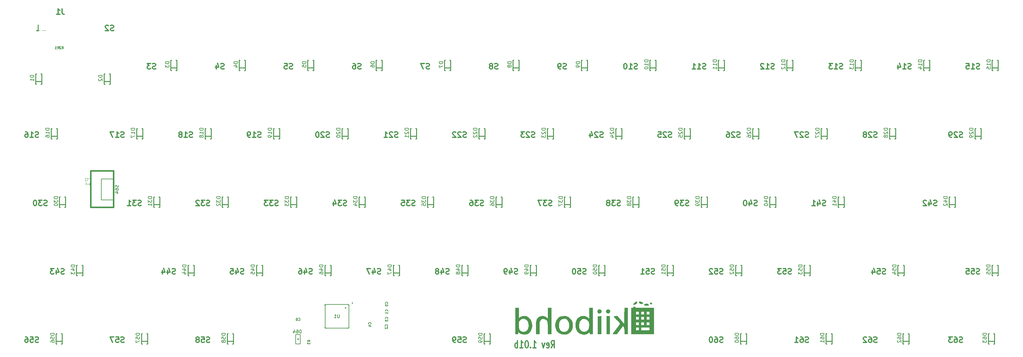
<source format=gbo>
G04 (created by PCBNEW (2013-07-07 BZR 4022)-stable) date 8/30/2014 2:43:21 AM*
%MOIN*%
G04 Gerber Fmt 3.4, Leading zero omitted, Abs format*
%FSLAX34Y34*%
G01*
G70*
G90*
G04 APERTURE LIST*
%ADD10C,0.00590551*%
%ADD11C,0.012*%
%ADD12C,0.015*%
%ADD13C,0.0059*%
%ADD14C,0.008*%
%ADD15C,0.0078*%
%ADD16C,0.0087*%
%ADD17C,0.0001*%
%ADD18C,0.0035*%
%ADD19O,0.4017X0.2049*%
%ADD20C,0.2836*%
%ADD21C,0.2049*%
%ADD22R,0.0513071X0.0709921*%
%ADD23C,0.082*%
%ADD24R,0.031622X0.0335906*%
%ADD25R,0.0335906X0.031622*%
%ADD26R,0.067X0.0178*%
%ADD27R,0.0178X0.067*%
%ADD28R,0.0394X0.0394*%
%ADD29R,0.0415X0.0474*%
%ADD30R,0.0887087X0.16548*%
%ADD31C,0.0434331*%
%ADD32R,0.0887087X0.153669*%
%ADD33R,0.027685X0.135953*%
%ADD34C,0.165*%
%ADD35C,0.075*%
%ADD36C,0.106425*%
G04 APERTURE END LIST*
G54D10*
G54D11*
X85480Y-62013D02*
X85680Y-61632D01*
X85822Y-62013D02*
X85822Y-61213D01*
X85594Y-61213D01*
X85537Y-61251D01*
X85508Y-61290D01*
X85480Y-61366D01*
X85480Y-61480D01*
X85508Y-61556D01*
X85537Y-61594D01*
X85594Y-61632D01*
X85822Y-61632D01*
X84994Y-61975D02*
X85051Y-62013D01*
X85165Y-62013D01*
X85222Y-61975D01*
X85251Y-61899D01*
X85251Y-61594D01*
X85222Y-61518D01*
X85165Y-61480D01*
X85051Y-61480D01*
X84994Y-61518D01*
X84965Y-61594D01*
X84965Y-61670D01*
X85251Y-61747D01*
X84765Y-61480D02*
X84622Y-62013D01*
X84480Y-61480D01*
X83480Y-62013D02*
X83822Y-62013D01*
X83651Y-62013D02*
X83651Y-61213D01*
X83708Y-61328D01*
X83765Y-61404D01*
X83822Y-61442D01*
X83222Y-61937D02*
X83194Y-61975D01*
X83222Y-62013D01*
X83251Y-61975D01*
X83222Y-61937D01*
X83222Y-62013D01*
X82822Y-61213D02*
X82765Y-61213D01*
X82708Y-61251D01*
X82680Y-61290D01*
X82651Y-61366D01*
X82622Y-61518D01*
X82622Y-61709D01*
X82651Y-61861D01*
X82680Y-61937D01*
X82708Y-61975D01*
X82765Y-62013D01*
X82822Y-62013D01*
X82880Y-61975D01*
X82908Y-61937D01*
X82937Y-61861D01*
X82965Y-61709D01*
X82965Y-61518D01*
X82937Y-61366D01*
X82908Y-61290D01*
X82880Y-61251D01*
X82822Y-61213D01*
X82051Y-62013D02*
X82394Y-62013D01*
X82222Y-62013D02*
X82222Y-61213D01*
X82280Y-61328D01*
X82337Y-61404D01*
X82394Y-61442D01*
X81794Y-62013D02*
X81794Y-61213D01*
X81794Y-61518D02*
X81737Y-61480D01*
X81622Y-61480D01*
X81565Y-61518D01*
X81537Y-61556D01*
X81508Y-61632D01*
X81508Y-61861D01*
X81537Y-61937D01*
X81565Y-61975D01*
X81622Y-62013D01*
X81737Y-62013D01*
X81794Y-61975D01*
G54D12*
X35025Y-46562D02*
X37525Y-46562D01*
X35025Y-42562D02*
X37525Y-42562D01*
X37525Y-42562D02*
X37525Y-46562D01*
X35025Y-42562D02*
X35025Y-46562D01*
G54D13*
X37484Y-45775D02*
X37484Y-43475D01*
X37484Y-43475D02*
X36184Y-43475D01*
X36184Y-43475D02*
X36184Y-45775D01*
X36184Y-45775D02*
X37484Y-45775D01*
X63220Y-59849D02*
X63299Y-59770D01*
X63299Y-59770D02*
X63299Y-57330D01*
X63299Y-57330D02*
X63220Y-57251D01*
X63220Y-57251D02*
X60780Y-57251D01*
X60780Y-57251D02*
X60701Y-57330D01*
X60780Y-59849D02*
X63220Y-59849D01*
X60701Y-57330D02*
X60701Y-59770D01*
X63220Y-59889D02*
X63339Y-59770D01*
X60661Y-59770D02*
X60780Y-59889D01*
X60780Y-57211D02*
X60661Y-57330D01*
X63220Y-57211D02*
X63339Y-57330D01*
G54D14*
X63733Y-57092D02*
G75*
G03X63733Y-57092I-41J0D01*
G74*
G01*
G54D15*
X62999Y-57625D02*
G75*
G03X62999Y-57625I-55J0D01*
G74*
G01*
G54D13*
X57683Y-61000D02*
X57743Y-61120D01*
X57743Y-61120D02*
X57803Y-61000D01*
X57803Y-61000D02*
X57683Y-61000D01*
X57493Y-60535D02*
X57493Y-61585D01*
X57493Y-61585D02*
X57993Y-61585D01*
X57993Y-61585D02*
X57993Y-60535D01*
X57993Y-60535D02*
X57493Y-60535D01*
G54D16*
X28971Y-32776D02*
X29641Y-32776D01*
X28971Y-33071D02*
X29070Y-33071D01*
X29641Y-33071D02*
X29542Y-33071D01*
X29641Y-31929D02*
X29542Y-31929D01*
X28971Y-31929D02*
X29070Y-31929D01*
X28971Y-31929D02*
X28971Y-33071D01*
X29641Y-31929D02*
X29641Y-33071D01*
X83165Y-53776D02*
X83835Y-53776D01*
X83165Y-54071D02*
X83264Y-54071D01*
X83835Y-54071D02*
X83736Y-54071D01*
X83835Y-52929D02*
X83736Y-52929D01*
X83165Y-52929D02*
X83264Y-52929D01*
X83165Y-52929D02*
X83165Y-54071D01*
X83835Y-52929D02*
X83835Y-54071D01*
X40565Y-61276D02*
X41235Y-61276D01*
X40565Y-61571D02*
X40664Y-61571D01*
X41235Y-61571D02*
X41136Y-61571D01*
X41235Y-60429D02*
X41136Y-60429D01*
X40565Y-60429D02*
X40664Y-60429D01*
X40565Y-60429D02*
X40565Y-61571D01*
X41235Y-60429D02*
X41235Y-61571D01*
X31215Y-61276D02*
X31885Y-61276D01*
X31215Y-61571D02*
X31314Y-61571D01*
X31885Y-61571D02*
X31786Y-61571D01*
X31885Y-60429D02*
X31786Y-60429D01*
X31215Y-60429D02*
X31314Y-60429D01*
X31215Y-60429D02*
X31215Y-61571D01*
X31885Y-60429D02*
X31885Y-61571D01*
X133774Y-53776D02*
X134444Y-53776D01*
X133774Y-54071D02*
X133873Y-54071D01*
X134444Y-54071D02*
X134345Y-54071D01*
X134444Y-52929D02*
X134345Y-52929D01*
X133774Y-52929D02*
X133873Y-52929D01*
X133774Y-52929D02*
X133774Y-54071D01*
X134444Y-52929D02*
X134444Y-54071D01*
X123461Y-53776D02*
X124131Y-53776D01*
X123461Y-54071D02*
X123560Y-54071D01*
X124131Y-54071D02*
X124032Y-54071D01*
X124131Y-52929D02*
X124032Y-52929D01*
X123461Y-52929D02*
X123560Y-52929D01*
X123461Y-52929D02*
X123461Y-54071D01*
X124131Y-52929D02*
X124131Y-54071D01*
X113165Y-53776D02*
X113835Y-53776D01*
X113165Y-54071D02*
X113264Y-54071D01*
X113835Y-54071D02*
X113736Y-54071D01*
X113835Y-52929D02*
X113736Y-52929D01*
X113165Y-52929D02*
X113264Y-52929D01*
X113165Y-52929D02*
X113165Y-54071D01*
X113835Y-52929D02*
X113835Y-54071D01*
X105665Y-53776D02*
X106335Y-53776D01*
X105665Y-54071D02*
X105764Y-54071D01*
X106335Y-54071D02*
X106236Y-54071D01*
X106335Y-52929D02*
X106236Y-52929D01*
X105665Y-52929D02*
X105764Y-52929D01*
X105665Y-52929D02*
X105665Y-54071D01*
X106335Y-52929D02*
X106335Y-54071D01*
X98165Y-53776D02*
X98835Y-53776D01*
X98165Y-54071D02*
X98264Y-54071D01*
X98835Y-54071D02*
X98736Y-54071D01*
X98835Y-52929D02*
X98736Y-52929D01*
X98165Y-52929D02*
X98264Y-52929D01*
X98165Y-52929D02*
X98165Y-54071D01*
X98835Y-52929D02*
X98835Y-54071D01*
X90665Y-53776D02*
X91335Y-53776D01*
X90665Y-54071D02*
X90764Y-54071D01*
X91335Y-54071D02*
X91236Y-54071D01*
X91335Y-52929D02*
X91236Y-52929D01*
X90665Y-52929D02*
X90764Y-52929D01*
X90665Y-52929D02*
X90665Y-54071D01*
X91335Y-52929D02*
X91335Y-54071D01*
X115565Y-61276D02*
X116235Y-61276D01*
X115565Y-61571D02*
X115664Y-61571D01*
X116235Y-61571D02*
X116136Y-61571D01*
X116235Y-60429D02*
X116136Y-60429D01*
X115565Y-60429D02*
X115664Y-60429D01*
X115565Y-60429D02*
X115565Y-61571D01*
X116235Y-60429D02*
X116235Y-61571D01*
X75665Y-53776D02*
X76335Y-53776D01*
X75665Y-54071D02*
X75764Y-54071D01*
X76335Y-54071D02*
X76236Y-54071D01*
X76335Y-52929D02*
X76236Y-52929D01*
X75665Y-52929D02*
X75764Y-52929D01*
X75665Y-52929D02*
X75665Y-54071D01*
X76335Y-52929D02*
X76335Y-54071D01*
X68165Y-53776D02*
X68835Y-53776D01*
X68165Y-54071D02*
X68264Y-54071D01*
X68835Y-54071D02*
X68736Y-54071D01*
X68835Y-52929D02*
X68736Y-52929D01*
X68165Y-52929D02*
X68264Y-52929D01*
X68165Y-52929D02*
X68165Y-54071D01*
X68835Y-52929D02*
X68835Y-54071D01*
X60665Y-53776D02*
X61335Y-53776D01*
X60665Y-54071D02*
X60764Y-54071D01*
X61335Y-54071D02*
X61236Y-54071D01*
X61335Y-52929D02*
X61236Y-52929D01*
X60665Y-52929D02*
X60764Y-52929D01*
X60665Y-52929D02*
X60665Y-54071D01*
X61335Y-52929D02*
X61335Y-54071D01*
X53165Y-53776D02*
X53835Y-53776D01*
X53165Y-54071D02*
X53264Y-54071D01*
X53835Y-54071D02*
X53736Y-54071D01*
X53835Y-52929D02*
X53736Y-52929D01*
X53165Y-52929D02*
X53264Y-52929D01*
X53165Y-52929D02*
X53165Y-54071D01*
X53835Y-52929D02*
X53835Y-54071D01*
X49965Y-61276D02*
X50635Y-61276D01*
X49965Y-61571D02*
X50064Y-61571D01*
X50635Y-61571D02*
X50536Y-61571D01*
X50635Y-60429D02*
X50536Y-60429D01*
X49965Y-60429D02*
X50064Y-60429D01*
X49965Y-60429D02*
X49965Y-61571D01*
X50635Y-60429D02*
X50635Y-61571D01*
X78115Y-61276D02*
X78785Y-61276D01*
X78115Y-61571D02*
X78214Y-61571D01*
X78785Y-61571D02*
X78686Y-61571D01*
X78785Y-60429D02*
X78686Y-60429D01*
X78115Y-60429D02*
X78214Y-60429D01*
X78115Y-60429D02*
X78115Y-61571D01*
X78785Y-60429D02*
X78785Y-61571D01*
X106215Y-61276D02*
X106885Y-61276D01*
X106215Y-61571D02*
X106314Y-61571D01*
X106885Y-61571D02*
X106786Y-61571D01*
X106885Y-60429D02*
X106786Y-60429D01*
X106215Y-60429D02*
X106314Y-60429D01*
X106215Y-60429D02*
X106215Y-61571D01*
X106885Y-60429D02*
X106885Y-61571D01*
X73790Y-31276D02*
X74460Y-31276D01*
X73790Y-31571D02*
X73889Y-31571D01*
X74460Y-31571D02*
X74361Y-31571D01*
X74460Y-30429D02*
X74361Y-30429D01*
X73790Y-30429D02*
X73889Y-30429D01*
X73790Y-30429D02*
X73790Y-31571D01*
X74460Y-30429D02*
X74460Y-31571D01*
X33461Y-53776D02*
X34131Y-53776D01*
X33461Y-54071D02*
X33560Y-54071D01*
X34131Y-54071D02*
X34032Y-54071D01*
X34131Y-52929D02*
X34032Y-52929D01*
X33461Y-52929D02*
X33560Y-52929D01*
X33461Y-52929D02*
X33461Y-54071D01*
X34131Y-52929D02*
X34131Y-54071D01*
X124015Y-61276D02*
X124685Y-61276D01*
X124015Y-61571D02*
X124114Y-61571D01*
X124685Y-61571D02*
X124586Y-61571D01*
X124685Y-60429D02*
X124586Y-60429D01*
X124015Y-60429D02*
X124114Y-60429D01*
X124015Y-60429D02*
X124015Y-61571D01*
X124685Y-60429D02*
X124685Y-61571D01*
X133365Y-61276D02*
X134035Y-61276D01*
X133365Y-61571D02*
X133464Y-61571D01*
X134035Y-61571D02*
X133936Y-61571D01*
X134035Y-60429D02*
X133936Y-60429D01*
X133365Y-60429D02*
X133464Y-60429D01*
X133365Y-60429D02*
X133365Y-61571D01*
X134035Y-60429D02*
X134035Y-61571D01*
X66290Y-31276D02*
X66960Y-31276D01*
X66290Y-31571D02*
X66389Y-31571D01*
X66960Y-31571D02*
X66861Y-31571D01*
X66960Y-30429D02*
X66861Y-30429D01*
X66290Y-30429D02*
X66389Y-30429D01*
X66290Y-30429D02*
X66290Y-31571D01*
X66960Y-30429D02*
X66960Y-31571D01*
X58790Y-31276D02*
X59460Y-31276D01*
X58790Y-31571D02*
X58889Y-31571D01*
X59460Y-31571D02*
X59361Y-31571D01*
X59460Y-30429D02*
X59361Y-30429D01*
X58790Y-30429D02*
X58889Y-30429D01*
X58790Y-30429D02*
X58790Y-31571D01*
X59460Y-30429D02*
X59460Y-31571D01*
X51290Y-31276D02*
X51960Y-31276D01*
X51290Y-31571D02*
X51389Y-31571D01*
X51960Y-31571D02*
X51861Y-31571D01*
X51960Y-30429D02*
X51861Y-30429D01*
X51290Y-30429D02*
X51389Y-30429D01*
X51290Y-30429D02*
X51290Y-31571D01*
X51960Y-30429D02*
X51960Y-31571D01*
X43790Y-31276D02*
X44460Y-31276D01*
X43790Y-31571D02*
X43889Y-31571D01*
X44460Y-31571D02*
X44361Y-31571D01*
X44460Y-30429D02*
X44361Y-30429D01*
X43790Y-30429D02*
X43889Y-30429D01*
X43790Y-30429D02*
X43790Y-31571D01*
X44460Y-30429D02*
X44460Y-31571D01*
X36471Y-32776D02*
X37141Y-32776D01*
X36471Y-33071D02*
X36570Y-33071D01*
X37141Y-33071D02*
X37042Y-33071D01*
X37141Y-31929D02*
X37042Y-31929D01*
X36471Y-31929D02*
X36570Y-31929D01*
X36471Y-31929D02*
X36471Y-33071D01*
X37141Y-31929D02*
X37141Y-33071D01*
X47539Y-38776D02*
X48209Y-38776D01*
X47539Y-39071D02*
X47638Y-39071D01*
X48209Y-39071D02*
X48110Y-39071D01*
X48209Y-37929D02*
X48110Y-37929D01*
X47539Y-37929D02*
X47638Y-37929D01*
X47539Y-37929D02*
X47539Y-39071D01*
X48209Y-37929D02*
X48209Y-39071D01*
X107539Y-38776D02*
X108209Y-38776D01*
X107539Y-39071D02*
X107638Y-39071D01*
X108209Y-39071D02*
X108110Y-39071D01*
X108209Y-37929D02*
X108110Y-37929D01*
X107539Y-37929D02*
X107638Y-37929D01*
X107539Y-37929D02*
X107539Y-39071D01*
X108209Y-37929D02*
X108209Y-39071D01*
X100039Y-38776D02*
X100709Y-38776D01*
X100039Y-39071D02*
X100138Y-39071D01*
X100709Y-39071D02*
X100610Y-39071D01*
X100709Y-37929D02*
X100610Y-37929D01*
X100039Y-37929D02*
X100138Y-37929D01*
X100039Y-37929D02*
X100039Y-39071D01*
X100709Y-37929D02*
X100709Y-39071D01*
X92539Y-38776D02*
X93209Y-38776D01*
X92539Y-39071D02*
X92638Y-39071D01*
X93209Y-39071D02*
X93110Y-39071D01*
X93209Y-37929D02*
X93110Y-37929D01*
X92539Y-37929D02*
X92638Y-37929D01*
X92539Y-37929D02*
X92539Y-39071D01*
X93209Y-37929D02*
X93209Y-39071D01*
X85039Y-38776D02*
X85709Y-38776D01*
X85039Y-39071D02*
X85138Y-39071D01*
X85709Y-39071D02*
X85610Y-39071D01*
X85709Y-37929D02*
X85610Y-37929D01*
X85039Y-37929D02*
X85138Y-37929D01*
X85039Y-37929D02*
X85039Y-39071D01*
X85709Y-37929D02*
X85709Y-39071D01*
X77539Y-38776D02*
X78209Y-38776D01*
X77539Y-39071D02*
X77638Y-39071D01*
X78209Y-39071D02*
X78110Y-39071D01*
X78209Y-37929D02*
X78110Y-37929D01*
X77539Y-37929D02*
X77638Y-37929D01*
X77539Y-37929D02*
X77539Y-39071D01*
X78209Y-37929D02*
X78209Y-39071D01*
X70039Y-38776D02*
X70709Y-38776D01*
X70039Y-39071D02*
X70138Y-39071D01*
X70709Y-39071D02*
X70610Y-39071D01*
X70709Y-37929D02*
X70610Y-37929D01*
X70039Y-37929D02*
X70138Y-37929D01*
X70039Y-37929D02*
X70039Y-39071D01*
X70709Y-37929D02*
X70709Y-39071D01*
X62539Y-38776D02*
X63209Y-38776D01*
X62539Y-39071D02*
X62638Y-39071D01*
X63209Y-39071D02*
X63110Y-39071D01*
X63209Y-37929D02*
X63110Y-37929D01*
X62539Y-37929D02*
X62638Y-37929D01*
X62539Y-37929D02*
X62539Y-39071D01*
X63209Y-37929D02*
X63209Y-39071D01*
X55039Y-38776D02*
X55709Y-38776D01*
X55039Y-39071D02*
X55138Y-39071D01*
X55709Y-39071D02*
X55610Y-39071D01*
X55709Y-37929D02*
X55610Y-37929D01*
X55039Y-37929D02*
X55138Y-37929D01*
X55039Y-37929D02*
X55039Y-39071D01*
X55709Y-37929D02*
X55709Y-39071D01*
X115039Y-38776D02*
X115709Y-38776D01*
X115039Y-39071D02*
X115138Y-39071D01*
X115709Y-39071D02*
X115610Y-39071D01*
X115709Y-37929D02*
X115610Y-37929D01*
X115039Y-37929D02*
X115138Y-37929D01*
X115039Y-37929D02*
X115039Y-39071D01*
X115709Y-37929D02*
X115709Y-39071D01*
X40039Y-38776D02*
X40709Y-38776D01*
X40039Y-39071D02*
X40138Y-39071D01*
X40709Y-39071D02*
X40610Y-39071D01*
X40709Y-37929D02*
X40610Y-37929D01*
X40039Y-37929D02*
X40138Y-37929D01*
X40039Y-37929D02*
X40039Y-39071D01*
X40709Y-37929D02*
X40709Y-39071D01*
X30665Y-38776D02*
X31335Y-38776D01*
X30665Y-39071D02*
X30764Y-39071D01*
X31335Y-39071D02*
X31236Y-39071D01*
X31335Y-37929D02*
X31236Y-37929D01*
X30665Y-37929D02*
X30764Y-37929D01*
X30665Y-37929D02*
X30665Y-39071D01*
X31335Y-37929D02*
X31335Y-39071D01*
X126290Y-31276D02*
X126960Y-31276D01*
X126290Y-31571D02*
X126389Y-31571D01*
X126960Y-31571D02*
X126861Y-31571D01*
X126960Y-30429D02*
X126861Y-30429D01*
X126290Y-30429D02*
X126389Y-30429D01*
X126290Y-30429D02*
X126290Y-31571D01*
X126960Y-30429D02*
X126960Y-31571D01*
X118790Y-31276D02*
X119460Y-31276D01*
X118790Y-31571D02*
X118889Y-31571D01*
X119460Y-31571D02*
X119361Y-31571D01*
X119460Y-30429D02*
X119361Y-30429D01*
X118790Y-30429D02*
X118889Y-30429D01*
X118790Y-30429D02*
X118790Y-31571D01*
X119460Y-30429D02*
X119460Y-31571D01*
X111290Y-31276D02*
X111960Y-31276D01*
X111290Y-31571D02*
X111389Y-31571D01*
X111960Y-31571D02*
X111861Y-31571D01*
X111960Y-30429D02*
X111861Y-30429D01*
X111290Y-30429D02*
X111389Y-30429D01*
X111290Y-30429D02*
X111290Y-31571D01*
X111960Y-30429D02*
X111960Y-31571D01*
X103790Y-31276D02*
X104460Y-31276D01*
X103790Y-31571D02*
X103889Y-31571D01*
X104460Y-31571D02*
X104361Y-31571D01*
X104460Y-30429D02*
X104361Y-30429D01*
X103790Y-30429D02*
X103889Y-30429D01*
X103790Y-30429D02*
X103790Y-31571D01*
X104460Y-30429D02*
X104460Y-31571D01*
X96290Y-31276D02*
X96960Y-31276D01*
X96290Y-31571D02*
X96389Y-31571D01*
X96960Y-31571D02*
X96861Y-31571D01*
X96960Y-30429D02*
X96861Y-30429D01*
X96290Y-30429D02*
X96389Y-30429D01*
X96290Y-30429D02*
X96290Y-31571D01*
X96960Y-30429D02*
X96960Y-31571D01*
X88790Y-31276D02*
X89460Y-31276D01*
X88790Y-31571D02*
X88889Y-31571D01*
X89460Y-31571D02*
X89361Y-31571D01*
X89460Y-30429D02*
X89361Y-30429D01*
X88790Y-30429D02*
X88889Y-30429D01*
X88790Y-30429D02*
X88790Y-31571D01*
X89460Y-30429D02*
X89460Y-31571D01*
X71915Y-46276D02*
X72585Y-46276D01*
X71915Y-46571D02*
X72014Y-46571D01*
X72585Y-46571D02*
X72486Y-46571D01*
X72585Y-45429D02*
X72486Y-45429D01*
X71915Y-45429D02*
X72014Y-45429D01*
X71915Y-45429D02*
X71915Y-46571D01*
X72585Y-45429D02*
X72585Y-46571D01*
X81290Y-31276D02*
X81960Y-31276D01*
X81290Y-31571D02*
X81389Y-31571D01*
X81960Y-31571D02*
X81861Y-31571D01*
X81960Y-30429D02*
X81861Y-30429D01*
X81290Y-30429D02*
X81389Y-30429D01*
X81290Y-30429D02*
X81290Y-31571D01*
X81960Y-30429D02*
X81960Y-31571D01*
X129086Y-46276D02*
X129756Y-46276D01*
X129086Y-46571D02*
X129185Y-46571D01*
X129756Y-46571D02*
X129657Y-46571D01*
X129756Y-45429D02*
X129657Y-45429D01*
X129086Y-45429D02*
X129185Y-45429D01*
X129086Y-45429D02*
X129086Y-46571D01*
X129756Y-45429D02*
X129756Y-46571D01*
X116915Y-46276D02*
X117585Y-46276D01*
X116915Y-46571D02*
X117014Y-46571D01*
X117585Y-46571D02*
X117486Y-46571D01*
X117585Y-45429D02*
X117486Y-45429D01*
X116915Y-45429D02*
X117014Y-45429D01*
X116915Y-45429D02*
X116915Y-46571D01*
X117585Y-45429D02*
X117585Y-46571D01*
X109415Y-46276D02*
X110085Y-46276D01*
X109415Y-46571D02*
X109514Y-46571D01*
X110085Y-46571D02*
X109986Y-46571D01*
X110085Y-45429D02*
X109986Y-45429D01*
X109415Y-45429D02*
X109514Y-45429D01*
X109415Y-45429D02*
X109415Y-46571D01*
X110085Y-45429D02*
X110085Y-46571D01*
X101915Y-46276D02*
X102585Y-46276D01*
X101915Y-46571D02*
X102014Y-46571D01*
X102585Y-46571D02*
X102486Y-46571D01*
X102585Y-45429D02*
X102486Y-45429D01*
X101915Y-45429D02*
X102014Y-45429D01*
X101915Y-45429D02*
X101915Y-46571D01*
X102585Y-45429D02*
X102585Y-46571D01*
X94415Y-46276D02*
X95085Y-46276D01*
X94415Y-46571D02*
X94514Y-46571D01*
X95085Y-46571D02*
X94986Y-46571D01*
X95085Y-45429D02*
X94986Y-45429D01*
X94415Y-45429D02*
X94514Y-45429D01*
X94415Y-45429D02*
X94415Y-46571D01*
X95085Y-45429D02*
X95085Y-46571D01*
X86915Y-46276D02*
X87585Y-46276D01*
X86915Y-46571D02*
X87014Y-46571D01*
X87585Y-46571D02*
X87486Y-46571D01*
X87585Y-45429D02*
X87486Y-45429D01*
X86915Y-45429D02*
X87014Y-45429D01*
X86915Y-45429D02*
X86915Y-46571D01*
X87585Y-45429D02*
X87585Y-46571D01*
X79415Y-46276D02*
X80085Y-46276D01*
X79415Y-46571D02*
X79514Y-46571D01*
X80085Y-46571D02*
X79986Y-46571D01*
X80085Y-45429D02*
X79986Y-45429D01*
X79415Y-45429D02*
X79514Y-45429D01*
X79415Y-45429D02*
X79415Y-46571D01*
X80085Y-45429D02*
X80085Y-46571D01*
X45665Y-53776D02*
X46335Y-53776D01*
X45665Y-54071D02*
X45764Y-54071D01*
X46335Y-54071D02*
X46236Y-54071D01*
X46335Y-52929D02*
X46236Y-52929D01*
X45665Y-52929D02*
X45764Y-52929D01*
X45665Y-52929D02*
X45665Y-54071D01*
X46335Y-52929D02*
X46335Y-54071D01*
X64415Y-46276D02*
X65085Y-46276D01*
X64415Y-46571D02*
X64514Y-46571D01*
X65085Y-46571D02*
X64986Y-46571D01*
X65085Y-45429D02*
X64986Y-45429D01*
X64415Y-45429D02*
X64514Y-45429D01*
X64415Y-45429D02*
X64415Y-46571D01*
X65085Y-45429D02*
X65085Y-46571D01*
X56915Y-46276D02*
X57585Y-46276D01*
X56915Y-46571D02*
X57014Y-46571D01*
X57585Y-46571D02*
X57486Y-46571D01*
X57585Y-45429D02*
X57486Y-45429D01*
X56915Y-45429D02*
X57014Y-45429D01*
X56915Y-45429D02*
X56915Y-46571D01*
X57585Y-45429D02*
X57585Y-46571D01*
X49415Y-46276D02*
X50085Y-46276D01*
X49415Y-46571D02*
X49514Y-46571D01*
X50085Y-46571D02*
X49986Y-46571D01*
X50085Y-45429D02*
X49986Y-45429D01*
X49415Y-45429D02*
X49514Y-45429D01*
X49415Y-45429D02*
X49415Y-46571D01*
X50085Y-45429D02*
X50085Y-46571D01*
X41915Y-46276D02*
X42585Y-46276D01*
X41915Y-46571D02*
X42014Y-46571D01*
X42585Y-46571D02*
X42486Y-46571D01*
X42585Y-45429D02*
X42486Y-45429D01*
X41915Y-45429D02*
X42014Y-45429D01*
X41915Y-45429D02*
X41915Y-46571D01*
X42585Y-45429D02*
X42585Y-46571D01*
X31587Y-46276D02*
X32257Y-46276D01*
X31587Y-46571D02*
X31686Y-46571D01*
X32257Y-46571D02*
X32158Y-46571D01*
X32257Y-45429D02*
X32158Y-45429D01*
X31587Y-45429D02*
X31686Y-45429D01*
X31587Y-45429D02*
X31587Y-46571D01*
X32257Y-45429D02*
X32257Y-46571D01*
X131899Y-38776D02*
X132569Y-38776D01*
X131899Y-39071D02*
X131998Y-39071D01*
X132569Y-39071D02*
X132470Y-39071D01*
X132569Y-37929D02*
X132470Y-37929D01*
X131899Y-37929D02*
X131998Y-37929D01*
X131899Y-37929D02*
X131899Y-39071D01*
X132569Y-37929D02*
X132569Y-39071D01*
X122539Y-38776D02*
X123209Y-38776D01*
X122539Y-39071D02*
X122638Y-39071D01*
X123209Y-39071D02*
X123110Y-39071D01*
X123209Y-37929D02*
X123110Y-37929D01*
X122539Y-37929D02*
X122638Y-37929D01*
X122539Y-37929D02*
X122539Y-39071D01*
X123209Y-37929D02*
X123209Y-39071D01*
X133790Y-31276D02*
X134460Y-31276D01*
X133790Y-31571D02*
X133889Y-31571D01*
X134460Y-31571D02*
X134361Y-31571D01*
X134460Y-30429D02*
X134361Y-30429D01*
X133790Y-30429D02*
X133889Y-30429D01*
X133790Y-30429D02*
X133790Y-31571D01*
X134460Y-30429D02*
X134460Y-31571D01*
G54D17*
G36*
X88142Y-59624D02*
X88184Y-59868D01*
X88269Y-60093D01*
X88349Y-60225D01*
X88498Y-60376D01*
X88534Y-60396D01*
X88534Y-59508D01*
X88562Y-59276D01*
X88646Y-59081D01*
X88764Y-58938D01*
X88833Y-58881D01*
X88900Y-58851D01*
X88991Y-58839D01*
X89077Y-58838D01*
X89268Y-58860D01*
X89417Y-58929D01*
X89526Y-59047D01*
X89595Y-59216D01*
X89629Y-59439D01*
X89632Y-59555D01*
X89619Y-59769D01*
X89578Y-59932D01*
X89503Y-60055D01*
X89389Y-60149D01*
X89334Y-60180D01*
X89190Y-60238D01*
X89064Y-60248D01*
X88929Y-60212D01*
X88880Y-60191D01*
X88725Y-60086D01*
X88616Y-59932D01*
X88552Y-59731D01*
X88534Y-59508D01*
X88534Y-60396D01*
X88685Y-60484D01*
X88897Y-60547D01*
X89115Y-60558D01*
X89325Y-60515D01*
X89383Y-60492D01*
X89483Y-60436D01*
X89566Y-60373D01*
X89581Y-60358D01*
X89639Y-60316D01*
X89679Y-60337D01*
X89698Y-60417D01*
X89699Y-60446D01*
X89706Y-60491D01*
X89738Y-60513D01*
X89812Y-60521D01*
X89866Y-60521D01*
X90033Y-60521D01*
X90033Y-59071D01*
X90033Y-57621D01*
X89833Y-57621D01*
X89633Y-57621D01*
X89633Y-58208D01*
X89633Y-58796D01*
X89505Y-58680D01*
X89333Y-58567D01*
X89136Y-58507D01*
X88926Y-58498D01*
X88719Y-58540D01*
X88528Y-58631D01*
X88393Y-58743D01*
X88269Y-58920D01*
X88185Y-59135D01*
X88143Y-59375D01*
X88142Y-59624D01*
X88142Y-59624D01*
X88142Y-59624D01*
G37*
G36*
X85923Y-59638D02*
X85968Y-59875D01*
X86058Y-60091D01*
X86192Y-60271D01*
X86335Y-60386D01*
X86335Y-59578D01*
X86340Y-59400D01*
X86366Y-59239D01*
X86373Y-59212D01*
X86454Y-59045D01*
X86578Y-58916D01*
X86733Y-58834D01*
X86905Y-58807D01*
X87011Y-58820D01*
X87166Y-58887D01*
X87291Y-59003D01*
X87383Y-59158D01*
X87440Y-59340D01*
X87458Y-59537D01*
X87436Y-59739D01*
X87369Y-59932D01*
X87317Y-60024D01*
X87203Y-60145D01*
X87055Y-60224D01*
X86892Y-60255D01*
X86732Y-60232D01*
X86673Y-60208D01*
X86522Y-60093D01*
X86407Y-59928D01*
X86385Y-59880D01*
X86350Y-59747D01*
X86335Y-59578D01*
X86335Y-60386D01*
X86377Y-60421D01*
X86583Y-60512D01*
X86820Y-60550D01*
X86900Y-60551D01*
X87040Y-60544D01*
X87169Y-60531D01*
X87259Y-60513D01*
X87261Y-60512D01*
X87389Y-60447D01*
X87525Y-60337D01*
X87651Y-60201D01*
X87748Y-60057D01*
X87770Y-60014D01*
X87811Y-59908D01*
X87835Y-59804D01*
X87846Y-59675D01*
X87848Y-59538D01*
X87830Y-59285D01*
X87775Y-59077D01*
X87679Y-58902D01*
X87548Y-58757D01*
X87400Y-58637D01*
X87255Y-58561D01*
X87090Y-58521D01*
X86883Y-58509D01*
X86649Y-58525D01*
X86456Y-58581D01*
X86289Y-58682D01*
X86203Y-58759D01*
X86065Y-58940D01*
X85972Y-59157D01*
X85925Y-59394D01*
X85923Y-59638D01*
X85923Y-59638D01*
X85923Y-59638D01*
G37*
G36*
X81533Y-60521D02*
X81697Y-60521D01*
X81861Y-60521D01*
X81883Y-60387D01*
X81906Y-60253D01*
X81937Y-60292D01*
X81937Y-59391D01*
X81941Y-59272D01*
X81954Y-59187D01*
X81977Y-59120D01*
X81993Y-59088D01*
X82104Y-58946D01*
X82244Y-58856D01*
X82402Y-58820D01*
X82566Y-58837D01*
X82723Y-58910D01*
X82845Y-59021D01*
X82938Y-59180D01*
X82991Y-59373D01*
X83002Y-59580D01*
X82972Y-59783D01*
X82900Y-59964D01*
X82842Y-60048D01*
X82703Y-60166D01*
X82540Y-60226D01*
X82365Y-60225D01*
X82191Y-60162D01*
X82187Y-60160D01*
X82089Y-60094D01*
X82022Y-60018D01*
X81978Y-59919D01*
X81953Y-59783D01*
X81941Y-59595D01*
X81940Y-59561D01*
X81937Y-59391D01*
X81937Y-60292D01*
X81970Y-60334D01*
X82089Y-60437D01*
X82251Y-60510D01*
X82439Y-60549D01*
X82634Y-60553D01*
X82818Y-60517D01*
X82884Y-60492D01*
X83064Y-60376D01*
X83205Y-60215D01*
X83309Y-60021D01*
X83374Y-59802D01*
X83399Y-59571D01*
X83383Y-59338D01*
X83327Y-59114D01*
X83230Y-58909D01*
X83090Y-58734D01*
X82999Y-58658D01*
X82809Y-58556D01*
X82601Y-58506D01*
X82389Y-58506D01*
X82189Y-58557D01*
X82043Y-58640D01*
X81933Y-58725D01*
X81933Y-58173D01*
X81933Y-57621D01*
X81733Y-57621D01*
X81533Y-57621D01*
X81533Y-59071D01*
X81533Y-60521D01*
X81533Y-60521D01*
X81533Y-60521D01*
G37*
G36*
X94233Y-60521D02*
X94766Y-60521D01*
X94766Y-60088D01*
X94766Y-59938D01*
X94766Y-59788D01*
X94766Y-59521D01*
X94766Y-59371D01*
X94766Y-59221D01*
X94766Y-58921D01*
X94766Y-58771D01*
X94766Y-58621D01*
X94766Y-58355D01*
X94766Y-58205D01*
X94766Y-58055D01*
X94916Y-58055D01*
X95066Y-58055D01*
X95066Y-58205D01*
X95066Y-58355D01*
X94916Y-58355D01*
X94766Y-58355D01*
X94766Y-58621D01*
X94916Y-58621D01*
X95066Y-58621D01*
X95066Y-58771D01*
X95066Y-58921D01*
X94916Y-58921D01*
X94766Y-58921D01*
X94766Y-59221D01*
X94916Y-59221D01*
X95066Y-59221D01*
X95066Y-59371D01*
X95066Y-59521D01*
X94916Y-59521D01*
X94766Y-59521D01*
X94766Y-59788D01*
X94916Y-59788D01*
X95066Y-59788D01*
X95066Y-59938D01*
X95066Y-60088D01*
X94916Y-60088D01*
X94766Y-60088D01*
X94766Y-60521D01*
X95333Y-60521D01*
X95333Y-60088D01*
X95333Y-59938D01*
X95333Y-59788D01*
X95333Y-59521D01*
X95333Y-59371D01*
X95333Y-59221D01*
X95333Y-58921D01*
X95333Y-58771D01*
X95333Y-58621D01*
X95333Y-58355D01*
X95333Y-58205D01*
X95333Y-58055D01*
X95483Y-58055D01*
X95633Y-58055D01*
X95633Y-58205D01*
X95633Y-58355D01*
X95483Y-58355D01*
X95333Y-58355D01*
X95333Y-58621D01*
X95483Y-58621D01*
X95633Y-58621D01*
X95633Y-58771D01*
X95633Y-58921D01*
X95483Y-58921D01*
X95333Y-58921D01*
X95333Y-59221D01*
X95483Y-59221D01*
X95633Y-59221D01*
X95633Y-59371D01*
X95633Y-59521D01*
X95483Y-59521D01*
X95333Y-59521D01*
X95333Y-59788D01*
X95783Y-59788D01*
X95933Y-59788D01*
X95933Y-59521D01*
X95933Y-59371D01*
X95933Y-59221D01*
X95933Y-58921D01*
X95933Y-58771D01*
X95933Y-58621D01*
X95933Y-58355D01*
X95933Y-58205D01*
X95933Y-58055D01*
X96083Y-58055D01*
X96233Y-58055D01*
X96233Y-58205D01*
X96233Y-58355D01*
X96083Y-58355D01*
X95933Y-58355D01*
X95933Y-58621D01*
X96083Y-58621D01*
X96233Y-58621D01*
X96233Y-58771D01*
X96233Y-58921D01*
X96083Y-58921D01*
X95933Y-58921D01*
X95933Y-59221D01*
X96083Y-59221D01*
X96233Y-59221D01*
X96233Y-59371D01*
X96233Y-59521D01*
X96083Y-59521D01*
X95933Y-59521D01*
X95933Y-59788D01*
X96233Y-59788D01*
X96233Y-59938D01*
X96233Y-60088D01*
X95783Y-60088D01*
X95333Y-60088D01*
X95333Y-60521D01*
X95483Y-60521D01*
X96733Y-60521D01*
X96733Y-59071D01*
X96733Y-57621D01*
X95755Y-57621D01*
X95474Y-57621D01*
X95251Y-57620D01*
X95080Y-57618D01*
X94954Y-57614D01*
X94863Y-57608D01*
X94802Y-57600D01*
X94762Y-57588D01*
X94736Y-57573D01*
X94716Y-57555D01*
X94637Y-57504D01*
X94561Y-57488D01*
X94490Y-57500D01*
X94467Y-57543D01*
X94466Y-57555D01*
X94453Y-57600D01*
X94403Y-57619D01*
X94350Y-57621D01*
X94233Y-57621D01*
X94233Y-59071D01*
X94233Y-60521D01*
X94233Y-60521D01*
X94233Y-60521D01*
G37*
G36*
X92200Y-60504D02*
X92230Y-60512D01*
X92311Y-60518D01*
X92425Y-60519D01*
X92441Y-60519D01*
X92683Y-60518D01*
X92999Y-60069D01*
X93105Y-59920D01*
X93199Y-59791D01*
X93273Y-59693D01*
X93320Y-59634D01*
X93334Y-59621D01*
X93365Y-59645D01*
X93416Y-59705D01*
X93427Y-59720D01*
X93460Y-59772D01*
X93482Y-59832D01*
X93494Y-59915D01*
X93499Y-60036D01*
X93500Y-60170D01*
X93500Y-60521D01*
X93683Y-60521D01*
X93866Y-60521D01*
X93866Y-59071D01*
X93866Y-57621D01*
X93684Y-57621D01*
X93501Y-57621D01*
X93492Y-58501D01*
X93483Y-59380D01*
X93120Y-58951D01*
X92756Y-58521D01*
X92545Y-58521D01*
X92423Y-58527D01*
X92350Y-58542D01*
X92333Y-58557D01*
X92355Y-58593D01*
X92415Y-58668D01*
X92504Y-58772D01*
X92616Y-58896D01*
X92675Y-58960D01*
X92795Y-59089D01*
X92898Y-59203D01*
X92975Y-59290D01*
X93020Y-59343D01*
X93026Y-59353D01*
X93010Y-59387D01*
X92959Y-59465D01*
X92879Y-59579D01*
X92776Y-59722D01*
X92655Y-59885D01*
X92618Y-59934D01*
X92493Y-60100D01*
X92383Y-60248D01*
X92294Y-60370D01*
X92231Y-60456D01*
X92202Y-60501D01*
X92200Y-60504D01*
X92200Y-60504D01*
X92200Y-60504D01*
G37*
G36*
X91533Y-60521D02*
X91716Y-60521D01*
X91900Y-60521D01*
X91900Y-59521D01*
X91900Y-58521D01*
X91716Y-58521D01*
X91533Y-58521D01*
X91533Y-59521D01*
X91533Y-60521D01*
X91533Y-60521D01*
X91533Y-60521D01*
G37*
G36*
X90566Y-60521D02*
X90766Y-60521D01*
X90966Y-60521D01*
X90966Y-59520D01*
X90966Y-58518D01*
X90775Y-58528D01*
X90583Y-58538D01*
X90574Y-59530D01*
X90566Y-60521D01*
X90566Y-60521D01*
X90566Y-60521D01*
G37*
G36*
X83800Y-60521D02*
X84000Y-60521D01*
X84200Y-60521D01*
X84201Y-59863D01*
X84201Y-59631D01*
X84204Y-59455D01*
X84210Y-59324D01*
X84219Y-59228D01*
X84233Y-59155D01*
X84252Y-59096D01*
X84266Y-59062D01*
X84356Y-58934D01*
X84481Y-58856D01*
X84628Y-58831D01*
X84783Y-58860D01*
X84908Y-58927D01*
X84969Y-58975D01*
X85016Y-59026D01*
X85050Y-59091D01*
X85073Y-59179D01*
X85088Y-59298D01*
X85096Y-59459D01*
X85099Y-59670D01*
X85100Y-59853D01*
X85100Y-60521D01*
X85300Y-60521D01*
X85500Y-60521D01*
X85500Y-59071D01*
X85500Y-57621D01*
X85300Y-57621D01*
X85100Y-57621D01*
X85100Y-58194D01*
X85100Y-58766D01*
X85025Y-58698D01*
X84850Y-58578D01*
X84656Y-58512D01*
X84456Y-58500D01*
X84263Y-58542D01*
X84090Y-58638D01*
X84031Y-58690D01*
X83960Y-58769D01*
X83906Y-58852D01*
X83865Y-58950D01*
X83835Y-59071D01*
X83816Y-59225D01*
X83805Y-59422D01*
X83800Y-59671D01*
X83800Y-59844D01*
X83800Y-60521D01*
X83800Y-60521D01*
X83800Y-60521D01*
G37*
G36*
X91488Y-58013D02*
X91503Y-58112D01*
X91535Y-58168D01*
X91633Y-58221D01*
X91753Y-58235D01*
X91823Y-58220D01*
X91914Y-58153D01*
X91959Y-58054D01*
X91952Y-57942D01*
X91904Y-57852D01*
X91819Y-57793D01*
X91708Y-57773D01*
X91600Y-57793D01*
X91543Y-57831D01*
X91502Y-57909D01*
X91488Y-58013D01*
X91488Y-58013D01*
X91488Y-58013D01*
G37*
G36*
X90542Y-58042D02*
X90579Y-58136D01*
X90652Y-58205D01*
X90753Y-58236D01*
X90866Y-58217D01*
X90952Y-58167D01*
X90991Y-58091D01*
X90999Y-58005D01*
X90986Y-57900D01*
X90939Y-57832D01*
X90877Y-57793D01*
X90773Y-57758D01*
X90685Y-57779D01*
X90615Y-57836D01*
X90551Y-57937D01*
X90542Y-58042D01*
X90542Y-58042D01*
X90542Y-58042D01*
G37*
G36*
X95644Y-57274D02*
X95650Y-57309D01*
X95709Y-57336D01*
X95789Y-57357D01*
X95997Y-57382D01*
X96141Y-57365D01*
X96187Y-57348D01*
X96193Y-57319D01*
X96160Y-57259D01*
X96146Y-57237D01*
X96103Y-57187D01*
X96044Y-57162D01*
X95947Y-57155D01*
X95918Y-57155D01*
X95796Y-57162D01*
X95719Y-57190D01*
X95683Y-57221D01*
X95644Y-57274D01*
X95644Y-57274D01*
X95644Y-57274D01*
G37*
G36*
X94466Y-57242D02*
X94493Y-57278D01*
X94560Y-57283D01*
X94652Y-57259D01*
X94754Y-57209D01*
X94775Y-57196D01*
X94860Y-57124D01*
X94896Y-57054D01*
X94900Y-57016D01*
X94885Y-56944D01*
X94837Y-56922D01*
X94748Y-56948D01*
X94701Y-56971D01*
X94612Y-57033D01*
X94532Y-57116D01*
X94478Y-57198D01*
X94466Y-57242D01*
X94466Y-57242D01*
X94466Y-57242D01*
G37*
G36*
X96304Y-57084D02*
X96313Y-57132D01*
X96332Y-57169D01*
X96390Y-57241D01*
X96451Y-57246D01*
X96499Y-57206D01*
X96530Y-57132D01*
X96509Y-57069D01*
X96453Y-57031D01*
X96376Y-57033D01*
X96335Y-57052D01*
X96304Y-57084D01*
X96304Y-57084D01*
X96304Y-57084D01*
G37*
G36*
X95100Y-57031D02*
X95112Y-57082D01*
X95158Y-57120D01*
X95253Y-57157D01*
X95264Y-57161D01*
X95362Y-57190D01*
X95420Y-57196D01*
X95461Y-57176D01*
X95503Y-57135D01*
X95577Y-57055D01*
X95430Y-56991D01*
X95303Y-56942D01*
X95197Y-56916D01*
X95128Y-56915D01*
X95108Y-56930D01*
X95102Y-56980D01*
X95100Y-57031D01*
X95100Y-57031D01*
X95100Y-57031D01*
G37*
G54D13*
X38039Y-44168D02*
X38056Y-44218D01*
X38056Y-44302D01*
X38039Y-44336D01*
X38022Y-44353D01*
X37989Y-44370D01*
X37955Y-44370D01*
X37921Y-44353D01*
X37904Y-44336D01*
X37888Y-44302D01*
X37871Y-44235D01*
X37854Y-44201D01*
X37837Y-44184D01*
X37803Y-44168D01*
X37770Y-44168D01*
X37736Y-44184D01*
X37719Y-44201D01*
X37702Y-44235D01*
X37702Y-44319D01*
X37719Y-44370D01*
X37702Y-44673D02*
X37702Y-44606D01*
X37719Y-44572D01*
X37736Y-44555D01*
X37786Y-44522D01*
X37854Y-44505D01*
X37989Y-44505D01*
X38022Y-44522D01*
X38039Y-44538D01*
X38056Y-44572D01*
X38056Y-44640D01*
X38039Y-44673D01*
X38022Y-44690D01*
X37989Y-44707D01*
X37904Y-44707D01*
X37871Y-44690D01*
X37854Y-44673D01*
X37837Y-44640D01*
X37837Y-44572D01*
X37854Y-44538D01*
X37871Y-44522D01*
X37904Y-44505D01*
X37820Y-45010D02*
X38056Y-45010D01*
X37685Y-44926D02*
X37938Y-44842D01*
X37938Y-45061D01*
G54D18*
X34904Y-43408D02*
X34404Y-43408D01*
X34404Y-43598D01*
X34428Y-43646D01*
X34452Y-43669D01*
X34499Y-43693D01*
X34571Y-43693D01*
X34618Y-43669D01*
X34642Y-43646D01*
X34666Y-43598D01*
X34666Y-43408D01*
X34904Y-44169D02*
X34904Y-43884D01*
X34904Y-44027D02*
X34404Y-44027D01*
X34475Y-43979D01*
X34523Y-43931D01*
X34547Y-43884D01*
G54D10*
X67531Y-59630D02*
X67544Y-59616D01*
X67557Y-59577D01*
X67557Y-59551D01*
X67544Y-59511D01*
X67518Y-59485D01*
X67491Y-59472D01*
X67439Y-59459D01*
X67399Y-59459D01*
X67347Y-59472D01*
X67321Y-59485D01*
X67294Y-59511D01*
X67281Y-59551D01*
X67281Y-59577D01*
X67294Y-59616D01*
X67308Y-59630D01*
X67308Y-59735D02*
X67294Y-59748D01*
X67281Y-59774D01*
X67281Y-59840D01*
X67294Y-59866D01*
X67308Y-59879D01*
X67334Y-59892D01*
X67360Y-59892D01*
X67399Y-59879D01*
X67557Y-59721D01*
X67557Y-59892D01*
X31370Y-29206D02*
X31462Y-29075D01*
X31528Y-29206D02*
X31528Y-28930D01*
X31423Y-28930D01*
X31397Y-28943D01*
X31384Y-28957D01*
X31370Y-28983D01*
X31370Y-29022D01*
X31384Y-29048D01*
X31397Y-29061D01*
X31423Y-29075D01*
X31528Y-29075D01*
X31108Y-29206D02*
X31265Y-29206D01*
X31187Y-29206D02*
X31187Y-28930D01*
X31213Y-28970D01*
X31239Y-28996D01*
X31265Y-29009D01*
X31866Y-29206D02*
X31958Y-29075D01*
X32024Y-29206D02*
X32024Y-28930D01*
X31919Y-28930D01*
X31893Y-28943D01*
X31879Y-28957D01*
X31866Y-28983D01*
X31866Y-29022D01*
X31879Y-29048D01*
X31893Y-29061D01*
X31919Y-29075D01*
X32024Y-29075D01*
X31761Y-28957D02*
X31748Y-28943D01*
X31722Y-28930D01*
X31656Y-28930D01*
X31630Y-28943D01*
X31617Y-28957D01*
X31604Y-28983D01*
X31604Y-29009D01*
X31617Y-29048D01*
X31774Y-29206D01*
X31604Y-29206D01*
X67545Y-57985D02*
X67559Y-57972D01*
X67572Y-57933D01*
X67572Y-57906D01*
X67559Y-57867D01*
X67532Y-57841D01*
X67506Y-57828D01*
X67454Y-57814D01*
X67414Y-57814D01*
X67362Y-57828D01*
X67335Y-57841D01*
X67309Y-57867D01*
X67296Y-57906D01*
X67296Y-57933D01*
X67309Y-57972D01*
X67322Y-57985D01*
X67572Y-58248D02*
X67572Y-58090D01*
X67572Y-58169D02*
X67296Y-58169D01*
X67335Y-58143D01*
X67362Y-58116D01*
X67375Y-58090D01*
X67545Y-58812D02*
X67559Y-58799D01*
X67572Y-58759D01*
X67572Y-58733D01*
X67559Y-58694D01*
X67532Y-58667D01*
X67506Y-58654D01*
X67454Y-58641D01*
X67414Y-58641D01*
X67362Y-58654D01*
X67335Y-58667D01*
X67309Y-58694D01*
X67296Y-58733D01*
X67296Y-58759D01*
X67309Y-58799D01*
X67322Y-58812D01*
X67296Y-58904D02*
X67296Y-59074D01*
X67401Y-58982D01*
X67401Y-59022D01*
X67414Y-59048D01*
X67427Y-59061D01*
X67454Y-59074D01*
X67519Y-59074D01*
X67545Y-59061D01*
X67559Y-59048D01*
X67572Y-59022D01*
X67572Y-58943D01*
X67559Y-58917D01*
X67545Y-58904D01*
X57789Y-58978D02*
X57802Y-58991D01*
X57841Y-59004D01*
X57867Y-59004D01*
X57907Y-58991D01*
X57933Y-58965D01*
X57946Y-58938D01*
X57959Y-58886D01*
X57959Y-58846D01*
X57946Y-58794D01*
X57933Y-58768D01*
X57907Y-58741D01*
X57867Y-58728D01*
X57841Y-58728D01*
X57802Y-58741D01*
X57789Y-58755D01*
X57553Y-58728D02*
X57605Y-58728D01*
X57631Y-58741D01*
X57644Y-58755D01*
X57671Y-58794D01*
X57684Y-58846D01*
X57684Y-58951D01*
X57671Y-58978D01*
X57658Y-58991D01*
X57631Y-59004D01*
X57579Y-59004D01*
X57553Y-58991D01*
X57539Y-58978D01*
X57526Y-58951D01*
X57526Y-58886D01*
X57539Y-58860D01*
X57553Y-58846D01*
X57579Y-58833D01*
X57631Y-58833D01*
X57658Y-58846D01*
X57671Y-58860D01*
X57684Y-58886D01*
X59059Y-61314D02*
X58928Y-61222D01*
X59059Y-61157D02*
X58783Y-61157D01*
X58783Y-61262D01*
X58797Y-61288D01*
X58810Y-61301D01*
X58836Y-61314D01*
X58875Y-61314D01*
X58902Y-61301D01*
X58915Y-61288D01*
X58928Y-61262D01*
X58928Y-61157D01*
X58783Y-61406D02*
X58783Y-61577D01*
X58888Y-61485D01*
X58888Y-61524D01*
X58902Y-61550D01*
X58915Y-61564D01*
X58941Y-61577D01*
X59007Y-61577D01*
X59033Y-61564D01*
X59046Y-61550D01*
X59059Y-61524D01*
X59059Y-61445D01*
X59046Y-61419D01*
X59033Y-61406D01*
X67545Y-57158D02*
X67559Y-57145D01*
X67572Y-57106D01*
X67572Y-57080D01*
X67559Y-57040D01*
X67532Y-57014D01*
X67506Y-57001D01*
X67454Y-56988D01*
X67414Y-56988D01*
X67362Y-57001D01*
X67335Y-57014D01*
X67309Y-57040D01*
X67296Y-57080D01*
X67296Y-57106D01*
X67309Y-57145D01*
X67322Y-57158D01*
X67296Y-57408D02*
X67296Y-57276D01*
X67427Y-57263D01*
X67414Y-57276D01*
X67401Y-57303D01*
X67401Y-57368D01*
X67414Y-57395D01*
X67427Y-57408D01*
X67454Y-57421D01*
X67519Y-57421D01*
X67545Y-57408D01*
X67559Y-57395D01*
X67572Y-57368D01*
X67572Y-57303D01*
X67559Y-57276D01*
X67545Y-57263D01*
X65707Y-59393D02*
X65720Y-59380D01*
X65733Y-59340D01*
X65733Y-59314D01*
X65720Y-59275D01*
X65694Y-59249D01*
X65668Y-59235D01*
X65615Y-59222D01*
X65576Y-59222D01*
X65523Y-59235D01*
X65497Y-59249D01*
X65471Y-59275D01*
X65458Y-59314D01*
X65458Y-59340D01*
X65471Y-59380D01*
X65484Y-59393D01*
X65549Y-59629D02*
X65733Y-59629D01*
X65444Y-59564D02*
X65641Y-59498D01*
X65641Y-59669D01*
G54D13*
X62269Y-58339D02*
X62269Y-58625D01*
X62252Y-58659D01*
X62236Y-58676D01*
X62202Y-58693D01*
X62134Y-58693D01*
X62101Y-58676D01*
X62084Y-58659D01*
X62067Y-58625D01*
X62067Y-58339D01*
X61713Y-58693D02*
X61915Y-58693D01*
X61814Y-58693D02*
X61814Y-58339D01*
X61848Y-58389D01*
X61882Y-58423D01*
X61915Y-58440D01*
X58084Y-60379D02*
X58084Y-60025D01*
X58000Y-60025D01*
X57950Y-60042D01*
X57916Y-60076D01*
X57899Y-60109D01*
X57882Y-60177D01*
X57882Y-60227D01*
X57899Y-60295D01*
X57916Y-60328D01*
X57950Y-60362D01*
X58000Y-60379D01*
X58084Y-60379D01*
X57579Y-60025D02*
X57646Y-60025D01*
X57680Y-60042D01*
X57697Y-60059D01*
X57730Y-60109D01*
X57747Y-60177D01*
X57747Y-60312D01*
X57730Y-60345D01*
X57714Y-60362D01*
X57680Y-60379D01*
X57612Y-60379D01*
X57579Y-60362D01*
X57562Y-60345D01*
X57545Y-60312D01*
X57545Y-60227D01*
X57562Y-60194D01*
X57579Y-60177D01*
X57612Y-60160D01*
X57680Y-60160D01*
X57714Y-60177D01*
X57730Y-60194D01*
X57747Y-60227D01*
X57242Y-60143D02*
X57242Y-60379D01*
X57326Y-60008D02*
X57410Y-60261D01*
X57191Y-60261D01*
G54D14*
X28779Y-32106D02*
X28379Y-32106D01*
X28379Y-32201D01*
X28398Y-32258D01*
X28436Y-32296D01*
X28474Y-32315D01*
X28550Y-32334D01*
X28607Y-32334D01*
X28683Y-32315D01*
X28721Y-32296D01*
X28759Y-32258D01*
X28779Y-32201D01*
X28779Y-32106D01*
X28779Y-32715D02*
X28779Y-32487D01*
X28779Y-32601D02*
X28379Y-32601D01*
X28436Y-32563D01*
X28474Y-32525D01*
X28493Y-32487D01*
X82972Y-52915D02*
X82572Y-52915D01*
X82572Y-53011D01*
X82591Y-53068D01*
X82630Y-53106D01*
X82668Y-53125D01*
X82744Y-53144D01*
X82801Y-53144D01*
X82877Y-53125D01*
X82915Y-53106D01*
X82953Y-53068D01*
X82972Y-53011D01*
X82972Y-52915D01*
X82706Y-53487D02*
X82972Y-53487D01*
X82553Y-53392D02*
X82839Y-53296D01*
X82839Y-53544D01*
X82972Y-53715D02*
X82972Y-53792D01*
X82953Y-53830D01*
X82934Y-53849D01*
X82877Y-53887D01*
X82801Y-53906D01*
X82649Y-53906D01*
X82611Y-53887D01*
X82591Y-53868D01*
X82572Y-53830D01*
X82572Y-53753D01*
X82591Y-53715D01*
X82611Y-53696D01*
X82649Y-53677D01*
X82744Y-53677D01*
X82782Y-53696D01*
X82801Y-53715D01*
X82820Y-53753D01*
X82820Y-53830D01*
X82801Y-53868D01*
X82782Y-53887D01*
X82744Y-53906D01*
X40372Y-60415D02*
X39972Y-60415D01*
X39972Y-60511D01*
X39991Y-60568D01*
X40030Y-60606D01*
X40068Y-60625D01*
X40144Y-60644D01*
X40201Y-60644D01*
X40277Y-60625D01*
X40315Y-60606D01*
X40353Y-60568D01*
X40372Y-60511D01*
X40372Y-60415D01*
X39972Y-61006D02*
X39972Y-60815D01*
X40163Y-60796D01*
X40144Y-60815D01*
X40125Y-60853D01*
X40125Y-60949D01*
X40144Y-60987D01*
X40163Y-61006D01*
X40201Y-61025D01*
X40296Y-61025D01*
X40334Y-61006D01*
X40353Y-60987D01*
X40372Y-60949D01*
X40372Y-60853D01*
X40353Y-60815D01*
X40334Y-60796D01*
X39972Y-61158D02*
X39972Y-61425D01*
X40372Y-61253D01*
X31022Y-60415D02*
X30622Y-60415D01*
X30622Y-60511D01*
X30641Y-60568D01*
X30680Y-60606D01*
X30718Y-60625D01*
X30794Y-60644D01*
X30851Y-60644D01*
X30927Y-60625D01*
X30965Y-60606D01*
X31003Y-60568D01*
X31022Y-60511D01*
X31022Y-60415D01*
X30622Y-61006D02*
X30622Y-60815D01*
X30813Y-60796D01*
X30794Y-60815D01*
X30775Y-60853D01*
X30775Y-60949D01*
X30794Y-60987D01*
X30813Y-61006D01*
X30851Y-61025D01*
X30946Y-61025D01*
X30984Y-61006D01*
X31003Y-60987D01*
X31022Y-60949D01*
X31022Y-60853D01*
X31003Y-60815D01*
X30984Y-60796D01*
X30622Y-61368D02*
X30622Y-61292D01*
X30641Y-61253D01*
X30661Y-61234D01*
X30718Y-61196D01*
X30794Y-61177D01*
X30946Y-61177D01*
X30984Y-61196D01*
X31003Y-61215D01*
X31022Y-61253D01*
X31022Y-61330D01*
X31003Y-61368D01*
X30984Y-61387D01*
X30946Y-61406D01*
X30851Y-61406D01*
X30813Y-61387D01*
X30794Y-61368D01*
X30775Y-61330D01*
X30775Y-61253D01*
X30794Y-61215D01*
X30813Y-61196D01*
X30851Y-61177D01*
X133582Y-52915D02*
X133182Y-52915D01*
X133182Y-53011D01*
X133201Y-53068D01*
X133239Y-53106D01*
X133277Y-53125D01*
X133353Y-53144D01*
X133410Y-53144D01*
X133487Y-53125D01*
X133525Y-53106D01*
X133563Y-53068D01*
X133582Y-53011D01*
X133582Y-52915D01*
X133182Y-53506D02*
X133182Y-53315D01*
X133372Y-53296D01*
X133353Y-53315D01*
X133334Y-53353D01*
X133334Y-53449D01*
X133353Y-53487D01*
X133372Y-53506D01*
X133410Y-53525D01*
X133506Y-53525D01*
X133544Y-53506D01*
X133563Y-53487D01*
X133582Y-53449D01*
X133582Y-53353D01*
X133563Y-53315D01*
X133544Y-53296D01*
X133182Y-53887D02*
X133182Y-53696D01*
X133372Y-53677D01*
X133353Y-53696D01*
X133334Y-53734D01*
X133334Y-53830D01*
X133353Y-53868D01*
X133372Y-53887D01*
X133410Y-53906D01*
X133506Y-53906D01*
X133544Y-53887D01*
X133563Y-53868D01*
X133582Y-53830D01*
X133582Y-53734D01*
X133563Y-53696D01*
X133544Y-53677D01*
X123269Y-52915D02*
X122869Y-52915D01*
X122869Y-53011D01*
X122888Y-53068D01*
X122926Y-53106D01*
X122965Y-53125D01*
X123041Y-53144D01*
X123098Y-53144D01*
X123174Y-53125D01*
X123212Y-53106D01*
X123250Y-53068D01*
X123269Y-53011D01*
X123269Y-52915D01*
X122869Y-53506D02*
X122869Y-53315D01*
X123060Y-53296D01*
X123041Y-53315D01*
X123022Y-53353D01*
X123022Y-53449D01*
X123041Y-53487D01*
X123060Y-53506D01*
X123098Y-53525D01*
X123193Y-53525D01*
X123231Y-53506D01*
X123250Y-53487D01*
X123269Y-53449D01*
X123269Y-53353D01*
X123250Y-53315D01*
X123231Y-53296D01*
X123003Y-53868D02*
X123269Y-53868D01*
X122850Y-53773D02*
X123136Y-53677D01*
X123136Y-53925D01*
X112972Y-52915D02*
X112572Y-52915D01*
X112572Y-53011D01*
X112591Y-53068D01*
X112630Y-53106D01*
X112668Y-53125D01*
X112744Y-53144D01*
X112801Y-53144D01*
X112877Y-53125D01*
X112915Y-53106D01*
X112953Y-53068D01*
X112972Y-53011D01*
X112972Y-52915D01*
X112572Y-53506D02*
X112572Y-53315D01*
X112763Y-53296D01*
X112744Y-53315D01*
X112725Y-53353D01*
X112725Y-53449D01*
X112744Y-53487D01*
X112763Y-53506D01*
X112801Y-53525D01*
X112896Y-53525D01*
X112934Y-53506D01*
X112953Y-53487D01*
X112972Y-53449D01*
X112972Y-53353D01*
X112953Y-53315D01*
X112934Y-53296D01*
X112572Y-53658D02*
X112572Y-53906D01*
X112725Y-53773D01*
X112725Y-53830D01*
X112744Y-53868D01*
X112763Y-53887D01*
X112801Y-53906D01*
X112896Y-53906D01*
X112934Y-53887D01*
X112953Y-53868D01*
X112972Y-53830D01*
X112972Y-53715D01*
X112953Y-53677D01*
X112934Y-53658D01*
X105472Y-52915D02*
X105072Y-52915D01*
X105072Y-53011D01*
X105091Y-53068D01*
X105130Y-53106D01*
X105168Y-53125D01*
X105244Y-53144D01*
X105301Y-53144D01*
X105377Y-53125D01*
X105415Y-53106D01*
X105453Y-53068D01*
X105472Y-53011D01*
X105472Y-52915D01*
X105072Y-53506D02*
X105072Y-53315D01*
X105263Y-53296D01*
X105244Y-53315D01*
X105225Y-53353D01*
X105225Y-53449D01*
X105244Y-53487D01*
X105263Y-53506D01*
X105301Y-53525D01*
X105396Y-53525D01*
X105434Y-53506D01*
X105453Y-53487D01*
X105472Y-53449D01*
X105472Y-53353D01*
X105453Y-53315D01*
X105434Y-53296D01*
X105111Y-53677D02*
X105091Y-53696D01*
X105072Y-53734D01*
X105072Y-53830D01*
X105091Y-53868D01*
X105111Y-53887D01*
X105149Y-53906D01*
X105187Y-53906D01*
X105244Y-53887D01*
X105472Y-53658D01*
X105472Y-53906D01*
X97972Y-52915D02*
X97572Y-52915D01*
X97572Y-53011D01*
X97591Y-53068D01*
X97630Y-53106D01*
X97668Y-53125D01*
X97744Y-53144D01*
X97801Y-53144D01*
X97877Y-53125D01*
X97915Y-53106D01*
X97953Y-53068D01*
X97972Y-53011D01*
X97972Y-52915D01*
X97572Y-53506D02*
X97572Y-53315D01*
X97763Y-53296D01*
X97744Y-53315D01*
X97725Y-53353D01*
X97725Y-53449D01*
X97744Y-53487D01*
X97763Y-53506D01*
X97801Y-53525D01*
X97896Y-53525D01*
X97934Y-53506D01*
X97953Y-53487D01*
X97972Y-53449D01*
X97972Y-53353D01*
X97953Y-53315D01*
X97934Y-53296D01*
X97972Y-53906D02*
X97972Y-53677D01*
X97972Y-53792D02*
X97572Y-53792D01*
X97630Y-53753D01*
X97668Y-53715D01*
X97687Y-53677D01*
X90472Y-52915D02*
X90072Y-52915D01*
X90072Y-53011D01*
X90091Y-53068D01*
X90130Y-53106D01*
X90168Y-53125D01*
X90244Y-53144D01*
X90301Y-53144D01*
X90377Y-53125D01*
X90415Y-53106D01*
X90453Y-53068D01*
X90472Y-53011D01*
X90472Y-52915D01*
X90072Y-53506D02*
X90072Y-53315D01*
X90263Y-53296D01*
X90244Y-53315D01*
X90225Y-53353D01*
X90225Y-53449D01*
X90244Y-53487D01*
X90263Y-53506D01*
X90301Y-53525D01*
X90396Y-53525D01*
X90434Y-53506D01*
X90453Y-53487D01*
X90472Y-53449D01*
X90472Y-53353D01*
X90453Y-53315D01*
X90434Y-53296D01*
X90072Y-53773D02*
X90072Y-53811D01*
X90091Y-53849D01*
X90111Y-53868D01*
X90149Y-53887D01*
X90225Y-53906D01*
X90320Y-53906D01*
X90396Y-53887D01*
X90434Y-53868D01*
X90453Y-53849D01*
X90472Y-53811D01*
X90472Y-53773D01*
X90453Y-53734D01*
X90434Y-53715D01*
X90396Y-53696D01*
X90320Y-53677D01*
X90225Y-53677D01*
X90149Y-53696D01*
X90111Y-53715D01*
X90091Y-53734D01*
X90072Y-53773D01*
X115372Y-60415D02*
X114972Y-60415D01*
X114972Y-60511D01*
X114991Y-60568D01*
X115030Y-60606D01*
X115068Y-60625D01*
X115144Y-60644D01*
X115201Y-60644D01*
X115277Y-60625D01*
X115315Y-60606D01*
X115353Y-60568D01*
X115372Y-60511D01*
X115372Y-60415D01*
X114972Y-60987D02*
X114972Y-60911D01*
X114991Y-60873D01*
X115011Y-60853D01*
X115068Y-60815D01*
X115144Y-60796D01*
X115296Y-60796D01*
X115334Y-60815D01*
X115353Y-60834D01*
X115372Y-60873D01*
X115372Y-60949D01*
X115353Y-60987D01*
X115334Y-61006D01*
X115296Y-61025D01*
X115201Y-61025D01*
X115163Y-61006D01*
X115144Y-60987D01*
X115125Y-60949D01*
X115125Y-60873D01*
X115144Y-60834D01*
X115163Y-60815D01*
X115201Y-60796D01*
X115372Y-61406D02*
X115372Y-61177D01*
X115372Y-61292D02*
X114972Y-61292D01*
X115030Y-61253D01*
X115068Y-61215D01*
X115087Y-61177D01*
X75472Y-52915D02*
X75072Y-52915D01*
X75072Y-53011D01*
X75091Y-53068D01*
X75130Y-53106D01*
X75168Y-53125D01*
X75244Y-53144D01*
X75301Y-53144D01*
X75377Y-53125D01*
X75415Y-53106D01*
X75453Y-53068D01*
X75472Y-53011D01*
X75472Y-52915D01*
X75206Y-53487D02*
X75472Y-53487D01*
X75053Y-53392D02*
X75339Y-53296D01*
X75339Y-53544D01*
X75244Y-53753D02*
X75225Y-53715D01*
X75206Y-53696D01*
X75168Y-53677D01*
X75149Y-53677D01*
X75111Y-53696D01*
X75091Y-53715D01*
X75072Y-53753D01*
X75072Y-53830D01*
X75091Y-53868D01*
X75111Y-53887D01*
X75149Y-53906D01*
X75168Y-53906D01*
X75206Y-53887D01*
X75225Y-53868D01*
X75244Y-53830D01*
X75244Y-53753D01*
X75263Y-53715D01*
X75282Y-53696D01*
X75320Y-53677D01*
X75396Y-53677D01*
X75434Y-53696D01*
X75453Y-53715D01*
X75472Y-53753D01*
X75472Y-53830D01*
X75453Y-53868D01*
X75434Y-53887D01*
X75396Y-53906D01*
X75320Y-53906D01*
X75282Y-53887D01*
X75263Y-53868D01*
X75244Y-53830D01*
X67972Y-52915D02*
X67572Y-52915D01*
X67572Y-53011D01*
X67591Y-53068D01*
X67630Y-53106D01*
X67668Y-53125D01*
X67744Y-53144D01*
X67801Y-53144D01*
X67877Y-53125D01*
X67915Y-53106D01*
X67953Y-53068D01*
X67972Y-53011D01*
X67972Y-52915D01*
X67706Y-53487D02*
X67972Y-53487D01*
X67553Y-53392D02*
X67839Y-53296D01*
X67839Y-53544D01*
X67572Y-53658D02*
X67572Y-53925D01*
X67972Y-53753D01*
X60472Y-52915D02*
X60072Y-52915D01*
X60072Y-53011D01*
X60091Y-53068D01*
X60130Y-53106D01*
X60168Y-53125D01*
X60244Y-53144D01*
X60301Y-53144D01*
X60377Y-53125D01*
X60415Y-53106D01*
X60453Y-53068D01*
X60472Y-53011D01*
X60472Y-52915D01*
X60206Y-53487D02*
X60472Y-53487D01*
X60053Y-53392D02*
X60339Y-53296D01*
X60339Y-53544D01*
X60072Y-53868D02*
X60072Y-53792D01*
X60091Y-53753D01*
X60111Y-53734D01*
X60168Y-53696D01*
X60244Y-53677D01*
X60396Y-53677D01*
X60434Y-53696D01*
X60453Y-53715D01*
X60472Y-53753D01*
X60472Y-53830D01*
X60453Y-53868D01*
X60434Y-53887D01*
X60396Y-53906D01*
X60301Y-53906D01*
X60263Y-53887D01*
X60244Y-53868D01*
X60225Y-53830D01*
X60225Y-53753D01*
X60244Y-53715D01*
X60263Y-53696D01*
X60301Y-53677D01*
X52972Y-52915D02*
X52572Y-52915D01*
X52572Y-53011D01*
X52591Y-53068D01*
X52630Y-53106D01*
X52668Y-53125D01*
X52744Y-53144D01*
X52801Y-53144D01*
X52877Y-53125D01*
X52915Y-53106D01*
X52953Y-53068D01*
X52972Y-53011D01*
X52972Y-52915D01*
X52706Y-53487D02*
X52972Y-53487D01*
X52553Y-53392D02*
X52839Y-53296D01*
X52839Y-53544D01*
X52572Y-53887D02*
X52572Y-53696D01*
X52763Y-53677D01*
X52744Y-53696D01*
X52725Y-53734D01*
X52725Y-53830D01*
X52744Y-53868D01*
X52763Y-53887D01*
X52801Y-53906D01*
X52896Y-53906D01*
X52934Y-53887D01*
X52953Y-53868D01*
X52972Y-53830D01*
X52972Y-53734D01*
X52953Y-53696D01*
X52934Y-53677D01*
X49772Y-60415D02*
X49372Y-60415D01*
X49372Y-60511D01*
X49391Y-60568D01*
X49430Y-60606D01*
X49468Y-60625D01*
X49544Y-60644D01*
X49601Y-60644D01*
X49677Y-60625D01*
X49715Y-60606D01*
X49753Y-60568D01*
X49772Y-60511D01*
X49772Y-60415D01*
X49372Y-61006D02*
X49372Y-60815D01*
X49563Y-60796D01*
X49544Y-60815D01*
X49525Y-60853D01*
X49525Y-60949D01*
X49544Y-60987D01*
X49563Y-61006D01*
X49601Y-61025D01*
X49696Y-61025D01*
X49734Y-61006D01*
X49753Y-60987D01*
X49772Y-60949D01*
X49772Y-60853D01*
X49753Y-60815D01*
X49734Y-60796D01*
X49544Y-61253D02*
X49525Y-61215D01*
X49506Y-61196D01*
X49468Y-61177D01*
X49449Y-61177D01*
X49411Y-61196D01*
X49391Y-61215D01*
X49372Y-61253D01*
X49372Y-61330D01*
X49391Y-61368D01*
X49411Y-61387D01*
X49449Y-61406D01*
X49468Y-61406D01*
X49506Y-61387D01*
X49525Y-61368D01*
X49544Y-61330D01*
X49544Y-61253D01*
X49563Y-61215D01*
X49582Y-61196D01*
X49620Y-61177D01*
X49696Y-61177D01*
X49734Y-61196D01*
X49753Y-61215D01*
X49772Y-61253D01*
X49772Y-61330D01*
X49753Y-61368D01*
X49734Y-61387D01*
X49696Y-61406D01*
X49620Y-61406D01*
X49582Y-61387D01*
X49563Y-61368D01*
X49544Y-61330D01*
X77922Y-60415D02*
X77522Y-60415D01*
X77522Y-60511D01*
X77541Y-60568D01*
X77580Y-60606D01*
X77618Y-60625D01*
X77694Y-60644D01*
X77751Y-60644D01*
X77827Y-60625D01*
X77865Y-60606D01*
X77903Y-60568D01*
X77922Y-60511D01*
X77922Y-60415D01*
X77522Y-61006D02*
X77522Y-60815D01*
X77713Y-60796D01*
X77694Y-60815D01*
X77675Y-60853D01*
X77675Y-60949D01*
X77694Y-60987D01*
X77713Y-61006D01*
X77751Y-61025D01*
X77846Y-61025D01*
X77884Y-61006D01*
X77903Y-60987D01*
X77922Y-60949D01*
X77922Y-60853D01*
X77903Y-60815D01*
X77884Y-60796D01*
X77922Y-61215D02*
X77922Y-61292D01*
X77903Y-61330D01*
X77884Y-61349D01*
X77827Y-61387D01*
X77751Y-61406D01*
X77599Y-61406D01*
X77561Y-61387D01*
X77541Y-61368D01*
X77522Y-61330D01*
X77522Y-61253D01*
X77541Y-61215D01*
X77561Y-61196D01*
X77599Y-61177D01*
X77694Y-61177D01*
X77732Y-61196D01*
X77751Y-61215D01*
X77770Y-61253D01*
X77770Y-61330D01*
X77751Y-61368D01*
X77732Y-61387D01*
X77694Y-61406D01*
X106022Y-60415D02*
X105622Y-60415D01*
X105622Y-60511D01*
X105641Y-60568D01*
X105680Y-60606D01*
X105718Y-60625D01*
X105794Y-60644D01*
X105851Y-60644D01*
X105927Y-60625D01*
X105965Y-60606D01*
X106003Y-60568D01*
X106022Y-60511D01*
X106022Y-60415D01*
X105622Y-60987D02*
X105622Y-60911D01*
X105641Y-60873D01*
X105661Y-60853D01*
X105718Y-60815D01*
X105794Y-60796D01*
X105946Y-60796D01*
X105984Y-60815D01*
X106003Y-60834D01*
X106022Y-60873D01*
X106022Y-60949D01*
X106003Y-60987D01*
X105984Y-61006D01*
X105946Y-61025D01*
X105851Y-61025D01*
X105813Y-61006D01*
X105794Y-60987D01*
X105775Y-60949D01*
X105775Y-60873D01*
X105794Y-60834D01*
X105813Y-60815D01*
X105851Y-60796D01*
X105622Y-61273D02*
X105622Y-61311D01*
X105641Y-61349D01*
X105661Y-61368D01*
X105699Y-61387D01*
X105775Y-61406D01*
X105870Y-61406D01*
X105946Y-61387D01*
X105984Y-61368D01*
X106003Y-61349D01*
X106022Y-61311D01*
X106022Y-61273D01*
X106003Y-61234D01*
X105984Y-61215D01*
X105946Y-61196D01*
X105870Y-61177D01*
X105775Y-61177D01*
X105699Y-61196D01*
X105661Y-61215D01*
X105641Y-61234D01*
X105622Y-61273D01*
X73598Y-30606D02*
X73198Y-30606D01*
X73198Y-30701D01*
X73217Y-30758D01*
X73255Y-30796D01*
X73293Y-30815D01*
X73369Y-30834D01*
X73426Y-30834D01*
X73502Y-30815D01*
X73540Y-30796D01*
X73579Y-30758D01*
X73598Y-30701D01*
X73598Y-30606D01*
X73198Y-30968D02*
X73198Y-31234D01*
X73598Y-31063D01*
X33269Y-52915D02*
X32869Y-52915D01*
X32869Y-53011D01*
X32888Y-53068D01*
X32926Y-53106D01*
X32964Y-53125D01*
X33041Y-53144D01*
X33098Y-53144D01*
X33174Y-53125D01*
X33212Y-53106D01*
X33250Y-53068D01*
X33269Y-53011D01*
X33269Y-52915D01*
X33003Y-53487D02*
X33269Y-53487D01*
X32850Y-53392D02*
X33136Y-53296D01*
X33136Y-53544D01*
X32869Y-53658D02*
X32869Y-53906D01*
X33022Y-53773D01*
X33022Y-53830D01*
X33041Y-53868D01*
X33060Y-53887D01*
X33098Y-53906D01*
X33193Y-53906D01*
X33231Y-53887D01*
X33250Y-53868D01*
X33269Y-53830D01*
X33269Y-53715D01*
X33250Y-53677D01*
X33231Y-53658D01*
X123822Y-60415D02*
X123422Y-60415D01*
X123422Y-60511D01*
X123441Y-60568D01*
X123480Y-60606D01*
X123518Y-60625D01*
X123594Y-60644D01*
X123651Y-60644D01*
X123727Y-60625D01*
X123765Y-60606D01*
X123803Y-60568D01*
X123822Y-60511D01*
X123822Y-60415D01*
X123422Y-60987D02*
X123422Y-60911D01*
X123441Y-60873D01*
X123461Y-60853D01*
X123518Y-60815D01*
X123594Y-60796D01*
X123746Y-60796D01*
X123784Y-60815D01*
X123803Y-60834D01*
X123822Y-60873D01*
X123822Y-60949D01*
X123803Y-60987D01*
X123784Y-61006D01*
X123746Y-61025D01*
X123651Y-61025D01*
X123613Y-61006D01*
X123594Y-60987D01*
X123575Y-60949D01*
X123575Y-60873D01*
X123594Y-60834D01*
X123613Y-60815D01*
X123651Y-60796D01*
X123461Y-61177D02*
X123441Y-61196D01*
X123422Y-61234D01*
X123422Y-61330D01*
X123441Y-61368D01*
X123461Y-61387D01*
X123499Y-61406D01*
X123537Y-61406D01*
X123594Y-61387D01*
X123822Y-61158D01*
X123822Y-61406D01*
X133172Y-60415D02*
X132772Y-60415D01*
X132772Y-60511D01*
X132791Y-60568D01*
X132830Y-60606D01*
X132868Y-60625D01*
X132944Y-60644D01*
X133001Y-60644D01*
X133077Y-60625D01*
X133115Y-60606D01*
X133153Y-60568D01*
X133172Y-60511D01*
X133172Y-60415D01*
X132772Y-60987D02*
X132772Y-60911D01*
X132791Y-60873D01*
X132811Y-60853D01*
X132868Y-60815D01*
X132944Y-60796D01*
X133096Y-60796D01*
X133134Y-60815D01*
X133153Y-60834D01*
X133172Y-60873D01*
X133172Y-60949D01*
X133153Y-60987D01*
X133134Y-61006D01*
X133096Y-61025D01*
X133001Y-61025D01*
X132963Y-61006D01*
X132944Y-60987D01*
X132925Y-60949D01*
X132925Y-60873D01*
X132944Y-60834D01*
X132963Y-60815D01*
X133001Y-60796D01*
X132772Y-61158D02*
X132772Y-61406D01*
X132925Y-61273D01*
X132925Y-61330D01*
X132944Y-61368D01*
X132963Y-61387D01*
X133001Y-61406D01*
X133096Y-61406D01*
X133134Y-61387D01*
X133153Y-61368D01*
X133172Y-61330D01*
X133172Y-61215D01*
X133153Y-61177D01*
X133134Y-61158D01*
X66098Y-30606D02*
X65698Y-30606D01*
X65698Y-30701D01*
X65717Y-30758D01*
X65755Y-30796D01*
X65793Y-30815D01*
X65869Y-30834D01*
X65926Y-30834D01*
X66002Y-30815D01*
X66040Y-30796D01*
X66079Y-30758D01*
X66098Y-30701D01*
X66098Y-30606D01*
X65698Y-31177D02*
X65698Y-31101D01*
X65717Y-31063D01*
X65736Y-31044D01*
X65793Y-31006D01*
X65869Y-30987D01*
X66021Y-30987D01*
X66060Y-31006D01*
X66079Y-31025D01*
X66098Y-31063D01*
X66098Y-31139D01*
X66079Y-31177D01*
X66060Y-31196D01*
X66021Y-31215D01*
X65926Y-31215D01*
X65888Y-31196D01*
X65869Y-31177D01*
X65850Y-31139D01*
X65850Y-31063D01*
X65869Y-31025D01*
X65888Y-31006D01*
X65926Y-30987D01*
X58598Y-30606D02*
X58198Y-30606D01*
X58198Y-30701D01*
X58217Y-30758D01*
X58255Y-30796D01*
X58293Y-30815D01*
X58369Y-30834D01*
X58426Y-30834D01*
X58502Y-30815D01*
X58540Y-30796D01*
X58579Y-30758D01*
X58598Y-30701D01*
X58598Y-30606D01*
X58198Y-31196D02*
X58198Y-31006D01*
X58388Y-30987D01*
X58369Y-31006D01*
X58350Y-31044D01*
X58350Y-31139D01*
X58369Y-31177D01*
X58388Y-31196D01*
X58426Y-31215D01*
X58521Y-31215D01*
X58560Y-31196D01*
X58579Y-31177D01*
X58598Y-31139D01*
X58598Y-31044D01*
X58579Y-31006D01*
X58560Y-30987D01*
X51098Y-30606D02*
X50698Y-30606D01*
X50698Y-30701D01*
X50717Y-30758D01*
X50755Y-30796D01*
X50793Y-30815D01*
X50869Y-30834D01*
X50926Y-30834D01*
X51002Y-30815D01*
X51040Y-30796D01*
X51079Y-30758D01*
X51098Y-30701D01*
X51098Y-30606D01*
X50831Y-31177D02*
X51098Y-31177D01*
X50679Y-31082D02*
X50964Y-30987D01*
X50964Y-31234D01*
X43598Y-30606D02*
X43198Y-30606D01*
X43198Y-30701D01*
X43217Y-30758D01*
X43255Y-30796D01*
X43293Y-30815D01*
X43369Y-30834D01*
X43426Y-30834D01*
X43502Y-30815D01*
X43540Y-30796D01*
X43579Y-30758D01*
X43598Y-30701D01*
X43598Y-30606D01*
X43198Y-30968D02*
X43198Y-31215D01*
X43350Y-31082D01*
X43350Y-31139D01*
X43369Y-31177D01*
X43388Y-31196D01*
X43426Y-31215D01*
X43521Y-31215D01*
X43560Y-31196D01*
X43579Y-31177D01*
X43598Y-31139D01*
X43598Y-31025D01*
X43579Y-30987D01*
X43560Y-30968D01*
X36279Y-32106D02*
X35879Y-32106D01*
X35879Y-32201D01*
X35898Y-32258D01*
X35936Y-32296D01*
X35974Y-32315D01*
X36050Y-32334D01*
X36107Y-32334D01*
X36183Y-32315D01*
X36221Y-32296D01*
X36259Y-32258D01*
X36279Y-32201D01*
X36279Y-32106D01*
X35917Y-32487D02*
X35898Y-32506D01*
X35879Y-32544D01*
X35879Y-32639D01*
X35898Y-32677D01*
X35917Y-32696D01*
X35955Y-32715D01*
X35993Y-32715D01*
X36050Y-32696D01*
X36279Y-32468D01*
X36279Y-32715D01*
X47347Y-37915D02*
X46947Y-37915D01*
X46947Y-38011D01*
X46966Y-38068D01*
X47004Y-38106D01*
X47042Y-38125D01*
X47119Y-38144D01*
X47176Y-38144D01*
X47252Y-38125D01*
X47290Y-38106D01*
X47328Y-38068D01*
X47347Y-38011D01*
X47347Y-37915D01*
X47347Y-38525D02*
X47347Y-38296D01*
X47347Y-38411D02*
X46947Y-38411D01*
X47004Y-38373D01*
X47042Y-38334D01*
X47062Y-38296D01*
X47119Y-38753D02*
X47100Y-38715D01*
X47081Y-38696D01*
X47042Y-38677D01*
X47023Y-38677D01*
X46985Y-38696D01*
X46966Y-38715D01*
X46947Y-38753D01*
X46947Y-38830D01*
X46966Y-38868D01*
X46985Y-38887D01*
X47023Y-38906D01*
X47042Y-38906D01*
X47081Y-38887D01*
X47100Y-38868D01*
X47119Y-38830D01*
X47119Y-38753D01*
X47138Y-38715D01*
X47157Y-38696D01*
X47195Y-38677D01*
X47271Y-38677D01*
X47309Y-38696D01*
X47328Y-38715D01*
X47347Y-38753D01*
X47347Y-38830D01*
X47328Y-38868D01*
X47309Y-38887D01*
X47271Y-38906D01*
X47195Y-38906D01*
X47157Y-38887D01*
X47138Y-38868D01*
X47119Y-38830D01*
X107347Y-37915D02*
X106947Y-37915D01*
X106947Y-38011D01*
X106966Y-38068D01*
X107004Y-38106D01*
X107042Y-38125D01*
X107119Y-38144D01*
X107176Y-38144D01*
X107252Y-38125D01*
X107290Y-38106D01*
X107328Y-38068D01*
X107347Y-38011D01*
X107347Y-37915D01*
X106985Y-38296D02*
X106966Y-38315D01*
X106947Y-38353D01*
X106947Y-38449D01*
X106966Y-38487D01*
X106985Y-38506D01*
X107023Y-38525D01*
X107062Y-38525D01*
X107119Y-38506D01*
X107347Y-38277D01*
X107347Y-38525D01*
X106947Y-38868D02*
X106947Y-38792D01*
X106966Y-38753D01*
X106985Y-38734D01*
X107042Y-38696D01*
X107119Y-38677D01*
X107271Y-38677D01*
X107309Y-38696D01*
X107328Y-38715D01*
X107347Y-38753D01*
X107347Y-38830D01*
X107328Y-38868D01*
X107309Y-38887D01*
X107271Y-38906D01*
X107176Y-38906D01*
X107138Y-38887D01*
X107119Y-38868D01*
X107100Y-38830D01*
X107100Y-38753D01*
X107119Y-38715D01*
X107138Y-38696D01*
X107176Y-38677D01*
X99847Y-37915D02*
X99447Y-37915D01*
X99447Y-38011D01*
X99466Y-38068D01*
X99504Y-38106D01*
X99542Y-38125D01*
X99619Y-38144D01*
X99676Y-38144D01*
X99752Y-38125D01*
X99790Y-38106D01*
X99828Y-38068D01*
X99847Y-38011D01*
X99847Y-37915D01*
X99485Y-38296D02*
X99466Y-38315D01*
X99447Y-38353D01*
X99447Y-38449D01*
X99466Y-38487D01*
X99485Y-38506D01*
X99523Y-38525D01*
X99562Y-38525D01*
X99619Y-38506D01*
X99847Y-38277D01*
X99847Y-38525D01*
X99447Y-38887D02*
X99447Y-38696D01*
X99638Y-38677D01*
X99619Y-38696D01*
X99600Y-38734D01*
X99600Y-38830D01*
X99619Y-38868D01*
X99638Y-38887D01*
X99676Y-38906D01*
X99771Y-38906D01*
X99809Y-38887D01*
X99828Y-38868D01*
X99847Y-38830D01*
X99847Y-38734D01*
X99828Y-38696D01*
X99809Y-38677D01*
X92347Y-37915D02*
X91947Y-37915D01*
X91947Y-38011D01*
X91966Y-38068D01*
X92004Y-38106D01*
X92042Y-38125D01*
X92119Y-38144D01*
X92176Y-38144D01*
X92252Y-38125D01*
X92290Y-38106D01*
X92328Y-38068D01*
X92347Y-38011D01*
X92347Y-37915D01*
X91985Y-38296D02*
X91966Y-38315D01*
X91947Y-38353D01*
X91947Y-38449D01*
X91966Y-38487D01*
X91985Y-38506D01*
X92023Y-38525D01*
X92062Y-38525D01*
X92119Y-38506D01*
X92347Y-38277D01*
X92347Y-38525D01*
X92081Y-38868D02*
X92347Y-38868D01*
X91928Y-38773D02*
X92214Y-38677D01*
X92214Y-38925D01*
X84847Y-37915D02*
X84447Y-37915D01*
X84447Y-38011D01*
X84466Y-38068D01*
X84504Y-38106D01*
X84542Y-38125D01*
X84619Y-38144D01*
X84676Y-38144D01*
X84752Y-38125D01*
X84790Y-38106D01*
X84828Y-38068D01*
X84847Y-38011D01*
X84847Y-37915D01*
X84485Y-38296D02*
X84466Y-38315D01*
X84447Y-38353D01*
X84447Y-38449D01*
X84466Y-38487D01*
X84485Y-38506D01*
X84523Y-38525D01*
X84562Y-38525D01*
X84619Y-38506D01*
X84847Y-38277D01*
X84847Y-38525D01*
X84447Y-38658D02*
X84447Y-38906D01*
X84600Y-38773D01*
X84600Y-38830D01*
X84619Y-38868D01*
X84638Y-38887D01*
X84676Y-38906D01*
X84771Y-38906D01*
X84809Y-38887D01*
X84828Y-38868D01*
X84847Y-38830D01*
X84847Y-38715D01*
X84828Y-38677D01*
X84809Y-38658D01*
X77347Y-37915D02*
X76947Y-37915D01*
X76947Y-38011D01*
X76966Y-38068D01*
X77004Y-38106D01*
X77042Y-38125D01*
X77119Y-38144D01*
X77176Y-38144D01*
X77252Y-38125D01*
X77290Y-38106D01*
X77328Y-38068D01*
X77347Y-38011D01*
X77347Y-37915D01*
X76985Y-38296D02*
X76966Y-38315D01*
X76947Y-38353D01*
X76947Y-38449D01*
X76966Y-38487D01*
X76985Y-38506D01*
X77023Y-38525D01*
X77062Y-38525D01*
X77119Y-38506D01*
X77347Y-38277D01*
X77347Y-38525D01*
X76985Y-38677D02*
X76966Y-38696D01*
X76947Y-38734D01*
X76947Y-38830D01*
X76966Y-38868D01*
X76985Y-38887D01*
X77023Y-38906D01*
X77062Y-38906D01*
X77119Y-38887D01*
X77347Y-38658D01*
X77347Y-38906D01*
X69847Y-37915D02*
X69447Y-37915D01*
X69447Y-38011D01*
X69466Y-38068D01*
X69504Y-38106D01*
X69542Y-38125D01*
X69619Y-38144D01*
X69676Y-38144D01*
X69752Y-38125D01*
X69790Y-38106D01*
X69828Y-38068D01*
X69847Y-38011D01*
X69847Y-37915D01*
X69485Y-38296D02*
X69466Y-38315D01*
X69447Y-38353D01*
X69447Y-38449D01*
X69466Y-38487D01*
X69485Y-38506D01*
X69523Y-38525D01*
X69562Y-38525D01*
X69619Y-38506D01*
X69847Y-38277D01*
X69847Y-38525D01*
X69847Y-38906D02*
X69847Y-38677D01*
X69847Y-38792D02*
X69447Y-38792D01*
X69504Y-38753D01*
X69542Y-38715D01*
X69562Y-38677D01*
X62347Y-37915D02*
X61947Y-37915D01*
X61947Y-38011D01*
X61966Y-38068D01*
X62004Y-38106D01*
X62042Y-38125D01*
X62119Y-38144D01*
X62176Y-38144D01*
X62252Y-38125D01*
X62290Y-38106D01*
X62328Y-38068D01*
X62347Y-38011D01*
X62347Y-37915D01*
X61985Y-38296D02*
X61966Y-38315D01*
X61947Y-38353D01*
X61947Y-38449D01*
X61966Y-38487D01*
X61985Y-38506D01*
X62023Y-38525D01*
X62062Y-38525D01*
X62119Y-38506D01*
X62347Y-38277D01*
X62347Y-38525D01*
X61947Y-38773D02*
X61947Y-38811D01*
X61966Y-38849D01*
X61985Y-38868D01*
X62023Y-38887D01*
X62100Y-38906D01*
X62195Y-38906D01*
X62271Y-38887D01*
X62309Y-38868D01*
X62328Y-38849D01*
X62347Y-38811D01*
X62347Y-38773D01*
X62328Y-38734D01*
X62309Y-38715D01*
X62271Y-38696D01*
X62195Y-38677D01*
X62100Y-38677D01*
X62023Y-38696D01*
X61985Y-38715D01*
X61966Y-38734D01*
X61947Y-38773D01*
X54847Y-37915D02*
X54447Y-37915D01*
X54447Y-38011D01*
X54466Y-38068D01*
X54504Y-38106D01*
X54542Y-38125D01*
X54619Y-38144D01*
X54676Y-38144D01*
X54752Y-38125D01*
X54790Y-38106D01*
X54828Y-38068D01*
X54847Y-38011D01*
X54847Y-37915D01*
X54847Y-38525D02*
X54847Y-38296D01*
X54847Y-38411D02*
X54447Y-38411D01*
X54504Y-38373D01*
X54542Y-38334D01*
X54562Y-38296D01*
X54847Y-38715D02*
X54847Y-38792D01*
X54828Y-38830D01*
X54809Y-38849D01*
X54752Y-38887D01*
X54676Y-38906D01*
X54523Y-38906D01*
X54485Y-38887D01*
X54466Y-38868D01*
X54447Y-38830D01*
X54447Y-38753D01*
X54466Y-38715D01*
X54485Y-38696D01*
X54523Y-38677D01*
X54619Y-38677D01*
X54657Y-38696D01*
X54676Y-38715D01*
X54695Y-38753D01*
X54695Y-38830D01*
X54676Y-38868D01*
X54657Y-38887D01*
X54619Y-38906D01*
X114847Y-37915D02*
X114447Y-37915D01*
X114447Y-38011D01*
X114466Y-38068D01*
X114504Y-38106D01*
X114542Y-38125D01*
X114619Y-38144D01*
X114676Y-38144D01*
X114752Y-38125D01*
X114790Y-38106D01*
X114828Y-38068D01*
X114847Y-38011D01*
X114847Y-37915D01*
X114485Y-38296D02*
X114466Y-38315D01*
X114447Y-38353D01*
X114447Y-38449D01*
X114466Y-38487D01*
X114485Y-38506D01*
X114523Y-38525D01*
X114562Y-38525D01*
X114619Y-38506D01*
X114847Y-38277D01*
X114847Y-38525D01*
X114447Y-38658D02*
X114447Y-38925D01*
X114847Y-38753D01*
X39847Y-37915D02*
X39447Y-37915D01*
X39447Y-38011D01*
X39466Y-38068D01*
X39504Y-38106D01*
X39542Y-38125D01*
X39619Y-38144D01*
X39676Y-38144D01*
X39752Y-38125D01*
X39790Y-38106D01*
X39828Y-38068D01*
X39847Y-38011D01*
X39847Y-37915D01*
X39847Y-38525D02*
X39847Y-38296D01*
X39847Y-38411D02*
X39447Y-38411D01*
X39504Y-38373D01*
X39542Y-38334D01*
X39562Y-38296D01*
X39447Y-38658D02*
X39447Y-38925D01*
X39847Y-38753D01*
X30472Y-37915D02*
X30072Y-37915D01*
X30072Y-38011D01*
X30091Y-38068D01*
X30130Y-38106D01*
X30168Y-38125D01*
X30244Y-38144D01*
X30301Y-38144D01*
X30377Y-38125D01*
X30415Y-38106D01*
X30453Y-38068D01*
X30472Y-38011D01*
X30472Y-37915D01*
X30472Y-38525D02*
X30472Y-38296D01*
X30472Y-38411D02*
X30072Y-38411D01*
X30130Y-38373D01*
X30168Y-38334D01*
X30187Y-38296D01*
X30072Y-38868D02*
X30072Y-38792D01*
X30091Y-38753D01*
X30111Y-38734D01*
X30168Y-38696D01*
X30244Y-38677D01*
X30396Y-38677D01*
X30434Y-38696D01*
X30453Y-38715D01*
X30472Y-38753D01*
X30472Y-38830D01*
X30453Y-38868D01*
X30434Y-38887D01*
X30396Y-38906D01*
X30301Y-38906D01*
X30263Y-38887D01*
X30244Y-38868D01*
X30225Y-38830D01*
X30225Y-38753D01*
X30244Y-38715D01*
X30263Y-38696D01*
X30301Y-38677D01*
X126098Y-30415D02*
X125698Y-30415D01*
X125698Y-30511D01*
X125717Y-30568D01*
X125755Y-30606D01*
X125793Y-30625D01*
X125869Y-30644D01*
X125926Y-30644D01*
X126002Y-30625D01*
X126040Y-30606D01*
X126079Y-30568D01*
X126098Y-30511D01*
X126098Y-30415D01*
X126098Y-31025D02*
X126098Y-30796D01*
X126098Y-30911D02*
X125698Y-30911D01*
X125755Y-30873D01*
X125793Y-30834D01*
X125812Y-30796D01*
X125831Y-31368D02*
X126098Y-31368D01*
X125679Y-31273D02*
X125964Y-31177D01*
X125964Y-31425D01*
X118598Y-30415D02*
X118198Y-30415D01*
X118198Y-30511D01*
X118217Y-30568D01*
X118255Y-30606D01*
X118293Y-30625D01*
X118369Y-30644D01*
X118426Y-30644D01*
X118502Y-30625D01*
X118540Y-30606D01*
X118579Y-30568D01*
X118598Y-30511D01*
X118598Y-30415D01*
X118598Y-31025D02*
X118598Y-30796D01*
X118598Y-30911D02*
X118198Y-30911D01*
X118255Y-30873D01*
X118293Y-30834D01*
X118312Y-30796D01*
X118198Y-31158D02*
X118198Y-31406D01*
X118350Y-31273D01*
X118350Y-31330D01*
X118369Y-31368D01*
X118388Y-31387D01*
X118426Y-31406D01*
X118521Y-31406D01*
X118560Y-31387D01*
X118579Y-31368D01*
X118598Y-31330D01*
X118598Y-31215D01*
X118579Y-31177D01*
X118560Y-31158D01*
X111098Y-30415D02*
X110698Y-30415D01*
X110698Y-30511D01*
X110717Y-30568D01*
X110755Y-30606D01*
X110793Y-30625D01*
X110869Y-30644D01*
X110926Y-30644D01*
X111002Y-30625D01*
X111040Y-30606D01*
X111079Y-30568D01*
X111098Y-30511D01*
X111098Y-30415D01*
X111098Y-31025D02*
X111098Y-30796D01*
X111098Y-30911D02*
X110698Y-30911D01*
X110755Y-30873D01*
X110793Y-30834D01*
X110812Y-30796D01*
X110736Y-31177D02*
X110717Y-31196D01*
X110698Y-31234D01*
X110698Y-31330D01*
X110717Y-31368D01*
X110736Y-31387D01*
X110774Y-31406D01*
X110812Y-31406D01*
X110869Y-31387D01*
X111098Y-31158D01*
X111098Y-31406D01*
X103598Y-30415D02*
X103198Y-30415D01*
X103198Y-30511D01*
X103217Y-30568D01*
X103255Y-30606D01*
X103293Y-30625D01*
X103369Y-30644D01*
X103426Y-30644D01*
X103502Y-30625D01*
X103540Y-30606D01*
X103579Y-30568D01*
X103598Y-30511D01*
X103598Y-30415D01*
X103598Y-31025D02*
X103598Y-30796D01*
X103598Y-30911D02*
X103198Y-30911D01*
X103255Y-30873D01*
X103293Y-30834D01*
X103312Y-30796D01*
X103598Y-31406D02*
X103598Y-31177D01*
X103598Y-31292D02*
X103198Y-31292D01*
X103255Y-31253D01*
X103293Y-31215D01*
X103312Y-31177D01*
X96098Y-30415D02*
X95698Y-30415D01*
X95698Y-30511D01*
X95717Y-30568D01*
X95755Y-30606D01*
X95793Y-30625D01*
X95869Y-30644D01*
X95926Y-30644D01*
X96002Y-30625D01*
X96040Y-30606D01*
X96079Y-30568D01*
X96098Y-30511D01*
X96098Y-30415D01*
X96098Y-31025D02*
X96098Y-30796D01*
X96098Y-30911D02*
X95698Y-30911D01*
X95755Y-30873D01*
X95793Y-30834D01*
X95812Y-30796D01*
X95698Y-31273D02*
X95698Y-31311D01*
X95717Y-31349D01*
X95736Y-31368D01*
X95774Y-31387D01*
X95850Y-31406D01*
X95945Y-31406D01*
X96021Y-31387D01*
X96060Y-31368D01*
X96079Y-31349D01*
X96098Y-31311D01*
X96098Y-31273D01*
X96079Y-31234D01*
X96060Y-31215D01*
X96021Y-31196D01*
X95945Y-31177D01*
X95850Y-31177D01*
X95774Y-31196D01*
X95736Y-31215D01*
X95717Y-31234D01*
X95698Y-31273D01*
X88598Y-30606D02*
X88198Y-30606D01*
X88198Y-30701D01*
X88217Y-30758D01*
X88255Y-30796D01*
X88293Y-30815D01*
X88369Y-30834D01*
X88426Y-30834D01*
X88502Y-30815D01*
X88540Y-30796D01*
X88579Y-30758D01*
X88598Y-30701D01*
X88598Y-30606D01*
X88598Y-31025D02*
X88598Y-31101D01*
X88579Y-31139D01*
X88560Y-31158D01*
X88502Y-31196D01*
X88426Y-31215D01*
X88274Y-31215D01*
X88236Y-31196D01*
X88217Y-31177D01*
X88198Y-31139D01*
X88198Y-31063D01*
X88217Y-31025D01*
X88236Y-31006D01*
X88274Y-30987D01*
X88369Y-30987D01*
X88407Y-31006D01*
X88426Y-31025D01*
X88445Y-31063D01*
X88445Y-31139D01*
X88426Y-31177D01*
X88407Y-31196D01*
X88369Y-31215D01*
X71722Y-45415D02*
X71322Y-45415D01*
X71322Y-45511D01*
X71341Y-45568D01*
X71380Y-45606D01*
X71418Y-45625D01*
X71494Y-45644D01*
X71551Y-45644D01*
X71627Y-45625D01*
X71665Y-45606D01*
X71703Y-45568D01*
X71722Y-45511D01*
X71722Y-45415D01*
X71322Y-45777D02*
X71322Y-46025D01*
X71475Y-45892D01*
X71475Y-45949D01*
X71494Y-45987D01*
X71513Y-46006D01*
X71551Y-46025D01*
X71646Y-46025D01*
X71684Y-46006D01*
X71703Y-45987D01*
X71722Y-45949D01*
X71722Y-45834D01*
X71703Y-45796D01*
X71684Y-45777D01*
X71322Y-46387D02*
X71322Y-46196D01*
X71513Y-46177D01*
X71494Y-46196D01*
X71475Y-46234D01*
X71475Y-46330D01*
X71494Y-46368D01*
X71513Y-46387D01*
X71551Y-46406D01*
X71646Y-46406D01*
X71684Y-46387D01*
X71703Y-46368D01*
X71722Y-46330D01*
X71722Y-46234D01*
X71703Y-46196D01*
X71684Y-46177D01*
X81098Y-30606D02*
X80698Y-30606D01*
X80698Y-30701D01*
X80717Y-30758D01*
X80755Y-30796D01*
X80793Y-30815D01*
X80869Y-30834D01*
X80926Y-30834D01*
X81002Y-30815D01*
X81040Y-30796D01*
X81079Y-30758D01*
X81098Y-30701D01*
X81098Y-30606D01*
X80869Y-31063D02*
X80850Y-31025D01*
X80831Y-31006D01*
X80793Y-30987D01*
X80774Y-30987D01*
X80736Y-31006D01*
X80717Y-31025D01*
X80698Y-31063D01*
X80698Y-31139D01*
X80717Y-31177D01*
X80736Y-31196D01*
X80774Y-31215D01*
X80793Y-31215D01*
X80831Y-31196D01*
X80850Y-31177D01*
X80869Y-31139D01*
X80869Y-31063D01*
X80888Y-31025D01*
X80907Y-31006D01*
X80945Y-30987D01*
X81021Y-30987D01*
X81060Y-31006D01*
X81079Y-31025D01*
X81098Y-31063D01*
X81098Y-31139D01*
X81079Y-31177D01*
X81060Y-31196D01*
X81021Y-31215D01*
X80945Y-31215D01*
X80907Y-31196D01*
X80888Y-31177D01*
X80869Y-31139D01*
X128894Y-45415D02*
X128494Y-45415D01*
X128494Y-45511D01*
X128513Y-45568D01*
X128551Y-45606D01*
X128589Y-45625D01*
X128666Y-45644D01*
X128723Y-45644D01*
X128799Y-45625D01*
X128837Y-45606D01*
X128875Y-45568D01*
X128894Y-45511D01*
X128894Y-45415D01*
X128627Y-45987D02*
X128894Y-45987D01*
X128475Y-45892D02*
X128761Y-45796D01*
X128761Y-46044D01*
X128532Y-46177D02*
X128513Y-46196D01*
X128494Y-46234D01*
X128494Y-46330D01*
X128513Y-46368D01*
X128532Y-46387D01*
X128570Y-46406D01*
X128608Y-46406D01*
X128666Y-46387D01*
X128894Y-46158D01*
X128894Y-46406D01*
X116722Y-45415D02*
X116322Y-45415D01*
X116322Y-45511D01*
X116341Y-45568D01*
X116380Y-45606D01*
X116418Y-45625D01*
X116494Y-45644D01*
X116551Y-45644D01*
X116627Y-45625D01*
X116665Y-45606D01*
X116703Y-45568D01*
X116722Y-45511D01*
X116722Y-45415D01*
X116456Y-45987D02*
X116722Y-45987D01*
X116303Y-45892D02*
X116589Y-45796D01*
X116589Y-46044D01*
X116722Y-46406D02*
X116722Y-46177D01*
X116722Y-46292D02*
X116322Y-46292D01*
X116380Y-46253D01*
X116418Y-46215D01*
X116437Y-46177D01*
X109222Y-45415D02*
X108822Y-45415D01*
X108822Y-45511D01*
X108841Y-45568D01*
X108880Y-45606D01*
X108918Y-45625D01*
X108994Y-45644D01*
X109051Y-45644D01*
X109127Y-45625D01*
X109165Y-45606D01*
X109203Y-45568D01*
X109222Y-45511D01*
X109222Y-45415D01*
X108956Y-45987D02*
X109222Y-45987D01*
X108803Y-45892D02*
X109089Y-45796D01*
X109089Y-46044D01*
X108822Y-46273D02*
X108822Y-46311D01*
X108841Y-46349D01*
X108861Y-46368D01*
X108899Y-46387D01*
X108975Y-46406D01*
X109070Y-46406D01*
X109146Y-46387D01*
X109184Y-46368D01*
X109203Y-46349D01*
X109222Y-46311D01*
X109222Y-46273D01*
X109203Y-46234D01*
X109184Y-46215D01*
X109146Y-46196D01*
X109070Y-46177D01*
X108975Y-46177D01*
X108899Y-46196D01*
X108861Y-46215D01*
X108841Y-46234D01*
X108822Y-46273D01*
X101722Y-45415D02*
X101322Y-45415D01*
X101322Y-45511D01*
X101341Y-45568D01*
X101380Y-45606D01*
X101418Y-45625D01*
X101494Y-45644D01*
X101551Y-45644D01*
X101627Y-45625D01*
X101665Y-45606D01*
X101703Y-45568D01*
X101722Y-45511D01*
X101722Y-45415D01*
X101322Y-45777D02*
X101322Y-46025D01*
X101475Y-45892D01*
X101475Y-45949D01*
X101494Y-45987D01*
X101513Y-46006D01*
X101551Y-46025D01*
X101646Y-46025D01*
X101684Y-46006D01*
X101703Y-45987D01*
X101722Y-45949D01*
X101722Y-45834D01*
X101703Y-45796D01*
X101684Y-45777D01*
X101722Y-46215D02*
X101722Y-46292D01*
X101703Y-46330D01*
X101684Y-46349D01*
X101627Y-46387D01*
X101551Y-46406D01*
X101399Y-46406D01*
X101361Y-46387D01*
X101341Y-46368D01*
X101322Y-46330D01*
X101322Y-46253D01*
X101341Y-46215D01*
X101361Y-46196D01*
X101399Y-46177D01*
X101494Y-46177D01*
X101532Y-46196D01*
X101551Y-46215D01*
X101570Y-46253D01*
X101570Y-46330D01*
X101551Y-46368D01*
X101532Y-46387D01*
X101494Y-46406D01*
X94222Y-45415D02*
X93822Y-45415D01*
X93822Y-45511D01*
X93841Y-45568D01*
X93880Y-45606D01*
X93918Y-45625D01*
X93994Y-45644D01*
X94051Y-45644D01*
X94127Y-45625D01*
X94165Y-45606D01*
X94203Y-45568D01*
X94222Y-45511D01*
X94222Y-45415D01*
X93822Y-45777D02*
X93822Y-46025D01*
X93975Y-45892D01*
X93975Y-45949D01*
X93994Y-45987D01*
X94013Y-46006D01*
X94051Y-46025D01*
X94146Y-46025D01*
X94184Y-46006D01*
X94203Y-45987D01*
X94222Y-45949D01*
X94222Y-45834D01*
X94203Y-45796D01*
X94184Y-45777D01*
X93994Y-46253D02*
X93975Y-46215D01*
X93956Y-46196D01*
X93918Y-46177D01*
X93899Y-46177D01*
X93861Y-46196D01*
X93841Y-46215D01*
X93822Y-46253D01*
X93822Y-46330D01*
X93841Y-46368D01*
X93861Y-46387D01*
X93899Y-46406D01*
X93918Y-46406D01*
X93956Y-46387D01*
X93975Y-46368D01*
X93994Y-46330D01*
X93994Y-46253D01*
X94013Y-46215D01*
X94032Y-46196D01*
X94070Y-46177D01*
X94146Y-46177D01*
X94184Y-46196D01*
X94203Y-46215D01*
X94222Y-46253D01*
X94222Y-46330D01*
X94203Y-46368D01*
X94184Y-46387D01*
X94146Y-46406D01*
X94070Y-46406D01*
X94032Y-46387D01*
X94013Y-46368D01*
X93994Y-46330D01*
X86722Y-45415D02*
X86322Y-45415D01*
X86322Y-45511D01*
X86341Y-45568D01*
X86380Y-45606D01*
X86418Y-45625D01*
X86494Y-45644D01*
X86551Y-45644D01*
X86627Y-45625D01*
X86665Y-45606D01*
X86703Y-45568D01*
X86722Y-45511D01*
X86722Y-45415D01*
X86322Y-45777D02*
X86322Y-46025D01*
X86475Y-45892D01*
X86475Y-45949D01*
X86494Y-45987D01*
X86513Y-46006D01*
X86551Y-46025D01*
X86646Y-46025D01*
X86684Y-46006D01*
X86703Y-45987D01*
X86722Y-45949D01*
X86722Y-45834D01*
X86703Y-45796D01*
X86684Y-45777D01*
X86322Y-46158D02*
X86322Y-46425D01*
X86722Y-46253D01*
X79222Y-45415D02*
X78822Y-45415D01*
X78822Y-45511D01*
X78841Y-45568D01*
X78880Y-45606D01*
X78918Y-45625D01*
X78994Y-45644D01*
X79051Y-45644D01*
X79127Y-45625D01*
X79165Y-45606D01*
X79203Y-45568D01*
X79222Y-45511D01*
X79222Y-45415D01*
X78822Y-45777D02*
X78822Y-46025D01*
X78975Y-45892D01*
X78975Y-45949D01*
X78994Y-45987D01*
X79013Y-46006D01*
X79051Y-46025D01*
X79146Y-46025D01*
X79184Y-46006D01*
X79203Y-45987D01*
X79222Y-45949D01*
X79222Y-45834D01*
X79203Y-45796D01*
X79184Y-45777D01*
X78822Y-46368D02*
X78822Y-46292D01*
X78841Y-46253D01*
X78861Y-46234D01*
X78918Y-46196D01*
X78994Y-46177D01*
X79146Y-46177D01*
X79184Y-46196D01*
X79203Y-46215D01*
X79222Y-46253D01*
X79222Y-46330D01*
X79203Y-46368D01*
X79184Y-46387D01*
X79146Y-46406D01*
X79051Y-46406D01*
X79013Y-46387D01*
X78994Y-46368D01*
X78975Y-46330D01*
X78975Y-46253D01*
X78994Y-46215D01*
X79013Y-46196D01*
X79051Y-46177D01*
X45472Y-52915D02*
X45072Y-52915D01*
X45072Y-53011D01*
X45091Y-53068D01*
X45130Y-53106D01*
X45168Y-53125D01*
X45244Y-53144D01*
X45301Y-53144D01*
X45377Y-53125D01*
X45415Y-53106D01*
X45453Y-53068D01*
X45472Y-53011D01*
X45472Y-52915D01*
X45206Y-53487D02*
X45472Y-53487D01*
X45053Y-53392D02*
X45339Y-53296D01*
X45339Y-53544D01*
X45206Y-53868D02*
X45472Y-53868D01*
X45053Y-53773D02*
X45339Y-53677D01*
X45339Y-53925D01*
X64222Y-45415D02*
X63822Y-45415D01*
X63822Y-45511D01*
X63841Y-45568D01*
X63880Y-45606D01*
X63918Y-45625D01*
X63994Y-45644D01*
X64051Y-45644D01*
X64127Y-45625D01*
X64165Y-45606D01*
X64203Y-45568D01*
X64222Y-45511D01*
X64222Y-45415D01*
X63822Y-45777D02*
X63822Y-46025D01*
X63975Y-45892D01*
X63975Y-45949D01*
X63994Y-45987D01*
X64013Y-46006D01*
X64051Y-46025D01*
X64146Y-46025D01*
X64184Y-46006D01*
X64203Y-45987D01*
X64222Y-45949D01*
X64222Y-45834D01*
X64203Y-45796D01*
X64184Y-45777D01*
X63956Y-46368D02*
X64222Y-46368D01*
X63803Y-46273D02*
X64089Y-46177D01*
X64089Y-46425D01*
X56722Y-45415D02*
X56322Y-45415D01*
X56322Y-45511D01*
X56341Y-45568D01*
X56380Y-45606D01*
X56418Y-45625D01*
X56494Y-45644D01*
X56551Y-45644D01*
X56627Y-45625D01*
X56665Y-45606D01*
X56703Y-45568D01*
X56722Y-45511D01*
X56722Y-45415D01*
X56322Y-45777D02*
X56322Y-46025D01*
X56475Y-45892D01*
X56475Y-45949D01*
X56494Y-45987D01*
X56513Y-46006D01*
X56551Y-46025D01*
X56646Y-46025D01*
X56684Y-46006D01*
X56703Y-45987D01*
X56722Y-45949D01*
X56722Y-45834D01*
X56703Y-45796D01*
X56684Y-45777D01*
X56322Y-46158D02*
X56322Y-46406D01*
X56475Y-46273D01*
X56475Y-46330D01*
X56494Y-46368D01*
X56513Y-46387D01*
X56551Y-46406D01*
X56646Y-46406D01*
X56684Y-46387D01*
X56703Y-46368D01*
X56722Y-46330D01*
X56722Y-46215D01*
X56703Y-46177D01*
X56684Y-46158D01*
X49222Y-45415D02*
X48822Y-45415D01*
X48822Y-45511D01*
X48841Y-45568D01*
X48880Y-45606D01*
X48918Y-45625D01*
X48994Y-45644D01*
X49051Y-45644D01*
X49127Y-45625D01*
X49165Y-45606D01*
X49203Y-45568D01*
X49222Y-45511D01*
X49222Y-45415D01*
X48822Y-45777D02*
X48822Y-46025D01*
X48975Y-45892D01*
X48975Y-45949D01*
X48994Y-45987D01*
X49013Y-46006D01*
X49051Y-46025D01*
X49146Y-46025D01*
X49184Y-46006D01*
X49203Y-45987D01*
X49222Y-45949D01*
X49222Y-45834D01*
X49203Y-45796D01*
X49184Y-45777D01*
X48861Y-46177D02*
X48841Y-46196D01*
X48822Y-46234D01*
X48822Y-46330D01*
X48841Y-46368D01*
X48861Y-46387D01*
X48899Y-46406D01*
X48937Y-46406D01*
X48994Y-46387D01*
X49222Y-46158D01*
X49222Y-46406D01*
X41722Y-45415D02*
X41322Y-45415D01*
X41322Y-45511D01*
X41341Y-45568D01*
X41380Y-45606D01*
X41418Y-45625D01*
X41494Y-45644D01*
X41551Y-45644D01*
X41627Y-45625D01*
X41665Y-45606D01*
X41703Y-45568D01*
X41722Y-45511D01*
X41722Y-45415D01*
X41322Y-45777D02*
X41322Y-46025D01*
X41475Y-45892D01*
X41475Y-45949D01*
X41494Y-45987D01*
X41513Y-46006D01*
X41551Y-46025D01*
X41646Y-46025D01*
X41684Y-46006D01*
X41703Y-45987D01*
X41722Y-45949D01*
X41722Y-45834D01*
X41703Y-45796D01*
X41684Y-45777D01*
X41722Y-46406D02*
X41722Y-46177D01*
X41722Y-46292D02*
X41322Y-46292D01*
X41380Y-46253D01*
X41418Y-46215D01*
X41437Y-46177D01*
X31395Y-45415D02*
X30995Y-45415D01*
X30995Y-45511D01*
X31014Y-45568D01*
X31052Y-45606D01*
X31090Y-45625D01*
X31166Y-45644D01*
X31223Y-45644D01*
X31299Y-45625D01*
X31338Y-45606D01*
X31376Y-45568D01*
X31395Y-45511D01*
X31395Y-45415D01*
X30995Y-45777D02*
X30995Y-46025D01*
X31147Y-45892D01*
X31147Y-45949D01*
X31166Y-45987D01*
X31185Y-46006D01*
X31223Y-46025D01*
X31318Y-46025D01*
X31357Y-46006D01*
X31376Y-45987D01*
X31395Y-45949D01*
X31395Y-45834D01*
X31376Y-45796D01*
X31357Y-45777D01*
X30995Y-46273D02*
X30995Y-46311D01*
X31014Y-46349D01*
X31033Y-46368D01*
X31071Y-46387D01*
X31147Y-46406D01*
X31242Y-46406D01*
X31318Y-46387D01*
X31357Y-46368D01*
X31376Y-46349D01*
X31395Y-46311D01*
X31395Y-46273D01*
X31376Y-46234D01*
X31357Y-46215D01*
X31318Y-46196D01*
X31242Y-46177D01*
X31147Y-46177D01*
X31071Y-46196D01*
X31033Y-46215D01*
X31014Y-46234D01*
X30995Y-46273D01*
X131707Y-37915D02*
X131307Y-37915D01*
X131307Y-38011D01*
X131326Y-38068D01*
X131364Y-38106D01*
X131402Y-38125D01*
X131478Y-38144D01*
X131535Y-38144D01*
X131611Y-38125D01*
X131650Y-38106D01*
X131688Y-38068D01*
X131707Y-38011D01*
X131707Y-37915D01*
X131345Y-38296D02*
X131326Y-38315D01*
X131307Y-38353D01*
X131307Y-38449D01*
X131326Y-38487D01*
X131345Y-38506D01*
X131383Y-38525D01*
X131421Y-38525D01*
X131478Y-38506D01*
X131707Y-38277D01*
X131707Y-38525D01*
X131707Y-38715D02*
X131707Y-38792D01*
X131688Y-38830D01*
X131669Y-38849D01*
X131611Y-38887D01*
X131535Y-38906D01*
X131383Y-38906D01*
X131345Y-38887D01*
X131326Y-38868D01*
X131307Y-38830D01*
X131307Y-38753D01*
X131326Y-38715D01*
X131345Y-38696D01*
X131383Y-38677D01*
X131478Y-38677D01*
X131516Y-38696D01*
X131535Y-38715D01*
X131554Y-38753D01*
X131554Y-38830D01*
X131535Y-38868D01*
X131516Y-38887D01*
X131478Y-38906D01*
X122347Y-37915D02*
X121947Y-37915D01*
X121947Y-38011D01*
X121966Y-38068D01*
X122004Y-38106D01*
X122042Y-38125D01*
X122119Y-38144D01*
X122176Y-38144D01*
X122252Y-38125D01*
X122290Y-38106D01*
X122328Y-38068D01*
X122347Y-38011D01*
X122347Y-37915D01*
X121985Y-38296D02*
X121966Y-38315D01*
X121947Y-38353D01*
X121947Y-38449D01*
X121966Y-38487D01*
X121985Y-38506D01*
X122023Y-38525D01*
X122062Y-38525D01*
X122119Y-38506D01*
X122347Y-38277D01*
X122347Y-38525D01*
X122119Y-38753D02*
X122100Y-38715D01*
X122081Y-38696D01*
X122042Y-38677D01*
X122023Y-38677D01*
X121985Y-38696D01*
X121966Y-38715D01*
X121947Y-38753D01*
X121947Y-38830D01*
X121966Y-38868D01*
X121985Y-38887D01*
X122023Y-38906D01*
X122042Y-38906D01*
X122081Y-38887D01*
X122100Y-38868D01*
X122119Y-38830D01*
X122119Y-38753D01*
X122138Y-38715D01*
X122157Y-38696D01*
X122195Y-38677D01*
X122271Y-38677D01*
X122309Y-38696D01*
X122328Y-38715D01*
X122347Y-38753D01*
X122347Y-38830D01*
X122328Y-38868D01*
X122309Y-38887D01*
X122271Y-38906D01*
X122195Y-38906D01*
X122157Y-38887D01*
X122138Y-38868D01*
X122119Y-38830D01*
X133598Y-30415D02*
X133198Y-30415D01*
X133198Y-30511D01*
X133217Y-30568D01*
X133255Y-30606D01*
X133293Y-30625D01*
X133369Y-30644D01*
X133426Y-30644D01*
X133502Y-30625D01*
X133540Y-30606D01*
X133579Y-30568D01*
X133598Y-30511D01*
X133598Y-30415D01*
X133598Y-31025D02*
X133598Y-30796D01*
X133598Y-30911D02*
X133198Y-30911D01*
X133255Y-30873D01*
X133293Y-30834D01*
X133312Y-30796D01*
X133198Y-31387D02*
X133198Y-31196D01*
X133388Y-31177D01*
X133369Y-31196D01*
X133350Y-31234D01*
X133350Y-31330D01*
X133369Y-31368D01*
X133388Y-31387D01*
X133426Y-31406D01*
X133521Y-31406D01*
X133560Y-31387D01*
X133579Y-31368D01*
X133598Y-31330D01*
X133598Y-31234D01*
X133579Y-31196D01*
X133560Y-31177D01*
G54D11*
X31888Y-24811D02*
X31888Y-25240D01*
X31917Y-25325D01*
X31974Y-25383D01*
X32060Y-25411D01*
X32117Y-25411D01*
X31288Y-25411D02*
X31631Y-25411D01*
X31460Y-25411D02*
X31460Y-24811D01*
X31517Y-24897D01*
X31574Y-24954D01*
X31631Y-24983D01*
X132418Y-31377D02*
X132332Y-31405D01*
X132189Y-31405D01*
X132132Y-31377D01*
X132103Y-31348D01*
X132075Y-31291D01*
X132075Y-31234D01*
X132103Y-31177D01*
X132132Y-31148D01*
X132189Y-31120D01*
X132303Y-31091D01*
X132360Y-31062D01*
X132389Y-31034D01*
X132418Y-30977D01*
X132418Y-30920D01*
X132389Y-30862D01*
X132360Y-30834D01*
X132303Y-30805D01*
X132160Y-30805D01*
X132075Y-30834D01*
X131503Y-31405D02*
X131846Y-31405D01*
X131675Y-31405D02*
X131675Y-30805D01*
X131732Y-30891D01*
X131789Y-30948D01*
X131846Y-30977D01*
X130960Y-30805D02*
X131246Y-30805D01*
X131275Y-31091D01*
X131246Y-31062D01*
X131189Y-31034D01*
X131046Y-31034D01*
X130989Y-31062D01*
X130960Y-31091D01*
X130932Y-31148D01*
X130932Y-31291D01*
X130960Y-31348D01*
X130989Y-31377D01*
X131046Y-31405D01*
X131189Y-31405D01*
X131246Y-31377D01*
X131275Y-31348D01*
X59292Y-53877D02*
X59207Y-53905D01*
X59064Y-53905D01*
X59007Y-53877D01*
X58978Y-53848D01*
X58950Y-53791D01*
X58950Y-53734D01*
X58978Y-53677D01*
X59007Y-53648D01*
X59064Y-53620D01*
X59178Y-53591D01*
X59235Y-53562D01*
X59264Y-53534D01*
X59292Y-53477D01*
X59292Y-53420D01*
X59264Y-53362D01*
X59235Y-53334D01*
X59178Y-53305D01*
X59035Y-53305D01*
X58950Y-53334D01*
X58435Y-53505D02*
X58435Y-53905D01*
X58578Y-53277D02*
X58721Y-53705D01*
X58350Y-53705D01*
X57864Y-53305D02*
X57978Y-53305D01*
X58035Y-53334D01*
X58064Y-53362D01*
X58121Y-53448D01*
X58149Y-53562D01*
X58149Y-53791D01*
X58121Y-53848D01*
X58092Y-53877D01*
X58035Y-53905D01*
X57921Y-53905D01*
X57864Y-53877D01*
X57835Y-53848D01*
X57807Y-53791D01*
X57807Y-53648D01*
X57835Y-53591D01*
X57864Y-53562D01*
X57921Y-53534D01*
X58035Y-53534D01*
X58092Y-53562D01*
X58121Y-53591D01*
X58149Y-53648D01*
X38667Y-61376D02*
X38581Y-61405D01*
X38439Y-61405D01*
X38381Y-61376D01*
X38353Y-61348D01*
X38324Y-61291D01*
X38324Y-61234D01*
X38353Y-61176D01*
X38381Y-61148D01*
X38439Y-61119D01*
X38553Y-61091D01*
X38610Y-61062D01*
X38639Y-61034D01*
X38667Y-60976D01*
X38667Y-60919D01*
X38639Y-60862D01*
X38610Y-60834D01*
X38553Y-60805D01*
X38410Y-60805D01*
X38324Y-60834D01*
X37781Y-60805D02*
X38067Y-60805D01*
X38096Y-61091D01*
X38067Y-61062D01*
X38010Y-61034D01*
X37867Y-61034D01*
X37810Y-61062D01*
X37781Y-61091D01*
X37753Y-61148D01*
X37753Y-61291D01*
X37781Y-61348D01*
X37810Y-61376D01*
X37867Y-61405D01*
X38010Y-61405D01*
X38067Y-61376D01*
X38096Y-61348D01*
X37553Y-60805D02*
X37153Y-60805D01*
X37410Y-61405D01*
X111792Y-53877D02*
X111707Y-53905D01*
X111564Y-53905D01*
X111507Y-53877D01*
X111478Y-53848D01*
X111450Y-53791D01*
X111450Y-53734D01*
X111478Y-53677D01*
X111507Y-53648D01*
X111564Y-53620D01*
X111678Y-53591D01*
X111735Y-53562D01*
X111764Y-53534D01*
X111792Y-53477D01*
X111792Y-53420D01*
X111764Y-53362D01*
X111735Y-53334D01*
X111678Y-53305D01*
X111535Y-53305D01*
X111450Y-53334D01*
X110907Y-53305D02*
X111192Y-53305D01*
X111221Y-53591D01*
X111192Y-53562D01*
X111135Y-53534D01*
X110992Y-53534D01*
X110935Y-53562D01*
X110907Y-53591D01*
X110878Y-53648D01*
X110878Y-53791D01*
X110907Y-53848D01*
X110935Y-53877D01*
X110992Y-53905D01*
X111135Y-53905D01*
X111192Y-53877D01*
X111221Y-53848D01*
X110678Y-53305D02*
X110307Y-53305D01*
X110507Y-53534D01*
X110421Y-53534D01*
X110364Y-53562D01*
X110335Y-53591D01*
X110307Y-53648D01*
X110307Y-53791D01*
X110335Y-53848D01*
X110364Y-53877D01*
X110421Y-53905D01*
X110592Y-53905D01*
X110649Y-53877D01*
X110678Y-53848D01*
X104292Y-53877D02*
X104207Y-53905D01*
X104064Y-53905D01*
X104007Y-53877D01*
X103978Y-53848D01*
X103950Y-53791D01*
X103950Y-53734D01*
X103978Y-53677D01*
X104007Y-53648D01*
X104064Y-53620D01*
X104178Y-53591D01*
X104235Y-53562D01*
X104264Y-53534D01*
X104292Y-53477D01*
X104292Y-53420D01*
X104264Y-53362D01*
X104235Y-53334D01*
X104178Y-53305D01*
X104035Y-53305D01*
X103950Y-53334D01*
X103407Y-53305D02*
X103692Y-53305D01*
X103721Y-53591D01*
X103692Y-53562D01*
X103635Y-53534D01*
X103492Y-53534D01*
X103435Y-53562D01*
X103407Y-53591D01*
X103378Y-53648D01*
X103378Y-53791D01*
X103407Y-53848D01*
X103435Y-53877D01*
X103492Y-53905D01*
X103635Y-53905D01*
X103692Y-53877D01*
X103721Y-53848D01*
X103149Y-53362D02*
X103121Y-53334D01*
X103064Y-53305D01*
X102921Y-53305D01*
X102864Y-53334D01*
X102835Y-53362D01*
X102807Y-53420D01*
X102807Y-53477D01*
X102835Y-53562D01*
X103178Y-53905D01*
X102807Y-53905D01*
X96792Y-53877D02*
X96707Y-53905D01*
X96564Y-53905D01*
X96507Y-53877D01*
X96478Y-53848D01*
X96450Y-53791D01*
X96450Y-53734D01*
X96478Y-53677D01*
X96507Y-53648D01*
X96564Y-53620D01*
X96678Y-53591D01*
X96735Y-53562D01*
X96764Y-53534D01*
X96792Y-53477D01*
X96792Y-53420D01*
X96764Y-53362D01*
X96735Y-53334D01*
X96678Y-53305D01*
X96535Y-53305D01*
X96450Y-53334D01*
X95907Y-53305D02*
X96192Y-53305D01*
X96221Y-53591D01*
X96192Y-53562D01*
X96135Y-53534D01*
X95992Y-53534D01*
X95935Y-53562D01*
X95907Y-53591D01*
X95878Y-53648D01*
X95878Y-53791D01*
X95907Y-53848D01*
X95935Y-53877D01*
X95992Y-53905D01*
X96135Y-53905D01*
X96192Y-53877D01*
X96221Y-53848D01*
X95307Y-53905D02*
X95649Y-53905D01*
X95478Y-53905D02*
X95478Y-53305D01*
X95535Y-53391D01*
X95592Y-53448D01*
X95649Y-53477D01*
X89292Y-53877D02*
X89207Y-53905D01*
X89064Y-53905D01*
X89007Y-53877D01*
X88978Y-53848D01*
X88950Y-53791D01*
X88950Y-53734D01*
X88978Y-53677D01*
X89007Y-53648D01*
X89064Y-53620D01*
X89178Y-53591D01*
X89235Y-53562D01*
X89264Y-53534D01*
X89292Y-53477D01*
X89292Y-53420D01*
X89264Y-53362D01*
X89235Y-53334D01*
X89178Y-53305D01*
X89035Y-53305D01*
X88950Y-53334D01*
X88407Y-53305D02*
X88692Y-53305D01*
X88721Y-53591D01*
X88692Y-53562D01*
X88635Y-53534D01*
X88492Y-53534D01*
X88435Y-53562D01*
X88407Y-53591D01*
X88378Y-53648D01*
X88378Y-53791D01*
X88407Y-53848D01*
X88435Y-53877D01*
X88492Y-53905D01*
X88635Y-53905D01*
X88692Y-53877D01*
X88721Y-53848D01*
X88007Y-53305D02*
X87949Y-53305D01*
X87892Y-53334D01*
X87864Y-53362D01*
X87835Y-53420D01*
X87807Y-53534D01*
X87807Y-53677D01*
X87835Y-53791D01*
X87864Y-53848D01*
X87892Y-53877D01*
X87949Y-53905D01*
X88007Y-53905D01*
X88064Y-53877D01*
X88092Y-53848D01*
X88121Y-53791D01*
X88149Y-53677D01*
X88149Y-53534D01*
X88121Y-53420D01*
X88092Y-53362D01*
X88064Y-53334D01*
X88007Y-53305D01*
X81792Y-53877D02*
X81707Y-53905D01*
X81564Y-53905D01*
X81507Y-53877D01*
X81478Y-53848D01*
X81450Y-53791D01*
X81450Y-53734D01*
X81478Y-53677D01*
X81507Y-53648D01*
X81564Y-53620D01*
X81678Y-53591D01*
X81735Y-53562D01*
X81764Y-53534D01*
X81792Y-53477D01*
X81792Y-53420D01*
X81764Y-53362D01*
X81735Y-53334D01*
X81678Y-53305D01*
X81535Y-53305D01*
X81450Y-53334D01*
X80935Y-53505D02*
X80935Y-53905D01*
X81078Y-53277D02*
X81221Y-53705D01*
X80850Y-53705D01*
X80592Y-53905D02*
X80478Y-53905D01*
X80421Y-53877D01*
X80392Y-53848D01*
X80335Y-53762D01*
X80307Y-53648D01*
X80307Y-53420D01*
X80335Y-53362D01*
X80364Y-53334D01*
X80421Y-53305D01*
X80535Y-53305D01*
X80592Y-53334D01*
X80621Y-53362D01*
X80649Y-53420D01*
X80649Y-53562D01*
X80621Y-53620D01*
X80592Y-53648D01*
X80535Y-53677D01*
X80421Y-53677D01*
X80364Y-53648D01*
X80335Y-53620D01*
X80307Y-53562D01*
X74292Y-53877D02*
X74207Y-53905D01*
X74064Y-53905D01*
X74007Y-53877D01*
X73978Y-53848D01*
X73950Y-53791D01*
X73950Y-53734D01*
X73978Y-53677D01*
X74007Y-53648D01*
X74064Y-53620D01*
X74178Y-53591D01*
X74235Y-53562D01*
X74264Y-53534D01*
X74292Y-53477D01*
X74292Y-53420D01*
X74264Y-53362D01*
X74235Y-53334D01*
X74178Y-53305D01*
X74035Y-53305D01*
X73950Y-53334D01*
X73435Y-53505D02*
X73435Y-53905D01*
X73578Y-53277D02*
X73721Y-53705D01*
X73350Y-53705D01*
X73035Y-53562D02*
X73092Y-53534D01*
X73121Y-53505D01*
X73149Y-53448D01*
X73149Y-53420D01*
X73121Y-53362D01*
X73092Y-53334D01*
X73035Y-53305D01*
X72921Y-53305D01*
X72864Y-53334D01*
X72835Y-53362D01*
X72807Y-53420D01*
X72807Y-53448D01*
X72835Y-53505D01*
X72864Y-53534D01*
X72921Y-53562D01*
X73035Y-53562D01*
X73092Y-53591D01*
X73121Y-53620D01*
X73149Y-53677D01*
X73149Y-53791D01*
X73121Y-53848D01*
X73092Y-53877D01*
X73035Y-53905D01*
X72921Y-53905D01*
X72864Y-53877D01*
X72835Y-53848D01*
X72807Y-53791D01*
X72807Y-53677D01*
X72835Y-53620D01*
X72864Y-53591D01*
X72921Y-53562D01*
X66792Y-53877D02*
X66707Y-53905D01*
X66564Y-53905D01*
X66507Y-53877D01*
X66478Y-53848D01*
X66450Y-53791D01*
X66450Y-53734D01*
X66478Y-53677D01*
X66507Y-53648D01*
X66564Y-53620D01*
X66678Y-53591D01*
X66735Y-53562D01*
X66764Y-53534D01*
X66792Y-53477D01*
X66792Y-53420D01*
X66764Y-53362D01*
X66735Y-53334D01*
X66678Y-53305D01*
X66535Y-53305D01*
X66450Y-53334D01*
X65935Y-53505D02*
X65935Y-53905D01*
X66078Y-53277D02*
X66221Y-53705D01*
X65850Y-53705D01*
X65678Y-53305D02*
X65278Y-53305D01*
X65535Y-53905D01*
X51792Y-53877D02*
X51707Y-53905D01*
X51564Y-53905D01*
X51507Y-53877D01*
X51478Y-53848D01*
X51450Y-53791D01*
X51450Y-53734D01*
X51478Y-53677D01*
X51507Y-53648D01*
X51564Y-53620D01*
X51678Y-53591D01*
X51735Y-53562D01*
X51764Y-53534D01*
X51792Y-53477D01*
X51792Y-53420D01*
X51764Y-53362D01*
X51735Y-53334D01*
X51678Y-53305D01*
X51535Y-53305D01*
X51450Y-53334D01*
X50935Y-53505D02*
X50935Y-53905D01*
X51078Y-53277D02*
X51221Y-53705D01*
X50850Y-53705D01*
X50335Y-53305D02*
X50621Y-53305D01*
X50649Y-53591D01*
X50621Y-53562D01*
X50564Y-53534D01*
X50421Y-53534D01*
X50364Y-53562D01*
X50335Y-53591D01*
X50307Y-53648D01*
X50307Y-53791D01*
X50335Y-53848D01*
X50364Y-53877D01*
X50421Y-53905D01*
X50564Y-53905D01*
X50621Y-53877D01*
X50649Y-53848D01*
X44292Y-53877D02*
X44207Y-53905D01*
X44064Y-53905D01*
X44007Y-53877D01*
X43978Y-53848D01*
X43950Y-53791D01*
X43950Y-53734D01*
X43978Y-53677D01*
X44007Y-53648D01*
X44064Y-53620D01*
X44178Y-53591D01*
X44235Y-53562D01*
X44264Y-53534D01*
X44292Y-53477D01*
X44292Y-53420D01*
X44264Y-53362D01*
X44235Y-53334D01*
X44178Y-53305D01*
X44035Y-53305D01*
X43950Y-53334D01*
X43435Y-53505D02*
X43435Y-53905D01*
X43578Y-53277D02*
X43721Y-53705D01*
X43350Y-53705D01*
X42864Y-53505D02*
X42864Y-53905D01*
X43007Y-53277D02*
X43149Y-53705D01*
X42778Y-53705D01*
X32105Y-53876D02*
X32019Y-53905D01*
X31876Y-53905D01*
X31819Y-53876D01*
X31791Y-53848D01*
X31762Y-53791D01*
X31762Y-53734D01*
X31791Y-53676D01*
X31819Y-53648D01*
X31876Y-53619D01*
X31991Y-53591D01*
X32048Y-53562D01*
X32076Y-53534D01*
X32105Y-53476D01*
X32105Y-53419D01*
X32076Y-53362D01*
X32048Y-53334D01*
X31991Y-53305D01*
X31848Y-53305D01*
X31762Y-53334D01*
X31248Y-53505D02*
X31248Y-53905D01*
X31391Y-53276D02*
X31533Y-53705D01*
X31162Y-53705D01*
X30991Y-53305D02*
X30619Y-53305D01*
X30819Y-53534D01*
X30733Y-53534D01*
X30676Y-53562D01*
X30648Y-53591D01*
X30619Y-53648D01*
X30619Y-53791D01*
X30648Y-53848D01*
X30676Y-53876D01*
X30733Y-53905D01*
X30905Y-53905D01*
X30962Y-53876D01*
X30991Y-53848D01*
X127730Y-46376D02*
X127644Y-46405D01*
X127501Y-46405D01*
X127444Y-46376D01*
X127415Y-46348D01*
X127387Y-46291D01*
X127387Y-46234D01*
X127415Y-46176D01*
X127444Y-46148D01*
X127501Y-46119D01*
X127615Y-46091D01*
X127673Y-46062D01*
X127701Y-46034D01*
X127730Y-45976D01*
X127730Y-45919D01*
X127701Y-45862D01*
X127673Y-45834D01*
X127615Y-45805D01*
X127473Y-45805D01*
X127387Y-45834D01*
X126873Y-46005D02*
X126873Y-46405D01*
X127015Y-45776D02*
X127158Y-46205D01*
X126787Y-46205D01*
X126587Y-45862D02*
X126558Y-45834D01*
X126501Y-45805D01*
X126358Y-45805D01*
X126301Y-45834D01*
X126273Y-45862D01*
X126244Y-45919D01*
X126244Y-45976D01*
X126273Y-46062D01*
X126615Y-46405D01*
X126244Y-46405D01*
X115542Y-46377D02*
X115457Y-46405D01*
X115314Y-46405D01*
X115257Y-46377D01*
X115228Y-46348D01*
X115200Y-46291D01*
X115200Y-46234D01*
X115228Y-46177D01*
X115257Y-46148D01*
X115314Y-46120D01*
X115428Y-46091D01*
X115485Y-46062D01*
X115514Y-46034D01*
X115542Y-45977D01*
X115542Y-45920D01*
X115514Y-45862D01*
X115485Y-45834D01*
X115428Y-45805D01*
X115285Y-45805D01*
X115200Y-45834D01*
X114685Y-46005D02*
X114685Y-46405D01*
X114828Y-45777D02*
X114971Y-46205D01*
X114600Y-46205D01*
X114057Y-46405D02*
X114399Y-46405D01*
X114228Y-46405D02*
X114228Y-45805D01*
X114285Y-45891D01*
X114342Y-45948D01*
X114399Y-45977D01*
X108042Y-46377D02*
X107957Y-46405D01*
X107814Y-46405D01*
X107757Y-46377D01*
X107728Y-46348D01*
X107700Y-46291D01*
X107700Y-46234D01*
X107728Y-46177D01*
X107757Y-46148D01*
X107814Y-46120D01*
X107928Y-46091D01*
X107985Y-46062D01*
X108014Y-46034D01*
X108042Y-45977D01*
X108042Y-45920D01*
X108014Y-45862D01*
X107985Y-45834D01*
X107928Y-45805D01*
X107785Y-45805D01*
X107700Y-45834D01*
X107185Y-46005D02*
X107185Y-46405D01*
X107328Y-45777D02*
X107471Y-46205D01*
X107100Y-46205D01*
X106757Y-45805D02*
X106699Y-45805D01*
X106642Y-45834D01*
X106614Y-45862D01*
X106585Y-45920D01*
X106557Y-46034D01*
X106557Y-46177D01*
X106585Y-46291D01*
X106614Y-46348D01*
X106642Y-46377D01*
X106699Y-46405D01*
X106757Y-46405D01*
X106814Y-46377D01*
X106842Y-46348D01*
X106871Y-46291D01*
X106899Y-46177D01*
X106899Y-46034D01*
X106871Y-45920D01*
X106842Y-45862D01*
X106814Y-45834D01*
X106757Y-45805D01*
X100542Y-46377D02*
X100457Y-46405D01*
X100314Y-46405D01*
X100257Y-46377D01*
X100228Y-46348D01*
X100200Y-46291D01*
X100200Y-46234D01*
X100228Y-46177D01*
X100257Y-46148D01*
X100314Y-46120D01*
X100428Y-46091D01*
X100485Y-46062D01*
X100514Y-46034D01*
X100542Y-45977D01*
X100542Y-45920D01*
X100514Y-45862D01*
X100485Y-45834D01*
X100428Y-45805D01*
X100285Y-45805D01*
X100200Y-45834D01*
X100000Y-45805D02*
X99628Y-45805D01*
X99828Y-46034D01*
X99742Y-46034D01*
X99685Y-46062D01*
X99657Y-46091D01*
X99628Y-46148D01*
X99628Y-46291D01*
X99657Y-46348D01*
X99685Y-46377D01*
X99742Y-46405D01*
X99914Y-46405D01*
X99971Y-46377D01*
X100000Y-46348D01*
X99342Y-46405D02*
X99228Y-46405D01*
X99171Y-46377D01*
X99142Y-46348D01*
X99085Y-46262D01*
X99057Y-46148D01*
X99057Y-45920D01*
X99085Y-45862D01*
X99114Y-45834D01*
X99171Y-45805D01*
X99285Y-45805D01*
X99342Y-45834D01*
X99371Y-45862D01*
X99399Y-45920D01*
X99399Y-46062D01*
X99371Y-46120D01*
X99342Y-46148D01*
X99285Y-46177D01*
X99171Y-46177D01*
X99114Y-46148D01*
X99085Y-46120D01*
X99057Y-46062D01*
X93042Y-46377D02*
X92957Y-46405D01*
X92814Y-46405D01*
X92757Y-46377D01*
X92728Y-46348D01*
X92700Y-46291D01*
X92700Y-46234D01*
X92728Y-46177D01*
X92757Y-46148D01*
X92814Y-46120D01*
X92928Y-46091D01*
X92985Y-46062D01*
X93014Y-46034D01*
X93042Y-45977D01*
X93042Y-45920D01*
X93014Y-45862D01*
X92985Y-45834D01*
X92928Y-45805D01*
X92785Y-45805D01*
X92700Y-45834D01*
X92500Y-45805D02*
X92128Y-45805D01*
X92328Y-46034D01*
X92242Y-46034D01*
X92185Y-46062D01*
X92157Y-46091D01*
X92128Y-46148D01*
X92128Y-46291D01*
X92157Y-46348D01*
X92185Y-46377D01*
X92242Y-46405D01*
X92414Y-46405D01*
X92471Y-46377D01*
X92500Y-46348D01*
X91785Y-46062D02*
X91842Y-46034D01*
X91871Y-46005D01*
X91899Y-45948D01*
X91899Y-45920D01*
X91871Y-45862D01*
X91842Y-45834D01*
X91785Y-45805D01*
X91671Y-45805D01*
X91614Y-45834D01*
X91585Y-45862D01*
X91557Y-45920D01*
X91557Y-45948D01*
X91585Y-46005D01*
X91614Y-46034D01*
X91671Y-46062D01*
X91785Y-46062D01*
X91842Y-46091D01*
X91871Y-46120D01*
X91899Y-46177D01*
X91899Y-46291D01*
X91871Y-46348D01*
X91842Y-46377D01*
X91785Y-46405D01*
X91671Y-46405D01*
X91614Y-46377D01*
X91585Y-46348D01*
X91557Y-46291D01*
X91557Y-46177D01*
X91585Y-46120D01*
X91614Y-46091D01*
X91671Y-46062D01*
X130542Y-61376D02*
X130457Y-61405D01*
X130314Y-61405D01*
X130257Y-61376D01*
X130228Y-61348D01*
X130200Y-61291D01*
X130200Y-61234D01*
X130228Y-61176D01*
X130257Y-61148D01*
X130314Y-61119D01*
X130428Y-61091D01*
X130485Y-61062D01*
X130514Y-61034D01*
X130542Y-60976D01*
X130542Y-60919D01*
X130514Y-60862D01*
X130485Y-60834D01*
X130428Y-60805D01*
X130285Y-60805D01*
X130200Y-60834D01*
X129685Y-60805D02*
X129800Y-60805D01*
X129857Y-60834D01*
X129885Y-60862D01*
X129942Y-60948D01*
X129971Y-61062D01*
X129971Y-61291D01*
X129942Y-61348D01*
X129914Y-61376D01*
X129857Y-61405D01*
X129742Y-61405D01*
X129685Y-61376D01*
X129657Y-61348D01*
X129628Y-61291D01*
X129628Y-61148D01*
X129657Y-61091D01*
X129685Y-61062D01*
X129742Y-61034D01*
X129857Y-61034D01*
X129914Y-61062D01*
X129942Y-61091D01*
X129971Y-61148D01*
X129428Y-60805D02*
X129057Y-60805D01*
X129257Y-61034D01*
X129171Y-61034D01*
X129114Y-61062D01*
X129085Y-61091D01*
X129057Y-61148D01*
X129057Y-61291D01*
X129085Y-61348D01*
X129114Y-61376D01*
X129171Y-61405D01*
X129342Y-61405D01*
X129399Y-61376D01*
X129428Y-61348D01*
X121167Y-61376D02*
X121081Y-61405D01*
X120939Y-61405D01*
X120881Y-61376D01*
X120853Y-61348D01*
X120824Y-61291D01*
X120824Y-61234D01*
X120853Y-61176D01*
X120881Y-61148D01*
X120939Y-61119D01*
X121053Y-61091D01*
X121110Y-61062D01*
X121139Y-61034D01*
X121167Y-60976D01*
X121167Y-60919D01*
X121139Y-60862D01*
X121110Y-60834D01*
X121053Y-60805D01*
X120910Y-60805D01*
X120824Y-60834D01*
X120310Y-60805D02*
X120424Y-60805D01*
X120481Y-60834D01*
X120510Y-60862D01*
X120567Y-60948D01*
X120596Y-61062D01*
X120596Y-61291D01*
X120567Y-61348D01*
X120539Y-61376D01*
X120481Y-61405D01*
X120367Y-61405D01*
X120310Y-61376D01*
X120281Y-61348D01*
X120253Y-61291D01*
X120253Y-61148D01*
X120281Y-61091D01*
X120310Y-61062D01*
X120367Y-61034D01*
X120481Y-61034D01*
X120539Y-61062D01*
X120567Y-61091D01*
X120596Y-61148D01*
X120024Y-60862D02*
X119996Y-60834D01*
X119939Y-60805D01*
X119796Y-60805D01*
X119739Y-60834D01*
X119710Y-60862D01*
X119681Y-60919D01*
X119681Y-60976D01*
X119710Y-61062D01*
X120053Y-61405D01*
X119681Y-61405D01*
X113667Y-61376D02*
X113581Y-61405D01*
X113439Y-61405D01*
X113381Y-61376D01*
X113353Y-61348D01*
X113324Y-61291D01*
X113324Y-61234D01*
X113353Y-61176D01*
X113381Y-61148D01*
X113439Y-61119D01*
X113553Y-61091D01*
X113610Y-61062D01*
X113639Y-61034D01*
X113667Y-60976D01*
X113667Y-60919D01*
X113639Y-60862D01*
X113610Y-60834D01*
X113553Y-60805D01*
X113410Y-60805D01*
X113324Y-60834D01*
X112810Y-60805D02*
X112924Y-60805D01*
X112981Y-60834D01*
X113010Y-60862D01*
X113067Y-60948D01*
X113096Y-61062D01*
X113096Y-61291D01*
X113067Y-61348D01*
X113039Y-61376D01*
X112981Y-61405D01*
X112867Y-61405D01*
X112810Y-61376D01*
X112781Y-61348D01*
X112753Y-61291D01*
X112753Y-61148D01*
X112781Y-61091D01*
X112810Y-61062D01*
X112867Y-61034D01*
X112981Y-61034D01*
X113039Y-61062D01*
X113067Y-61091D01*
X113096Y-61148D01*
X112181Y-61405D02*
X112524Y-61405D01*
X112353Y-61405D02*
X112353Y-60805D01*
X112410Y-60891D01*
X112467Y-60948D01*
X112524Y-60976D01*
X104292Y-61376D02*
X104207Y-61405D01*
X104064Y-61405D01*
X104007Y-61376D01*
X103978Y-61348D01*
X103950Y-61291D01*
X103950Y-61234D01*
X103978Y-61176D01*
X104007Y-61148D01*
X104064Y-61119D01*
X104178Y-61091D01*
X104235Y-61062D01*
X104264Y-61034D01*
X104292Y-60976D01*
X104292Y-60919D01*
X104264Y-60862D01*
X104235Y-60834D01*
X104178Y-60805D01*
X104035Y-60805D01*
X103950Y-60834D01*
X103435Y-60805D02*
X103550Y-60805D01*
X103607Y-60834D01*
X103635Y-60862D01*
X103692Y-60948D01*
X103721Y-61062D01*
X103721Y-61291D01*
X103692Y-61348D01*
X103664Y-61376D01*
X103607Y-61405D01*
X103492Y-61405D01*
X103435Y-61376D01*
X103407Y-61348D01*
X103378Y-61291D01*
X103378Y-61148D01*
X103407Y-61091D01*
X103435Y-61062D01*
X103492Y-61034D01*
X103607Y-61034D01*
X103664Y-61062D01*
X103692Y-61091D01*
X103721Y-61148D01*
X103007Y-60805D02*
X102949Y-60805D01*
X102892Y-60834D01*
X102864Y-60862D01*
X102835Y-60919D01*
X102807Y-61034D01*
X102807Y-61176D01*
X102835Y-61291D01*
X102864Y-61348D01*
X102892Y-61376D01*
X102949Y-61405D01*
X103007Y-61405D01*
X103064Y-61376D01*
X103092Y-61348D01*
X103121Y-61291D01*
X103149Y-61176D01*
X103149Y-61034D01*
X103121Y-60919D01*
X103092Y-60862D01*
X103064Y-60834D01*
X103007Y-60805D01*
X76167Y-61376D02*
X76081Y-61405D01*
X75939Y-61405D01*
X75881Y-61376D01*
X75853Y-61348D01*
X75824Y-61291D01*
X75824Y-61234D01*
X75853Y-61176D01*
X75881Y-61148D01*
X75939Y-61119D01*
X76053Y-61091D01*
X76110Y-61062D01*
X76139Y-61034D01*
X76167Y-60976D01*
X76167Y-60919D01*
X76139Y-60862D01*
X76110Y-60834D01*
X76053Y-60805D01*
X75910Y-60805D01*
X75824Y-60834D01*
X75281Y-60805D02*
X75567Y-60805D01*
X75596Y-61091D01*
X75567Y-61062D01*
X75510Y-61034D01*
X75367Y-61034D01*
X75310Y-61062D01*
X75281Y-61091D01*
X75253Y-61148D01*
X75253Y-61291D01*
X75281Y-61348D01*
X75310Y-61376D01*
X75367Y-61405D01*
X75510Y-61405D01*
X75567Y-61376D01*
X75596Y-61348D01*
X74967Y-61405D02*
X74853Y-61405D01*
X74796Y-61376D01*
X74767Y-61348D01*
X74710Y-61262D01*
X74681Y-61148D01*
X74681Y-60919D01*
X74710Y-60862D01*
X74739Y-60834D01*
X74796Y-60805D01*
X74910Y-60805D01*
X74967Y-60834D01*
X74996Y-60862D01*
X75024Y-60919D01*
X75024Y-61062D01*
X74996Y-61119D01*
X74967Y-61148D01*
X74910Y-61176D01*
X74796Y-61176D01*
X74739Y-61148D01*
X74710Y-61119D01*
X74681Y-61062D01*
X48042Y-61376D02*
X47956Y-61405D01*
X47813Y-61405D01*
X47756Y-61376D01*
X47728Y-61348D01*
X47699Y-61291D01*
X47699Y-61234D01*
X47728Y-61176D01*
X47756Y-61148D01*
X47813Y-61119D01*
X47928Y-61091D01*
X47985Y-61062D01*
X48013Y-61034D01*
X48042Y-60976D01*
X48042Y-60919D01*
X48013Y-60862D01*
X47985Y-60834D01*
X47928Y-60805D01*
X47785Y-60805D01*
X47699Y-60834D01*
X47156Y-60805D02*
X47442Y-60805D01*
X47471Y-61091D01*
X47442Y-61062D01*
X47385Y-61034D01*
X47242Y-61034D01*
X47185Y-61062D01*
X47156Y-61091D01*
X47128Y-61148D01*
X47128Y-61291D01*
X47156Y-61348D01*
X47185Y-61376D01*
X47242Y-61405D01*
X47385Y-61405D01*
X47442Y-61376D01*
X47471Y-61348D01*
X46785Y-61062D02*
X46842Y-61034D01*
X46871Y-61005D01*
X46899Y-60948D01*
X46899Y-60919D01*
X46871Y-60862D01*
X46842Y-60834D01*
X46785Y-60805D01*
X46671Y-60805D01*
X46613Y-60834D01*
X46585Y-60862D01*
X46556Y-60919D01*
X46556Y-60948D01*
X46585Y-61005D01*
X46613Y-61034D01*
X46671Y-61062D01*
X46785Y-61062D01*
X46842Y-61091D01*
X46871Y-61119D01*
X46899Y-61176D01*
X46899Y-61291D01*
X46871Y-61348D01*
X46842Y-61376D01*
X46785Y-61405D01*
X46671Y-61405D01*
X46613Y-61376D01*
X46585Y-61348D01*
X46556Y-61291D01*
X46556Y-61176D01*
X46585Y-61119D01*
X46613Y-61091D01*
X46671Y-61062D01*
X29292Y-61376D02*
X29207Y-61405D01*
X29064Y-61405D01*
X29007Y-61376D01*
X28978Y-61348D01*
X28950Y-61291D01*
X28950Y-61234D01*
X28978Y-61176D01*
X29007Y-61148D01*
X29064Y-61119D01*
X29178Y-61091D01*
X29235Y-61062D01*
X29264Y-61034D01*
X29292Y-60976D01*
X29292Y-60919D01*
X29264Y-60862D01*
X29235Y-60834D01*
X29178Y-60805D01*
X29035Y-60805D01*
X28950Y-60834D01*
X28407Y-60805D02*
X28692Y-60805D01*
X28721Y-61091D01*
X28692Y-61062D01*
X28635Y-61034D01*
X28492Y-61034D01*
X28435Y-61062D01*
X28407Y-61091D01*
X28378Y-61148D01*
X28378Y-61291D01*
X28407Y-61348D01*
X28435Y-61376D01*
X28492Y-61405D01*
X28635Y-61405D01*
X28692Y-61376D01*
X28721Y-61348D01*
X27864Y-60805D02*
X27978Y-60805D01*
X28035Y-60834D01*
X28064Y-60862D01*
X28121Y-60948D01*
X28149Y-61062D01*
X28149Y-61291D01*
X28121Y-61348D01*
X28092Y-61376D01*
X28035Y-61405D01*
X27921Y-61405D01*
X27864Y-61376D01*
X27835Y-61348D01*
X27807Y-61291D01*
X27807Y-61148D01*
X27835Y-61091D01*
X27864Y-61062D01*
X27921Y-61034D01*
X28035Y-61034D01*
X28092Y-61062D01*
X28121Y-61091D01*
X28149Y-61148D01*
X53667Y-38877D02*
X53581Y-38905D01*
X53439Y-38905D01*
X53381Y-38877D01*
X53353Y-38848D01*
X53324Y-38791D01*
X53324Y-38734D01*
X53353Y-38677D01*
X53381Y-38648D01*
X53439Y-38620D01*
X53553Y-38591D01*
X53610Y-38562D01*
X53639Y-38534D01*
X53667Y-38477D01*
X53667Y-38420D01*
X53639Y-38362D01*
X53610Y-38334D01*
X53553Y-38305D01*
X53410Y-38305D01*
X53324Y-38334D01*
X52753Y-38905D02*
X53096Y-38905D01*
X52924Y-38905D02*
X52924Y-38305D01*
X52981Y-38391D01*
X53039Y-38448D01*
X53096Y-38477D01*
X52467Y-38905D02*
X52353Y-38905D01*
X52296Y-38877D01*
X52267Y-38848D01*
X52210Y-38762D01*
X52181Y-38648D01*
X52181Y-38420D01*
X52210Y-38362D01*
X52239Y-38334D01*
X52296Y-38305D01*
X52410Y-38305D01*
X52467Y-38334D01*
X52496Y-38362D01*
X52524Y-38420D01*
X52524Y-38562D01*
X52496Y-38620D01*
X52467Y-38648D01*
X52410Y-38677D01*
X52296Y-38677D01*
X52239Y-38648D01*
X52210Y-38620D01*
X52181Y-38562D01*
X46167Y-38877D02*
X46081Y-38905D01*
X45939Y-38905D01*
X45881Y-38877D01*
X45853Y-38848D01*
X45824Y-38791D01*
X45824Y-38734D01*
X45853Y-38677D01*
X45881Y-38648D01*
X45939Y-38620D01*
X46053Y-38591D01*
X46110Y-38562D01*
X46139Y-38534D01*
X46167Y-38477D01*
X46167Y-38420D01*
X46139Y-38362D01*
X46110Y-38334D01*
X46053Y-38305D01*
X45910Y-38305D01*
X45824Y-38334D01*
X45253Y-38905D02*
X45596Y-38905D01*
X45424Y-38905D02*
X45424Y-38305D01*
X45481Y-38391D01*
X45539Y-38448D01*
X45596Y-38477D01*
X44910Y-38562D02*
X44967Y-38534D01*
X44996Y-38505D01*
X45024Y-38448D01*
X45024Y-38420D01*
X44996Y-38362D01*
X44967Y-38334D01*
X44910Y-38305D01*
X44796Y-38305D01*
X44739Y-38334D01*
X44710Y-38362D01*
X44681Y-38420D01*
X44681Y-38448D01*
X44710Y-38505D01*
X44739Y-38534D01*
X44796Y-38562D01*
X44910Y-38562D01*
X44967Y-38591D01*
X44996Y-38620D01*
X45024Y-38677D01*
X45024Y-38791D01*
X44996Y-38848D01*
X44967Y-38877D01*
X44910Y-38905D01*
X44796Y-38905D01*
X44739Y-38877D01*
X44710Y-38848D01*
X44681Y-38791D01*
X44681Y-38677D01*
X44710Y-38620D01*
X44739Y-38591D01*
X44796Y-38562D01*
X38667Y-38877D02*
X38581Y-38905D01*
X38439Y-38905D01*
X38381Y-38877D01*
X38353Y-38848D01*
X38324Y-38791D01*
X38324Y-38734D01*
X38353Y-38677D01*
X38381Y-38648D01*
X38439Y-38620D01*
X38553Y-38591D01*
X38610Y-38562D01*
X38639Y-38534D01*
X38667Y-38477D01*
X38667Y-38420D01*
X38639Y-38362D01*
X38610Y-38334D01*
X38553Y-38305D01*
X38410Y-38305D01*
X38324Y-38334D01*
X37753Y-38905D02*
X38096Y-38905D01*
X37924Y-38905D02*
X37924Y-38305D01*
X37981Y-38391D01*
X38039Y-38448D01*
X38096Y-38477D01*
X37553Y-38305D02*
X37153Y-38305D01*
X37410Y-38905D01*
X29292Y-38877D02*
X29207Y-38905D01*
X29064Y-38905D01*
X29007Y-38877D01*
X28978Y-38848D01*
X28950Y-38791D01*
X28950Y-38734D01*
X28978Y-38677D01*
X29007Y-38648D01*
X29064Y-38620D01*
X29178Y-38591D01*
X29235Y-38562D01*
X29264Y-38534D01*
X29292Y-38477D01*
X29292Y-38420D01*
X29264Y-38362D01*
X29235Y-38334D01*
X29178Y-38305D01*
X29035Y-38305D01*
X28950Y-38334D01*
X28378Y-38905D02*
X28721Y-38905D01*
X28550Y-38905D02*
X28550Y-38305D01*
X28607Y-38391D01*
X28664Y-38448D01*
X28721Y-38477D01*
X27864Y-38305D02*
X27978Y-38305D01*
X28035Y-38334D01*
X28064Y-38362D01*
X28121Y-38448D01*
X28149Y-38562D01*
X28149Y-38791D01*
X28121Y-38848D01*
X28092Y-38877D01*
X28035Y-38905D01*
X27921Y-38905D01*
X27864Y-38877D01*
X27835Y-38848D01*
X27807Y-38791D01*
X27807Y-38648D01*
X27835Y-38591D01*
X27864Y-38562D01*
X27921Y-38534D01*
X28035Y-38534D01*
X28092Y-38562D01*
X28121Y-38591D01*
X28149Y-38648D01*
X117418Y-31377D02*
X117332Y-31405D01*
X117189Y-31405D01*
X117132Y-31377D01*
X117103Y-31348D01*
X117075Y-31291D01*
X117075Y-31234D01*
X117103Y-31177D01*
X117132Y-31148D01*
X117189Y-31120D01*
X117303Y-31091D01*
X117360Y-31062D01*
X117389Y-31034D01*
X117418Y-30977D01*
X117418Y-30920D01*
X117389Y-30862D01*
X117360Y-30834D01*
X117303Y-30805D01*
X117160Y-30805D01*
X117075Y-30834D01*
X116503Y-31405D02*
X116846Y-31405D01*
X116675Y-31405D02*
X116675Y-30805D01*
X116732Y-30891D01*
X116789Y-30948D01*
X116846Y-30977D01*
X116303Y-30805D02*
X115932Y-30805D01*
X116132Y-31034D01*
X116046Y-31034D01*
X115989Y-31062D01*
X115960Y-31091D01*
X115932Y-31148D01*
X115932Y-31291D01*
X115960Y-31348D01*
X115989Y-31377D01*
X116046Y-31405D01*
X116218Y-31405D01*
X116275Y-31377D01*
X116303Y-31348D01*
X109918Y-31377D02*
X109832Y-31405D01*
X109689Y-31405D01*
X109632Y-31377D01*
X109603Y-31348D01*
X109575Y-31291D01*
X109575Y-31234D01*
X109603Y-31177D01*
X109632Y-31148D01*
X109689Y-31120D01*
X109803Y-31091D01*
X109860Y-31062D01*
X109889Y-31034D01*
X109918Y-30977D01*
X109918Y-30920D01*
X109889Y-30862D01*
X109860Y-30834D01*
X109803Y-30805D01*
X109660Y-30805D01*
X109575Y-30834D01*
X109003Y-31405D02*
X109346Y-31405D01*
X109175Y-31405D02*
X109175Y-30805D01*
X109232Y-30891D01*
X109289Y-30948D01*
X109346Y-30977D01*
X108775Y-30862D02*
X108746Y-30834D01*
X108689Y-30805D01*
X108546Y-30805D01*
X108489Y-30834D01*
X108460Y-30862D01*
X108432Y-30920D01*
X108432Y-30977D01*
X108460Y-31062D01*
X108803Y-31405D01*
X108432Y-31405D01*
X94918Y-31377D02*
X94832Y-31405D01*
X94689Y-31405D01*
X94632Y-31377D01*
X94603Y-31348D01*
X94575Y-31291D01*
X94575Y-31234D01*
X94603Y-31177D01*
X94632Y-31148D01*
X94689Y-31120D01*
X94803Y-31091D01*
X94860Y-31062D01*
X94889Y-31034D01*
X94918Y-30977D01*
X94918Y-30920D01*
X94889Y-30862D01*
X94860Y-30834D01*
X94803Y-30805D01*
X94660Y-30805D01*
X94575Y-30834D01*
X94003Y-31405D02*
X94346Y-31405D01*
X94175Y-31405D02*
X94175Y-30805D01*
X94232Y-30891D01*
X94289Y-30948D01*
X94346Y-30977D01*
X93632Y-30805D02*
X93575Y-30805D01*
X93518Y-30834D01*
X93489Y-30862D01*
X93460Y-30920D01*
X93432Y-31034D01*
X93432Y-31177D01*
X93460Y-31291D01*
X93489Y-31348D01*
X93518Y-31377D01*
X93575Y-31405D01*
X93632Y-31405D01*
X93689Y-31377D01*
X93718Y-31348D01*
X93746Y-31291D01*
X93775Y-31177D01*
X93775Y-31034D01*
X93746Y-30920D01*
X93718Y-30862D01*
X93689Y-30834D01*
X93632Y-30805D01*
X87132Y-31377D02*
X87046Y-31405D01*
X86903Y-31405D01*
X86846Y-31377D01*
X86818Y-31348D01*
X86789Y-31291D01*
X86789Y-31234D01*
X86818Y-31177D01*
X86846Y-31148D01*
X86903Y-31120D01*
X87018Y-31091D01*
X87075Y-31062D01*
X87103Y-31034D01*
X87132Y-30977D01*
X87132Y-30920D01*
X87103Y-30862D01*
X87075Y-30834D01*
X87018Y-30805D01*
X86875Y-30805D01*
X86789Y-30834D01*
X86503Y-31405D02*
X86389Y-31405D01*
X86332Y-31377D01*
X86303Y-31348D01*
X86246Y-31262D01*
X86218Y-31148D01*
X86218Y-30920D01*
X86246Y-30862D01*
X86275Y-30834D01*
X86332Y-30805D01*
X86446Y-30805D01*
X86503Y-30834D01*
X86532Y-30862D01*
X86560Y-30920D01*
X86560Y-31062D01*
X86532Y-31120D01*
X86503Y-31148D01*
X86446Y-31177D01*
X86332Y-31177D01*
X86275Y-31148D01*
X86246Y-31120D01*
X86218Y-31062D01*
X79632Y-31377D02*
X79546Y-31405D01*
X79403Y-31405D01*
X79346Y-31377D01*
X79318Y-31348D01*
X79289Y-31291D01*
X79289Y-31234D01*
X79318Y-31177D01*
X79346Y-31148D01*
X79403Y-31120D01*
X79518Y-31091D01*
X79575Y-31062D01*
X79603Y-31034D01*
X79632Y-30977D01*
X79632Y-30920D01*
X79603Y-30862D01*
X79575Y-30834D01*
X79518Y-30805D01*
X79375Y-30805D01*
X79289Y-30834D01*
X78946Y-31062D02*
X79003Y-31034D01*
X79032Y-31005D01*
X79060Y-30948D01*
X79060Y-30920D01*
X79032Y-30862D01*
X79003Y-30834D01*
X78946Y-30805D01*
X78832Y-30805D01*
X78775Y-30834D01*
X78746Y-30862D01*
X78718Y-30920D01*
X78718Y-30948D01*
X78746Y-31005D01*
X78775Y-31034D01*
X78832Y-31062D01*
X78946Y-31062D01*
X79003Y-31091D01*
X79032Y-31120D01*
X79060Y-31177D01*
X79060Y-31291D01*
X79032Y-31348D01*
X79003Y-31377D01*
X78946Y-31405D01*
X78832Y-31405D01*
X78775Y-31377D01*
X78746Y-31348D01*
X78718Y-31291D01*
X78718Y-31177D01*
X78746Y-31120D01*
X78775Y-31091D01*
X78832Y-31062D01*
X72132Y-31377D02*
X72046Y-31405D01*
X71903Y-31405D01*
X71846Y-31377D01*
X71818Y-31348D01*
X71789Y-31291D01*
X71789Y-31234D01*
X71818Y-31177D01*
X71846Y-31148D01*
X71903Y-31120D01*
X72018Y-31091D01*
X72075Y-31062D01*
X72103Y-31034D01*
X72132Y-30977D01*
X72132Y-30920D01*
X72103Y-30862D01*
X72075Y-30834D01*
X72018Y-30805D01*
X71875Y-30805D01*
X71789Y-30834D01*
X71589Y-30805D02*
X71189Y-30805D01*
X71446Y-31405D01*
X64632Y-31377D02*
X64546Y-31405D01*
X64403Y-31405D01*
X64346Y-31377D01*
X64318Y-31348D01*
X64289Y-31291D01*
X64289Y-31234D01*
X64318Y-31177D01*
X64346Y-31148D01*
X64403Y-31120D01*
X64518Y-31091D01*
X64575Y-31062D01*
X64603Y-31034D01*
X64632Y-30977D01*
X64632Y-30920D01*
X64603Y-30862D01*
X64575Y-30834D01*
X64518Y-30805D01*
X64375Y-30805D01*
X64289Y-30834D01*
X63775Y-30805D02*
X63889Y-30805D01*
X63946Y-30834D01*
X63975Y-30862D01*
X64032Y-30948D01*
X64060Y-31062D01*
X64060Y-31291D01*
X64032Y-31348D01*
X64003Y-31377D01*
X63946Y-31405D01*
X63832Y-31405D01*
X63775Y-31377D01*
X63746Y-31348D01*
X63718Y-31291D01*
X63718Y-31148D01*
X63746Y-31091D01*
X63775Y-31062D01*
X63832Y-31034D01*
X63946Y-31034D01*
X64003Y-31062D01*
X64032Y-31091D01*
X64060Y-31148D01*
X57132Y-31377D02*
X57046Y-31405D01*
X56903Y-31405D01*
X56846Y-31377D01*
X56818Y-31348D01*
X56789Y-31291D01*
X56789Y-31234D01*
X56818Y-31177D01*
X56846Y-31148D01*
X56903Y-31120D01*
X57018Y-31091D01*
X57075Y-31062D01*
X57103Y-31034D01*
X57132Y-30977D01*
X57132Y-30920D01*
X57103Y-30862D01*
X57075Y-30834D01*
X57018Y-30805D01*
X56875Y-30805D01*
X56789Y-30834D01*
X56246Y-30805D02*
X56532Y-30805D01*
X56560Y-31091D01*
X56532Y-31062D01*
X56475Y-31034D01*
X56332Y-31034D01*
X56275Y-31062D01*
X56246Y-31091D01*
X56218Y-31148D01*
X56218Y-31291D01*
X56246Y-31348D01*
X56275Y-31377D01*
X56332Y-31405D01*
X56475Y-31405D01*
X56532Y-31377D01*
X56560Y-31348D01*
X49632Y-31377D02*
X49546Y-31405D01*
X49403Y-31405D01*
X49346Y-31377D01*
X49318Y-31348D01*
X49289Y-31291D01*
X49289Y-31234D01*
X49318Y-31177D01*
X49346Y-31148D01*
X49403Y-31120D01*
X49518Y-31091D01*
X49575Y-31062D01*
X49603Y-31034D01*
X49632Y-30977D01*
X49632Y-30920D01*
X49603Y-30862D01*
X49575Y-30834D01*
X49518Y-30805D01*
X49375Y-30805D01*
X49289Y-30834D01*
X48775Y-31005D02*
X48775Y-31405D01*
X48918Y-30777D02*
X49060Y-31205D01*
X48689Y-31205D01*
X42132Y-31377D02*
X42046Y-31405D01*
X41903Y-31405D01*
X41846Y-31377D01*
X41818Y-31348D01*
X41789Y-31291D01*
X41789Y-31234D01*
X41818Y-31177D01*
X41846Y-31148D01*
X41903Y-31120D01*
X42018Y-31091D01*
X42075Y-31062D01*
X42103Y-31034D01*
X42132Y-30977D01*
X42132Y-30920D01*
X42103Y-30862D01*
X42075Y-30834D01*
X42018Y-30805D01*
X41875Y-30805D01*
X41789Y-30834D01*
X41589Y-30805D02*
X41218Y-30805D01*
X41418Y-31034D01*
X41332Y-31034D01*
X41275Y-31062D01*
X41246Y-31091D01*
X41218Y-31148D01*
X41218Y-31291D01*
X41246Y-31348D01*
X41275Y-31377D01*
X41332Y-31405D01*
X41503Y-31405D01*
X41560Y-31377D01*
X41589Y-31348D01*
X37532Y-27176D02*
X37446Y-27205D01*
X37303Y-27205D01*
X37246Y-27176D01*
X37217Y-27148D01*
X37189Y-27091D01*
X37189Y-27033D01*
X37217Y-26976D01*
X37246Y-26948D01*
X37303Y-26919D01*
X37417Y-26891D01*
X37475Y-26862D01*
X37503Y-26833D01*
X37532Y-26776D01*
X37532Y-26719D01*
X37503Y-26662D01*
X37475Y-26633D01*
X37417Y-26605D01*
X37275Y-26605D01*
X37189Y-26633D01*
X36960Y-26662D02*
X36932Y-26633D01*
X36875Y-26605D01*
X36732Y-26605D01*
X36675Y-26633D01*
X36646Y-26662D01*
X36617Y-26719D01*
X36617Y-26776D01*
X36646Y-26862D01*
X36989Y-27205D01*
X36617Y-27205D01*
X30032Y-27176D02*
X29946Y-27205D01*
X29803Y-27205D01*
X29746Y-27176D01*
X29717Y-27148D01*
X29689Y-27091D01*
X29689Y-27033D01*
X29717Y-26976D01*
X29746Y-26948D01*
X29803Y-26919D01*
X29917Y-26891D01*
X29975Y-26862D01*
X30003Y-26833D01*
X30032Y-26776D01*
X30032Y-26719D01*
X30003Y-26662D01*
X29975Y-26633D01*
X29917Y-26605D01*
X29775Y-26605D01*
X29689Y-26633D01*
X29117Y-27205D02*
X29460Y-27205D01*
X29289Y-27205D02*
X29289Y-26605D01*
X29346Y-26691D01*
X29403Y-26748D01*
X29460Y-26776D01*
X85542Y-46377D02*
X85457Y-46405D01*
X85314Y-46405D01*
X85257Y-46377D01*
X85228Y-46348D01*
X85200Y-46291D01*
X85200Y-46234D01*
X85228Y-46177D01*
X85257Y-46148D01*
X85314Y-46120D01*
X85428Y-46091D01*
X85485Y-46062D01*
X85514Y-46034D01*
X85542Y-45977D01*
X85542Y-45920D01*
X85514Y-45862D01*
X85485Y-45834D01*
X85428Y-45805D01*
X85285Y-45805D01*
X85200Y-45834D01*
X85000Y-45805D02*
X84628Y-45805D01*
X84828Y-46034D01*
X84742Y-46034D01*
X84685Y-46062D01*
X84657Y-46091D01*
X84628Y-46148D01*
X84628Y-46291D01*
X84657Y-46348D01*
X84685Y-46377D01*
X84742Y-46405D01*
X84914Y-46405D01*
X84971Y-46377D01*
X85000Y-46348D01*
X84428Y-45805D02*
X84028Y-45805D01*
X84285Y-46405D01*
X78042Y-46377D02*
X77957Y-46405D01*
X77814Y-46405D01*
X77757Y-46377D01*
X77728Y-46348D01*
X77700Y-46291D01*
X77700Y-46234D01*
X77728Y-46177D01*
X77757Y-46148D01*
X77814Y-46120D01*
X77928Y-46091D01*
X77985Y-46062D01*
X78014Y-46034D01*
X78042Y-45977D01*
X78042Y-45920D01*
X78014Y-45862D01*
X77985Y-45834D01*
X77928Y-45805D01*
X77785Y-45805D01*
X77700Y-45834D01*
X77500Y-45805D02*
X77128Y-45805D01*
X77328Y-46034D01*
X77242Y-46034D01*
X77185Y-46062D01*
X77157Y-46091D01*
X77128Y-46148D01*
X77128Y-46291D01*
X77157Y-46348D01*
X77185Y-46377D01*
X77242Y-46405D01*
X77414Y-46405D01*
X77471Y-46377D01*
X77500Y-46348D01*
X76614Y-45805D02*
X76728Y-45805D01*
X76785Y-45834D01*
X76814Y-45862D01*
X76871Y-45948D01*
X76899Y-46062D01*
X76899Y-46291D01*
X76871Y-46348D01*
X76842Y-46377D01*
X76785Y-46405D01*
X76671Y-46405D01*
X76614Y-46377D01*
X76585Y-46348D01*
X76557Y-46291D01*
X76557Y-46148D01*
X76585Y-46091D01*
X76614Y-46062D01*
X76671Y-46034D01*
X76785Y-46034D01*
X76842Y-46062D01*
X76871Y-46091D01*
X76899Y-46148D01*
X70542Y-46377D02*
X70457Y-46405D01*
X70314Y-46405D01*
X70257Y-46377D01*
X70228Y-46348D01*
X70200Y-46291D01*
X70200Y-46234D01*
X70228Y-46177D01*
X70257Y-46148D01*
X70314Y-46120D01*
X70428Y-46091D01*
X70485Y-46062D01*
X70514Y-46034D01*
X70542Y-45977D01*
X70542Y-45920D01*
X70514Y-45862D01*
X70485Y-45834D01*
X70428Y-45805D01*
X70285Y-45805D01*
X70200Y-45834D01*
X70000Y-45805D02*
X69628Y-45805D01*
X69828Y-46034D01*
X69742Y-46034D01*
X69685Y-46062D01*
X69657Y-46091D01*
X69628Y-46148D01*
X69628Y-46291D01*
X69657Y-46348D01*
X69685Y-46377D01*
X69742Y-46405D01*
X69914Y-46405D01*
X69971Y-46377D01*
X70000Y-46348D01*
X69085Y-45805D02*
X69371Y-45805D01*
X69399Y-46091D01*
X69371Y-46062D01*
X69314Y-46034D01*
X69171Y-46034D01*
X69114Y-46062D01*
X69085Y-46091D01*
X69057Y-46148D01*
X69057Y-46291D01*
X69085Y-46348D01*
X69114Y-46377D01*
X69171Y-46405D01*
X69314Y-46405D01*
X69371Y-46377D01*
X69399Y-46348D01*
X63042Y-46377D02*
X62957Y-46405D01*
X62814Y-46405D01*
X62757Y-46377D01*
X62728Y-46348D01*
X62700Y-46291D01*
X62700Y-46234D01*
X62728Y-46177D01*
X62757Y-46148D01*
X62814Y-46120D01*
X62928Y-46091D01*
X62985Y-46062D01*
X63014Y-46034D01*
X63042Y-45977D01*
X63042Y-45920D01*
X63014Y-45862D01*
X62985Y-45834D01*
X62928Y-45805D01*
X62785Y-45805D01*
X62700Y-45834D01*
X62500Y-45805D02*
X62128Y-45805D01*
X62328Y-46034D01*
X62242Y-46034D01*
X62185Y-46062D01*
X62157Y-46091D01*
X62128Y-46148D01*
X62128Y-46291D01*
X62157Y-46348D01*
X62185Y-46377D01*
X62242Y-46405D01*
X62414Y-46405D01*
X62471Y-46377D01*
X62500Y-46348D01*
X61614Y-46005D02*
X61614Y-46405D01*
X61757Y-45777D02*
X61899Y-46205D01*
X61528Y-46205D01*
X55542Y-46377D02*
X55457Y-46405D01*
X55314Y-46405D01*
X55257Y-46377D01*
X55228Y-46348D01*
X55200Y-46291D01*
X55200Y-46234D01*
X55228Y-46177D01*
X55257Y-46148D01*
X55314Y-46120D01*
X55428Y-46091D01*
X55485Y-46062D01*
X55514Y-46034D01*
X55542Y-45977D01*
X55542Y-45920D01*
X55514Y-45862D01*
X55485Y-45834D01*
X55428Y-45805D01*
X55285Y-45805D01*
X55200Y-45834D01*
X55000Y-45805D02*
X54628Y-45805D01*
X54828Y-46034D01*
X54742Y-46034D01*
X54685Y-46062D01*
X54657Y-46091D01*
X54628Y-46148D01*
X54628Y-46291D01*
X54657Y-46348D01*
X54685Y-46377D01*
X54742Y-46405D01*
X54914Y-46405D01*
X54971Y-46377D01*
X55000Y-46348D01*
X54428Y-45805D02*
X54057Y-45805D01*
X54257Y-46034D01*
X54171Y-46034D01*
X54114Y-46062D01*
X54085Y-46091D01*
X54057Y-46148D01*
X54057Y-46291D01*
X54085Y-46348D01*
X54114Y-46377D01*
X54171Y-46405D01*
X54342Y-46405D01*
X54399Y-46377D01*
X54428Y-46348D01*
X48042Y-46377D02*
X47957Y-46405D01*
X47814Y-46405D01*
X47757Y-46377D01*
X47728Y-46348D01*
X47700Y-46291D01*
X47700Y-46234D01*
X47728Y-46177D01*
X47757Y-46148D01*
X47814Y-46120D01*
X47928Y-46091D01*
X47985Y-46062D01*
X48014Y-46034D01*
X48042Y-45977D01*
X48042Y-45920D01*
X48014Y-45862D01*
X47985Y-45834D01*
X47928Y-45805D01*
X47785Y-45805D01*
X47700Y-45834D01*
X47500Y-45805D02*
X47128Y-45805D01*
X47328Y-46034D01*
X47242Y-46034D01*
X47185Y-46062D01*
X47157Y-46091D01*
X47128Y-46148D01*
X47128Y-46291D01*
X47157Y-46348D01*
X47185Y-46377D01*
X47242Y-46405D01*
X47414Y-46405D01*
X47471Y-46377D01*
X47500Y-46348D01*
X46899Y-45862D02*
X46871Y-45834D01*
X46814Y-45805D01*
X46671Y-45805D01*
X46614Y-45834D01*
X46585Y-45862D01*
X46557Y-45920D01*
X46557Y-45977D01*
X46585Y-46062D01*
X46928Y-46405D01*
X46557Y-46405D01*
X40542Y-46377D02*
X40457Y-46405D01*
X40314Y-46405D01*
X40257Y-46377D01*
X40228Y-46348D01*
X40200Y-46291D01*
X40200Y-46234D01*
X40228Y-46177D01*
X40257Y-46148D01*
X40314Y-46120D01*
X40428Y-46091D01*
X40485Y-46062D01*
X40514Y-46034D01*
X40542Y-45977D01*
X40542Y-45920D01*
X40514Y-45862D01*
X40485Y-45834D01*
X40428Y-45805D01*
X40285Y-45805D01*
X40200Y-45834D01*
X40000Y-45805D02*
X39628Y-45805D01*
X39828Y-46034D01*
X39742Y-46034D01*
X39685Y-46062D01*
X39657Y-46091D01*
X39628Y-46148D01*
X39628Y-46291D01*
X39657Y-46348D01*
X39685Y-46377D01*
X39742Y-46405D01*
X39914Y-46405D01*
X39971Y-46377D01*
X40000Y-46348D01*
X39057Y-46405D02*
X39399Y-46405D01*
X39228Y-46405D02*
X39228Y-45805D01*
X39285Y-45891D01*
X39342Y-45948D01*
X39399Y-45977D01*
X130542Y-38876D02*
X130457Y-38905D01*
X130314Y-38905D01*
X130257Y-38876D01*
X130228Y-38848D01*
X130200Y-38791D01*
X130200Y-38733D01*
X130228Y-38676D01*
X130257Y-38648D01*
X130314Y-38619D01*
X130428Y-38591D01*
X130485Y-38562D01*
X130514Y-38533D01*
X130542Y-38476D01*
X130542Y-38419D01*
X130514Y-38362D01*
X130485Y-38333D01*
X130428Y-38305D01*
X130285Y-38305D01*
X130200Y-38333D01*
X129971Y-38362D02*
X129942Y-38333D01*
X129885Y-38305D01*
X129742Y-38305D01*
X129685Y-38333D01*
X129657Y-38362D01*
X129628Y-38419D01*
X129628Y-38476D01*
X129657Y-38562D01*
X130000Y-38905D01*
X129628Y-38905D01*
X129342Y-38905D02*
X129228Y-38905D01*
X129171Y-38876D01*
X129142Y-38848D01*
X129085Y-38762D01*
X129057Y-38648D01*
X129057Y-38419D01*
X129085Y-38362D01*
X129114Y-38333D01*
X129171Y-38305D01*
X129285Y-38305D01*
X129342Y-38333D01*
X129371Y-38362D01*
X129399Y-38419D01*
X129399Y-38562D01*
X129371Y-38619D01*
X129342Y-38648D01*
X129285Y-38676D01*
X129171Y-38676D01*
X129114Y-38648D01*
X129085Y-38619D01*
X129057Y-38562D01*
X121167Y-38877D02*
X121081Y-38905D01*
X120939Y-38905D01*
X120881Y-38877D01*
X120853Y-38848D01*
X120824Y-38791D01*
X120824Y-38734D01*
X120853Y-38677D01*
X120881Y-38648D01*
X120939Y-38620D01*
X121053Y-38591D01*
X121110Y-38562D01*
X121139Y-38534D01*
X121167Y-38477D01*
X121167Y-38420D01*
X121139Y-38362D01*
X121110Y-38334D01*
X121053Y-38305D01*
X120910Y-38305D01*
X120824Y-38334D01*
X120596Y-38362D02*
X120567Y-38334D01*
X120510Y-38305D01*
X120367Y-38305D01*
X120310Y-38334D01*
X120281Y-38362D01*
X120253Y-38420D01*
X120253Y-38477D01*
X120281Y-38562D01*
X120624Y-38905D01*
X120253Y-38905D01*
X119910Y-38562D02*
X119967Y-38534D01*
X119996Y-38505D01*
X120024Y-38448D01*
X120024Y-38420D01*
X119996Y-38362D01*
X119967Y-38334D01*
X119910Y-38305D01*
X119796Y-38305D01*
X119739Y-38334D01*
X119710Y-38362D01*
X119681Y-38420D01*
X119681Y-38448D01*
X119710Y-38505D01*
X119739Y-38534D01*
X119796Y-38562D01*
X119910Y-38562D01*
X119967Y-38591D01*
X119996Y-38620D01*
X120024Y-38677D01*
X120024Y-38791D01*
X119996Y-38848D01*
X119967Y-38877D01*
X119910Y-38905D01*
X119796Y-38905D01*
X119739Y-38877D01*
X119710Y-38848D01*
X119681Y-38791D01*
X119681Y-38677D01*
X119710Y-38620D01*
X119739Y-38591D01*
X119796Y-38562D01*
X113667Y-38877D02*
X113581Y-38905D01*
X113439Y-38905D01*
X113381Y-38877D01*
X113353Y-38848D01*
X113324Y-38791D01*
X113324Y-38734D01*
X113353Y-38677D01*
X113381Y-38648D01*
X113439Y-38620D01*
X113553Y-38591D01*
X113610Y-38562D01*
X113639Y-38534D01*
X113667Y-38477D01*
X113667Y-38420D01*
X113639Y-38362D01*
X113610Y-38334D01*
X113553Y-38305D01*
X113410Y-38305D01*
X113324Y-38334D01*
X113096Y-38362D02*
X113067Y-38334D01*
X113010Y-38305D01*
X112867Y-38305D01*
X112810Y-38334D01*
X112781Y-38362D01*
X112753Y-38420D01*
X112753Y-38477D01*
X112781Y-38562D01*
X113124Y-38905D01*
X112753Y-38905D01*
X112553Y-38305D02*
X112153Y-38305D01*
X112410Y-38905D01*
X106167Y-38877D02*
X106081Y-38905D01*
X105939Y-38905D01*
X105881Y-38877D01*
X105853Y-38848D01*
X105824Y-38791D01*
X105824Y-38734D01*
X105853Y-38677D01*
X105881Y-38648D01*
X105939Y-38620D01*
X106053Y-38591D01*
X106110Y-38562D01*
X106139Y-38534D01*
X106167Y-38477D01*
X106167Y-38420D01*
X106139Y-38362D01*
X106110Y-38334D01*
X106053Y-38305D01*
X105910Y-38305D01*
X105824Y-38334D01*
X105596Y-38362D02*
X105567Y-38334D01*
X105510Y-38305D01*
X105367Y-38305D01*
X105310Y-38334D01*
X105281Y-38362D01*
X105253Y-38420D01*
X105253Y-38477D01*
X105281Y-38562D01*
X105624Y-38905D01*
X105253Y-38905D01*
X104739Y-38305D02*
X104853Y-38305D01*
X104910Y-38334D01*
X104939Y-38362D01*
X104996Y-38448D01*
X105024Y-38562D01*
X105024Y-38791D01*
X104996Y-38848D01*
X104967Y-38877D01*
X104910Y-38905D01*
X104796Y-38905D01*
X104739Y-38877D01*
X104710Y-38848D01*
X104681Y-38791D01*
X104681Y-38648D01*
X104710Y-38591D01*
X104739Y-38562D01*
X104796Y-38534D01*
X104910Y-38534D01*
X104967Y-38562D01*
X104996Y-38591D01*
X105024Y-38648D01*
X98667Y-38877D02*
X98581Y-38905D01*
X98439Y-38905D01*
X98381Y-38877D01*
X98353Y-38848D01*
X98324Y-38791D01*
X98324Y-38734D01*
X98353Y-38677D01*
X98381Y-38648D01*
X98439Y-38620D01*
X98553Y-38591D01*
X98610Y-38562D01*
X98639Y-38534D01*
X98667Y-38477D01*
X98667Y-38420D01*
X98639Y-38362D01*
X98610Y-38334D01*
X98553Y-38305D01*
X98410Y-38305D01*
X98324Y-38334D01*
X98096Y-38362D02*
X98067Y-38334D01*
X98010Y-38305D01*
X97867Y-38305D01*
X97810Y-38334D01*
X97781Y-38362D01*
X97753Y-38420D01*
X97753Y-38477D01*
X97781Y-38562D01*
X98124Y-38905D01*
X97753Y-38905D01*
X97210Y-38305D02*
X97496Y-38305D01*
X97524Y-38591D01*
X97496Y-38562D01*
X97439Y-38534D01*
X97296Y-38534D01*
X97239Y-38562D01*
X97210Y-38591D01*
X97181Y-38648D01*
X97181Y-38791D01*
X97210Y-38848D01*
X97239Y-38877D01*
X97296Y-38905D01*
X97439Y-38905D01*
X97496Y-38877D01*
X97524Y-38848D01*
X91167Y-38877D02*
X91081Y-38905D01*
X90939Y-38905D01*
X90881Y-38877D01*
X90853Y-38848D01*
X90824Y-38791D01*
X90824Y-38734D01*
X90853Y-38677D01*
X90881Y-38648D01*
X90939Y-38620D01*
X91053Y-38591D01*
X91110Y-38562D01*
X91139Y-38534D01*
X91167Y-38477D01*
X91167Y-38420D01*
X91139Y-38362D01*
X91110Y-38334D01*
X91053Y-38305D01*
X90910Y-38305D01*
X90824Y-38334D01*
X90596Y-38362D02*
X90567Y-38334D01*
X90510Y-38305D01*
X90367Y-38305D01*
X90310Y-38334D01*
X90281Y-38362D01*
X90253Y-38420D01*
X90253Y-38477D01*
X90281Y-38562D01*
X90624Y-38905D01*
X90253Y-38905D01*
X89739Y-38505D02*
X89739Y-38905D01*
X89881Y-38277D02*
X90024Y-38705D01*
X89653Y-38705D01*
X83667Y-38877D02*
X83581Y-38905D01*
X83439Y-38905D01*
X83381Y-38877D01*
X83353Y-38848D01*
X83324Y-38791D01*
X83324Y-38734D01*
X83353Y-38677D01*
X83381Y-38648D01*
X83439Y-38620D01*
X83553Y-38591D01*
X83610Y-38562D01*
X83639Y-38534D01*
X83667Y-38477D01*
X83667Y-38420D01*
X83639Y-38362D01*
X83610Y-38334D01*
X83553Y-38305D01*
X83410Y-38305D01*
X83324Y-38334D01*
X83096Y-38362D02*
X83067Y-38334D01*
X83010Y-38305D01*
X82867Y-38305D01*
X82810Y-38334D01*
X82781Y-38362D01*
X82753Y-38420D01*
X82753Y-38477D01*
X82781Y-38562D01*
X83124Y-38905D01*
X82753Y-38905D01*
X82553Y-38305D02*
X82181Y-38305D01*
X82381Y-38534D01*
X82296Y-38534D01*
X82239Y-38562D01*
X82210Y-38591D01*
X82181Y-38648D01*
X82181Y-38791D01*
X82210Y-38848D01*
X82239Y-38877D01*
X82296Y-38905D01*
X82467Y-38905D01*
X82524Y-38877D01*
X82553Y-38848D01*
X76167Y-38877D02*
X76081Y-38905D01*
X75939Y-38905D01*
X75881Y-38877D01*
X75853Y-38848D01*
X75824Y-38791D01*
X75824Y-38734D01*
X75853Y-38677D01*
X75881Y-38648D01*
X75939Y-38620D01*
X76053Y-38591D01*
X76110Y-38562D01*
X76139Y-38534D01*
X76167Y-38477D01*
X76167Y-38420D01*
X76139Y-38362D01*
X76110Y-38334D01*
X76053Y-38305D01*
X75910Y-38305D01*
X75824Y-38334D01*
X75596Y-38362D02*
X75567Y-38334D01*
X75510Y-38305D01*
X75367Y-38305D01*
X75310Y-38334D01*
X75281Y-38362D01*
X75253Y-38420D01*
X75253Y-38477D01*
X75281Y-38562D01*
X75624Y-38905D01*
X75253Y-38905D01*
X75024Y-38362D02*
X74996Y-38334D01*
X74939Y-38305D01*
X74796Y-38305D01*
X74739Y-38334D01*
X74710Y-38362D01*
X74681Y-38420D01*
X74681Y-38477D01*
X74710Y-38562D01*
X75053Y-38905D01*
X74681Y-38905D01*
X68667Y-38877D02*
X68581Y-38905D01*
X68439Y-38905D01*
X68381Y-38877D01*
X68353Y-38848D01*
X68324Y-38791D01*
X68324Y-38734D01*
X68353Y-38677D01*
X68381Y-38648D01*
X68439Y-38620D01*
X68553Y-38591D01*
X68610Y-38562D01*
X68639Y-38534D01*
X68667Y-38477D01*
X68667Y-38420D01*
X68639Y-38362D01*
X68610Y-38334D01*
X68553Y-38305D01*
X68410Y-38305D01*
X68324Y-38334D01*
X68096Y-38362D02*
X68067Y-38334D01*
X68010Y-38305D01*
X67867Y-38305D01*
X67810Y-38334D01*
X67781Y-38362D01*
X67753Y-38420D01*
X67753Y-38477D01*
X67781Y-38562D01*
X68124Y-38905D01*
X67753Y-38905D01*
X67181Y-38905D02*
X67524Y-38905D01*
X67353Y-38905D02*
X67353Y-38305D01*
X67410Y-38391D01*
X67467Y-38448D01*
X67524Y-38477D01*
X61167Y-38877D02*
X61081Y-38905D01*
X60939Y-38905D01*
X60881Y-38877D01*
X60853Y-38848D01*
X60824Y-38791D01*
X60824Y-38734D01*
X60853Y-38677D01*
X60881Y-38648D01*
X60939Y-38620D01*
X61053Y-38591D01*
X61110Y-38562D01*
X61139Y-38534D01*
X61167Y-38477D01*
X61167Y-38420D01*
X61139Y-38362D01*
X61110Y-38334D01*
X61053Y-38305D01*
X60910Y-38305D01*
X60824Y-38334D01*
X60596Y-38362D02*
X60567Y-38334D01*
X60510Y-38305D01*
X60367Y-38305D01*
X60310Y-38334D01*
X60281Y-38362D01*
X60253Y-38420D01*
X60253Y-38477D01*
X60281Y-38562D01*
X60624Y-38905D01*
X60253Y-38905D01*
X59881Y-38305D02*
X59824Y-38305D01*
X59767Y-38334D01*
X59739Y-38362D01*
X59710Y-38420D01*
X59681Y-38534D01*
X59681Y-38677D01*
X59710Y-38791D01*
X59739Y-38848D01*
X59767Y-38877D01*
X59824Y-38905D01*
X59881Y-38905D01*
X59939Y-38877D01*
X59967Y-38848D01*
X59996Y-38791D01*
X60024Y-38677D01*
X60024Y-38534D01*
X59996Y-38420D01*
X59967Y-38362D01*
X59939Y-38334D01*
X59881Y-38305D01*
X132418Y-53876D02*
X132332Y-53905D01*
X132189Y-53905D01*
X132132Y-53876D01*
X132103Y-53848D01*
X132075Y-53791D01*
X132075Y-53734D01*
X132103Y-53676D01*
X132132Y-53648D01*
X132189Y-53619D01*
X132303Y-53591D01*
X132360Y-53562D01*
X132389Y-53534D01*
X132418Y-53476D01*
X132418Y-53419D01*
X132389Y-53362D01*
X132360Y-53334D01*
X132303Y-53305D01*
X132160Y-53305D01*
X132075Y-53334D01*
X131532Y-53305D02*
X131818Y-53305D01*
X131846Y-53591D01*
X131818Y-53562D01*
X131760Y-53534D01*
X131618Y-53534D01*
X131560Y-53562D01*
X131532Y-53591D01*
X131503Y-53648D01*
X131503Y-53791D01*
X131532Y-53848D01*
X131560Y-53876D01*
X131618Y-53905D01*
X131760Y-53905D01*
X131818Y-53876D01*
X131846Y-53848D01*
X130960Y-53305D02*
X131246Y-53305D01*
X131275Y-53591D01*
X131246Y-53562D01*
X131189Y-53534D01*
X131046Y-53534D01*
X130989Y-53562D01*
X130960Y-53591D01*
X130932Y-53648D01*
X130932Y-53791D01*
X130960Y-53848D01*
X130989Y-53876D01*
X131046Y-53905D01*
X131189Y-53905D01*
X131246Y-53876D01*
X131275Y-53848D01*
X102418Y-31377D02*
X102332Y-31405D01*
X102189Y-31405D01*
X102132Y-31377D01*
X102103Y-31348D01*
X102075Y-31291D01*
X102075Y-31234D01*
X102103Y-31177D01*
X102132Y-31148D01*
X102189Y-31120D01*
X102303Y-31091D01*
X102360Y-31062D01*
X102389Y-31034D01*
X102418Y-30977D01*
X102418Y-30920D01*
X102389Y-30862D01*
X102360Y-30834D01*
X102303Y-30805D01*
X102160Y-30805D01*
X102075Y-30834D01*
X101503Y-31405D02*
X101846Y-31405D01*
X101675Y-31405D02*
X101675Y-30805D01*
X101732Y-30891D01*
X101789Y-30948D01*
X101846Y-30977D01*
X100932Y-31405D02*
X101275Y-31405D01*
X101103Y-31405D02*
X101103Y-30805D01*
X101160Y-30891D01*
X101218Y-30948D01*
X101275Y-30977D01*
X122105Y-53876D02*
X122019Y-53905D01*
X121876Y-53905D01*
X121819Y-53876D01*
X121791Y-53848D01*
X121762Y-53791D01*
X121762Y-53734D01*
X121791Y-53676D01*
X121819Y-53648D01*
X121876Y-53619D01*
X121991Y-53591D01*
X122048Y-53562D01*
X122076Y-53534D01*
X122105Y-53476D01*
X122105Y-53419D01*
X122076Y-53362D01*
X122048Y-53334D01*
X121991Y-53305D01*
X121848Y-53305D01*
X121762Y-53334D01*
X121219Y-53305D02*
X121505Y-53305D01*
X121534Y-53591D01*
X121505Y-53562D01*
X121448Y-53534D01*
X121305Y-53534D01*
X121248Y-53562D01*
X121219Y-53591D01*
X121191Y-53648D01*
X121191Y-53791D01*
X121219Y-53848D01*
X121248Y-53876D01*
X121305Y-53905D01*
X121448Y-53905D01*
X121505Y-53876D01*
X121534Y-53848D01*
X120676Y-53505D02*
X120676Y-53905D01*
X120819Y-53276D02*
X120962Y-53705D01*
X120591Y-53705D01*
X30230Y-46377D02*
X30145Y-46405D01*
X30002Y-46405D01*
X29945Y-46377D01*
X29916Y-46348D01*
X29887Y-46291D01*
X29887Y-46234D01*
X29916Y-46177D01*
X29945Y-46148D01*
X30002Y-46120D01*
X30116Y-46091D01*
X30173Y-46062D01*
X30202Y-46034D01*
X30230Y-45977D01*
X30230Y-45920D01*
X30202Y-45862D01*
X30173Y-45834D01*
X30116Y-45805D01*
X29973Y-45805D01*
X29887Y-45834D01*
X29687Y-45805D02*
X29316Y-45805D01*
X29516Y-46034D01*
X29430Y-46034D01*
X29373Y-46062D01*
X29345Y-46091D01*
X29316Y-46148D01*
X29316Y-46291D01*
X29345Y-46348D01*
X29373Y-46377D01*
X29430Y-46405D01*
X29602Y-46405D01*
X29659Y-46377D01*
X29687Y-46348D01*
X28945Y-45805D02*
X28887Y-45805D01*
X28830Y-45834D01*
X28802Y-45862D01*
X28773Y-45920D01*
X28745Y-46034D01*
X28745Y-46177D01*
X28773Y-46291D01*
X28802Y-46348D01*
X28830Y-46377D01*
X28887Y-46405D01*
X28945Y-46405D01*
X29002Y-46377D01*
X29030Y-46348D01*
X29059Y-46291D01*
X29087Y-46177D01*
X29087Y-46034D01*
X29059Y-45920D01*
X29030Y-45862D01*
X29002Y-45834D01*
X28945Y-45805D01*
X124918Y-31377D02*
X124832Y-31405D01*
X124689Y-31405D01*
X124632Y-31377D01*
X124603Y-31348D01*
X124575Y-31291D01*
X124575Y-31234D01*
X124603Y-31177D01*
X124632Y-31148D01*
X124689Y-31120D01*
X124803Y-31091D01*
X124860Y-31062D01*
X124889Y-31034D01*
X124918Y-30977D01*
X124918Y-30920D01*
X124889Y-30862D01*
X124860Y-30834D01*
X124803Y-30805D01*
X124660Y-30805D01*
X124575Y-30834D01*
X124003Y-31405D02*
X124346Y-31405D01*
X124175Y-31405D02*
X124175Y-30805D01*
X124232Y-30891D01*
X124289Y-30948D01*
X124346Y-30977D01*
X123489Y-31005D02*
X123489Y-31405D01*
X123632Y-30777D02*
X123775Y-31205D01*
X123403Y-31205D01*
%LPC*%
G54D19*
X25097Y-47842D03*
X136153Y-47842D03*
G54D20*
X126748Y-36582D03*
X99483Y-59142D03*
X75000Y-44105D03*
G54D21*
X34295Y-36582D03*
G54D22*
X37169Y-45373D03*
X36499Y-45373D03*
X37169Y-43877D03*
X36499Y-43877D03*
G54D23*
X35622Y-43057D03*
X35722Y-44057D03*
X35622Y-45057D03*
X35722Y-46057D03*
G54D24*
X66496Y-59685D03*
X66889Y-59685D03*
G54D25*
X31325Y-29665D03*
X31325Y-30059D03*
X31820Y-29665D03*
X31820Y-30059D03*
G54D24*
X66889Y-58031D03*
X66496Y-58031D03*
X66889Y-58858D03*
X66496Y-58858D03*
G54D25*
X57743Y-59463D03*
X57743Y-59857D03*
G54D24*
X59518Y-61360D03*
X59912Y-61360D03*
X66889Y-57204D03*
X66496Y-57204D03*
G54D25*
X65203Y-59242D03*
X65203Y-59636D03*
G54D26*
X63692Y-57468D03*
X63692Y-57665D03*
X63692Y-57862D03*
X63692Y-58058D03*
X63692Y-58255D03*
X63692Y-58452D03*
X63692Y-58648D03*
X63692Y-58845D03*
X63692Y-59042D03*
X63692Y-59238D03*
X63692Y-59435D03*
X63692Y-59632D03*
G54D27*
X63082Y-60242D03*
X62885Y-60242D03*
X62688Y-60242D03*
X62492Y-60242D03*
X62295Y-60242D03*
X62098Y-60242D03*
X61902Y-60242D03*
X61705Y-60242D03*
X61508Y-60242D03*
X61312Y-60242D03*
X61115Y-60242D03*
X60918Y-60242D03*
G54D26*
X60308Y-59632D03*
X60308Y-59435D03*
X60308Y-59238D03*
X60308Y-59042D03*
X60308Y-58845D03*
X60308Y-58648D03*
X60308Y-58452D03*
X60308Y-58255D03*
X60308Y-58058D03*
X60308Y-57862D03*
X60308Y-57665D03*
X60308Y-57468D03*
G54D27*
X60918Y-56858D03*
X61115Y-56858D03*
X61312Y-56858D03*
X61508Y-56858D03*
X61705Y-56858D03*
X61902Y-56858D03*
X62098Y-56858D03*
X62295Y-56858D03*
X62492Y-56858D03*
X62688Y-56858D03*
X62885Y-56858D03*
X63082Y-56858D03*
G54D28*
X57743Y-60765D03*
X57743Y-61355D03*
G54D29*
X29306Y-33190D03*
X29306Y-31812D03*
X83500Y-54190D03*
X83500Y-52812D03*
X40900Y-61690D03*
X40900Y-60312D03*
X31550Y-61690D03*
X31550Y-60312D03*
X134109Y-54190D03*
X134109Y-52812D03*
X123796Y-54190D03*
X123796Y-52812D03*
X113500Y-54190D03*
X113500Y-52812D03*
X106000Y-54190D03*
X106000Y-52812D03*
X98500Y-54190D03*
X98500Y-52812D03*
X91000Y-54190D03*
X91000Y-52812D03*
X115900Y-61690D03*
X115900Y-60312D03*
X76000Y-54190D03*
X76000Y-52812D03*
X68500Y-54190D03*
X68500Y-52812D03*
X61000Y-54190D03*
X61000Y-52812D03*
X53500Y-54190D03*
X53500Y-52812D03*
X50300Y-61690D03*
X50300Y-60312D03*
X78450Y-61690D03*
X78450Y-60312D03*
X106550Y-61690D03*
X106550Y-60312D03*
X74125Y-31690D03*
X74125Y-30312D03*
X33796Y-54190D03*
X33796Y-52812D03*
X124350Y-61690D03*
X124350Y-60312D03*
X133700Y-61690D03*
X133700Y-60312D03*
X66625Y-31690D03*
X66625Y-30312D03*
X59125Y-31690D03*
X59125Y-30312D03*
X51625Y-31690D03*
X51625Y-30312D03*
X44125Y-31690D03*
X44125Y-30312D03*
X36806Y-33190D03*
X36806Y-31812D03*
X47874Y-39190D03*
X47874Y-37812D03*
X107874Y-39190D03*
X107874Y-37812D03*
X100374Y-39190D03*
X100374Y-37812D03*
X92874Y-39190D03*
X92874Y-37812D03*
X85374Y-39190D03*
X85374Y-37812D03*
X77874Y-39190D03*
X77874Y-37812D03*
X70374Y-39190D03*
X70374Y-37812D03*
X62874Y-39190D03*
X62874Y-37812D03*
X55374Y-39190D03*
X55374Y-37812D03*
X115374Y-39190D03*
X115374Y-37812D03*
X40374Y-39190D03*
X40374Y-37812D03*
X31000Y-39190D03*
X31000Y-37812D03*
X126625Y-31690D03*
X126625Y-30312D03*
X119125Y-31690D03*
X119125Y-30312D03*
X111625Y-31690D03*
X111625Y-30312D03*
X104125Y-31690D03*
X104125Y-30312D03*
X96625Y-31690D03*
X96625Y-30312D03*
X89125Y-31690D03*
X89125Y-30312D03*
X72250Y-46690D03*
X72250Y-45312D03*
X81625Y-31690D03*
X81625Y-30312D03*
X129421Y-46690D03*
X129421Y-45312D03*
X117250Y-46690D03*
X117250Y-45312D03*
X109750Y-46690D03*
X109750Y-45312D03*
X102250Y-46690D03*
X102250Y-45312D03*
X94750Y-46690D03*
X94750Y-45312D03*
X87250Y-46690D03*
X87250Y-45312D03*
X79750Y-46690D03*
X79750Y-45312D03*
X46000Y-54190D03*
X46000Y-52812D03*
X64750Y-46690D03*
X64750Y-45312D03*
X57250Y-46690D03*
X57250Y-45312D03*
X49750Y-46690D03*
X49750Y-45312D03*
X42250Y-46690D03*
X42250Y-45312D03*
X31922Y-46690D03*
X31922Y-45312D03*
X132234Y-39190D03*
X132234Y-37812D03*
X122874Y-39190D03*
X122874Y-37812D03*
X134125Y-31690D03*
X134125Y-30312D03*
G54D30*
X29750Y-26349D03*
X33627Y-26349D03*
G54D31*
X30822Y-27097D03*
X32555Y-27097D03*
G54D32*
X29750Y-27964D03*
X33627Y-27964D03*
G54D33*
X31688Y-28220D03*
X31059Y-28220D03*
X31374Y-28220D03*
X32003Y-28220D03*
X32318Y-28220D03*
G54D34*
X29067Y-59062D03*
G54D35*
X27067Y-59062D03*
X31067Y-59062D03*
G54D36*
X27886Y-57487D02*
X27567Y-58062D01*
X30067Y-57062D02*
X30051Y-57290D01*
G54D34*
X133125Y-29062D03*
G54D35*
X131125Y-29062D03*
X135125Y-29062D03*
G54D36*
X131944Y-27488D02*
X131624Y-28062D01*
X134125Y-27063D02*
X134109Y-27291D01*
G54D34*
X60000Y-51562D03*
G54D35*
X58000Y-51562D03*
X62000Y-51562D03*
G54D36*
X58819Y-49988D02*
X58499Y-50562D01*
X60999Y-49563D02*
X60984Y-49791D01*
G54D34*
X39374Y-59062D03*
G54D35*
X37374Y-59062D03*
X41374Y-59062D03*
G54D36*
X38194Y-57487D02*
X37874Y-58062D01*
X40374Y-57062D02*
X40359Y-57290D01*
G54D34*
X112500Y-51562D03*
G54D35*
X110500Y-51562D03*
X114500Y-51562D03*
G54D36*
X111319Y-49988D02*
X110999Y-50562D01*
X113499Y-49563D02*
X113484Y-49791D01*
G54D34*
X105000Y-51562D03*
G54D35*
X103000Y-51562D03*
X107000Y-51562D03*
G54D36*
X103819Y-49988D02*
X103499Y-50562D01*
X105999Y-49563D02*
X105984Y-49791D01*
G54D34*
X97500Y-51562D03*
G54D35*
X95500Y-51562D03*
X99500Y-51562D03*
G54D36*
X96319Y-49988D02*
X95999Y-50562D01*
X98499Y-49563D02*
X98484Y-49791D01*
G54D34*
X90000Y-51562D03*
G54D35*
X88000Y-51562D03*
X92000Y-51562D03*
G54D36*
X88819Y-49988D02*
X88499Y-50562D01*
X90999Y-49563D02*
X90984Y-49791D01*
G54D34*
X82500Y-51562D03*
G54D35*
X80500Y-51562D03*
X84500Y-51562D03*
G54D36*
X81319Y-49988D02*
X80999Y-50562D01*
X83499Y-49563D02*
X83484Y-49791D01*
G54D34*
X75000Y-51562D03*
G54D35*
X73000Y-51562D03*
X77000Y-51562D03*
G54D36*
X73819Y-49988D02*
X73499Y-50562D01*
X75999Y-49563D02*
X75984Y-49791D01*
G54D34*
X67500Y-51562D03*
G54D35*
X65500Y-51562D03*
X69500Y-51562D03*
G54D36*
X66319Y-49988D02*
X65999Y-50562D01*
X68499Y-49563D02*
X68484Y-49791D01*
G54D34*
X52500Y-51562D03*
G54D35*
X50500Y-51562D03*
X54500Y-51562D03*
G54D36*
X51319Y-49988D02*
X50999Y-50562D01*
X53499Y-49563D02*
X53484Y-49791D01*
G54D34*
X45000Y-51562D03*
G54D35*
X43000Y-51562D03*
X47000Y-51562D03*
G54D36*
X43819Y-49988D02*
X43499Y-50562D01*
X45999Y-49563D02*
X45984Y-49791D01*
G54D34*
X32812Y-51562D03*
G54D35*
X30812Y-51562D03*
X34812Y-51562D03*
G54D36*
X31631Y-49987D02*
X31312Y-50562D01*
X33812Y-49562D02*
X33796Y-49790D01*
G54D34*
X128437Y-44062D03*
G54D35*
X126437Y-44062D03*
X130437Y-44062D03*
G54D36*
X127256Y-42487D02*
X126936Y-43062D01*
X129437Y-42062D02*
X129421Y-42290D01*
G54D34*
X116250Y-44062D03*
G54D35*
X114250Y-44062D03*
X118250Y-44062D03*
G54D36*
X115069Y-42488D02*
X114749Y-43062D01*
X117249Y-42063D02*
X117234Y-42291D01*
G54D34*
X108750Y-44062D03*
G54D35*
X106750Y-44062D03*
X110750Y-44062D03*
G54D36*
X107569Y-42488D02*
X107249Y-43062D01*
X109749Y-42063D02*
X109734Y-42291D01*
G54D34*
X101250Y-44062D03*
G54D35*
X99250Y-44062D03*
X103250Y-44062D03*
G54D36*
X100069Y-42488D02*
X99749Y-43062D01*
X102249Y-42063D02*
X102234Y-42291D01*
G54D34*
X93750Y-44062D03*
G54D35*
X91750Y-44062D03*
X95750Y-44062D03*
G54D36*
X92569Y-42488D02*
X92249Y-43062D01*
X94749Y-42063D02*
X94734Y-42291D01*
G54D34*
X131250Y-59062D03*
G54D35*
X129250Y-59062D03*
X133250Y-59062D03*
G54D36*
X130069Y-57487D02*
X129749Y-58062D01*
X132249Y-57062D02*
X132234Y-57290D01*
G54D34*
X121874Y-59062D03*
G54D35*
X119874Y-59062D03*
X123874Y-59062D03*
G54D36*
X120694Y-57487D02*
X120374Y-58062D01*
X122874Y-57062D02*
X122859Y-57290D01*
G54D34*
X114374Y-59062D03*
G54D35*
X112374Y-59062D03*
X116374Y-59062D03*
G54D36*
X113194Y-57487D02*
X112874Y-58062D01*
X115374Y-57062D02*
X115359Y-57290D01*
G54D34*
X105000Y-59062D03*
G54D35*
X103000Y-59062D03*
X107000Y-59062D03*
G54D36*
X103819Y-57487D02*
X103499Y-58062D01*
X105999Y-57062D02*
X105984Y-57290D01*
G54D34*
X76874Y-59062D03*
G54D35*
X74874Y-59062D03*
X78874Y-59062D03*
G54D36*
X75694Y-57487D02*
X75374Y-58062D01*
X77874Y-57062D02*
X77859Y-57290D01*
G54D34*
X48749Y-59062D03*
G54D35*
X46749Y-59062D03*
X50749Y-59062D03*
G54D36*
X47568Y-57487D02*
X47249Y-58062D01*
X49749Y-57062D02*
X49733Y-57290D01*
G54D34*
X30000Y-59062D03*
G54D35*
X28000Y-59062D03*
X32000Y-59062D03*
G54D36*
X28819Y-57487D02*
X28499Y-58062D01*
X30999Y-57062D02*
X30984Y-57290D01*
G54D34*
X54374Y-36562D03*
G54D35*
X52374Y-36562D03*
X56374Y-36562D03*
G54D36*
X53194Y-34988D02*
X52874Y-35562D01*
X55374Y-34563D02*
X55359Y-34791D01*
G54D34*
X46874Y-36562D03*
G54D35*
X44874Y-36562D03*
X48874Y-36562D03*
G54D36*
X45694Y-34988D02*
X45374Y-35562D01*
X47874Y-34563D02*
X47859Y-34791D01*
G54D34*
X39374Y-36562D03*
G54D35*
X37374Y-36562D03*
X41374Y-36562D03*
G54D36*
X38194Y-34988D02*
X37874Y-35562D01*
X40374Y-34563D02*
X40359Y-34791D01*
G54D34*
X30000Y-36562D03*
G54D35*
X28000Y-36562D03*
X32000Y-36562D03*
G54D36*
X28819Y-34988D02*
X28499Y-35562D01*
X30999Y-34563D02*
X30984Y-34791D01*
G54D34*
X118125Y-29062D03*
G54D35*
X116125Y-29062D03*
X120125Y-29062D03*
G54D36*
X116944Y-27488D02*
X116624Y-28062D01*
X119125Y-27063D02*
X119109Y-27291D01*
G54D34*
X110625Y-29062D03*
G54D35*
X108625Y-29062D03*
X112625Y-29062D03*
G54D36*
X109444Y-27488D02*
X109124Y-28062D01*
X111625Y-27063D02*
X111609Y-27291D01*
G54D34*
X95625Y-29062D03*
G54D35*
X93625Y-29062D03*
X97625Y-29062D03*
G54D36*
X94444Y-27488D02*
X94124Y-28062D01*
X96625Y-27063D02*
X96609Y-27291D01*
G54D34*
X88125Y-29062D03*
G54D35*
X86125Y-29062D03*
X90125Y-29062D03*
G54D36*
X86944Y-27488D02*
X86624Y-28062D01*
X89125Y-27063D02*
X89109Y-27291D01*
G54D34*
X80625Y-29062D03*
G54D35*
X78625Y-29062D03*
X82625Y-29062D03*
G54D36*
X79444Y-27488D02*
X79124Y-28062D01*
X81625Y-27063D02*
X81609Y-27291D01*
G54D34*
X73125Y-29062D03*
G54D35*
X71125Y-29062D03*
X75125Y-29062D03*
G54D36*
X71944Y-27488D02*
X71624Y-28062D01*
X74125Y-27063D02*
X74109Y-27291D01*
G54D34*
X65625Y-29062D03*
G54D35*
X63625Y-29062D03*
X67625Y-29062D03*
G54D36*
X64444Y-27488D02*
X64124Y-28062D01*
X66625Y-27063D02*
X66609Y-27291D01*
G54D34*
X58125Y-29062D03*
G54D35*
X56125Y-29062D03*
X60125Y-29062D03*
G54D36*
X56944Y-27488D02*
X56624Y-28062D01*
X59125Y-27063D02*
X59109Y-27291D01*
G54D34*
X50625Y-29062D03*
G54D35*
X48625Y-29062D03*
X52625Y-29062D03*
G54D36*
X49444Y-27488D02*
X49124Y-28062D01*
X51625Y-27063D02*
X51609Y-27291D01*
G54D34*
X43125Y-29062D03*
G54D35*
X41125Y-29062D03*
X45125Y-29062D03*
G54D36*
X41944Y-27488D02*
X41624Y-28062D01*
X44125Y-27063D02*
X44109Y-27291D01*
G54D34*
X35625Y-29062D03*
G54D35*
X37625Y-29062D03*
X33625Y-29062D03*
G54D36*
X36805Y-30637D02*
X37125Y-30062D01*
X34625Y-31062D02*
X34640Y-30834D01*
G54D34*
X28125Y-29062D03*
G54D35*
X30125Y-29062D03*
X26125Y-29062D03*
G54D36*
X29305Y-30637D02*
X29625Y-30062D01*
X27125Y-31062D02*
X27140Y-30834D01*
G54D34*
X86250Y-44062D03*
G54D35*
X84250Y-44062D03*
X88250Y-44062D03*
G54D36*
X85069Y-42488D02*
X84749Y-43062D01*
X87249Y-42063D02*
X87234Y-42291D01*
G54D34*
X78750Y-44062D03*
G54D35*
X76750Y-44062D03*
X80750Y-44062D03*
G54D36*
X77569Y-42488D02*
X77249Y-43062D01*
X79749Y-42063D02*
X79734Y-42291D01*
G54D34*
X71250Y-44062D03*
G54D35*
X69250Y-44062D03*
X73250Y-44062D03*
G54D36*
X70069Y-42488D02*
X69749Y-43062D01*
X72249Y-42063D02*
X72234Y-42291D01*
G54D34*
X63750Y-44062D03*
G54D35*
X61750Y-44062D03*
X65750Y-44062D03*
G54D36*
X62569Y-42488D02*
X62249Y-43062D01*
X64749Y-42063D02*
X64734Y-42291D01*
G54D34*
X56250Y-44062D03*
G54D35*
X54250Y-44062D03*
X58250Y-44062D03*
G54D36*
X55069Y-42488D02*
X54749Y-43062D01*
X57249Y-42063D02*
X57234Y-42291D01*
G54D34*
X48750Y-44062D03*
G54D35*
X46750Y-44062D03*
X50750Y-44062D03*
G54D36*
X47569Y-42488D02*
X47249Y-43062D01*
X49749Y-42063D02*
X49734Y-42291D01*
G54D34*
X41250Y-44062D03*
G54D35*
X39250Y-44062D03*
X43250Y-44062D03*
G54D36*
X40069Y-42488D02*
X39749Y-43062D01*
X42249Y-42063D02*
X42234Y-42291D01*
G54D34*
X131250Y-36562D03*
G54D35*
X129250Y-36562D03*
X133250Y-36562D03*
G54D36*
X130069Y-34987D02*
X129749Y-35562D01*
X132249Y-34562D02*
X132234Y-34790D01*
G54D34*
X121874Y-36562D03*
G54D35*
X119874Y-36562D03*
X123874Y-36562D03*
G54D36*
X120694Y-34988D02*
X120374Y-35562D01*
X122874Y-34563D02*
X122859Y-34791D01*
G54D34*
X114374Y-36562D03*
G54D35*
X112374Y-36562D03*
X116374Y-36562D03*
G54D36*
X113194Y-34988D02*
X112874Y-35562D01*
X115374Y-34563D02*
X115359Y-34791D01*
G54D34*
X106874Y-36562D03*
G54D35*
X104874Y-36562D03*
X108874Y-36562D03*
G54D36*
X105694Y-34988D02*
X105374Y-35562D01*
X107874Y-34563D02*
X107859Y-34791D01*
G54D34*
X99374Y-36562D03*
G54D35*
X97374Y-36562D03*
X101374Y-36562D03*
G54D36*
X98194Y-34988D02*
X97874Y-35562D01*
X100374Y-34563D02*
X100359Y-34791D01*
G54D34*
X91874Y-36562D03*
G54D35*
X89874Y-36562D03*
X93874Y-36562D03*
G54D36*
X90694Y-34988D02*
X90374Y-35562D01*
X92874Y-34563D02*
X92859Y-34791D01*
G54D34*
X84374Y-36562D03*
G54D35*
X82374Y-36562D03*
X86374Y-36562D03*
G54D36*
X83194Y-34988D02*
X82874Y-35562D01*
X85374Y-34563D02*
X85359Y-34791D01*
G54D34*
X76874Y-36562D03*
G54D35*
X74874Y-36562D03*
X78874Y-36562D03*
G54D36*
X75694Y-34988D02*
X75374Y-35562D01*
X77874Y-34563D02*
X77859Y-34791D01*
G54D34*
X69374Y-36562D03*
G54D35*
X67374Y-36562D03*
X71374Y-36562D03*
G54D36*
X68194Y-34988D02*
X67874Y-35562D01*
X70374Y-34563D02*
X70359Y-34791D01*
G54D34*
X61874Y-36562D03*
G54D35*
X59874Y-36562D03*
X63874Y-36562D03*
G54D36*
X60694Y-34988D02*
X60374Y-35562D01*
X62874Y-34563D02*
X62859Y-34791D01*
G54D34*
X133125Y-51562D03*
G54D35*
X131125Y-51562D03*
X135125Y-51562D03*
G54D36*
X131944Y-49987D02*
X131624Y-50562D01*
X134125Y-49562D02*
X134109Y-49790D01*
G54D34*
X103125Y-29062D03*
G54D35*
X101125Y-29062D03*
X105125Y-29062D03*
G54D36*
X101944Y-27488D02*
X101624Y-28062D01*
X104125Y-27063D02*
X104109Y-27291D01*
G54D34*
X122812Y-51562D03*
G54D35*
X120812Y-51562D03*
X124812Y-51562D03*
G54D36*
X121631Y-49987D02*
X121312Y-50562D01*
X123812Y-49562D02*
X123796Y-49790D01*
G54D34*
X30937Y-44062D03*
G54D35*
X28937Y-44062D03*
X32937Y-44062D03*
G54D36*
X29757Y-42488D02*
X29437Y-43062D01*
X31937Y-42063D02*
X31922Y-42291D01*
G54D34*
X125625Y-29062D03*
G54D35*
X123625Y-29062D03*
X127625Y-29062D03*
G54D36*
X124444Y-27488D02*
X124124Y-28062D01*
X126625Y-27063D02*
X126609Y-27291D01*
G54D34*
X38437Y-59062D03*
G54D35*
X36437Y-59062D03*
X40437Y-59062D03*
G54D36*
X37256Y-57487D02*
X36937Y-58062D01*
X39437Y-57062D02*
X39421Y-57290D01*
G54D34*
X47812Y-59062D03*
G54D35*
X45812Y-59062D03*
X49812Y-59062D03*
G54D36*
X46631Y-57487D02*
X46312Y-58062D01*
X48812Y-57062D02*
X48796Y-57290D01*
G54D34*
X75935Y-59062D03*
G54D35*
X73935Y-59062D03*
X77935Y-59062D03*
G54D36*
X74754Y-57487D02*
X74434Y-58062D01*
X76934Y-57062D02*
X76919Y-57290D01*
G54D34*
X104057Y-59062D03*
G54D35*
X102057Y-59062D03*
X106057Y-59062D03*
G54D36*
X102876Y-57487D02*
X102557Y-58062D01*
X105057Y-57062D02*
X105041Y-57290D01*
G54D34*
X113432Y-59062D03*
G54D35*
X111432Y-59062D03*
X115432Y-59062D03*
G54D36*
X112252Y-57487D02*
X111932Y-58062D01*
X114432Y-57062D02*
X114417Y-57290D01*
G54D34*
X122807Y-59062D03*
G54D35*
X120807Y-59062D03*
X124807Y-59062D03*
G54D36*
X121626Y-57487D02*
X121307Y-58062D01*
X123807Y-57062D02*
X123791Y-57290D01*
G54D34*
X132182Y-59062D03*
G54D35*
X130182Y-59062D03*
X134182Y-59062D03*
G54D36*
X131002Y-57487D02*
X130682Y-58062D01*
X133182Y-57062D02*
X133167Y-57290D01*
M02*

</source>
